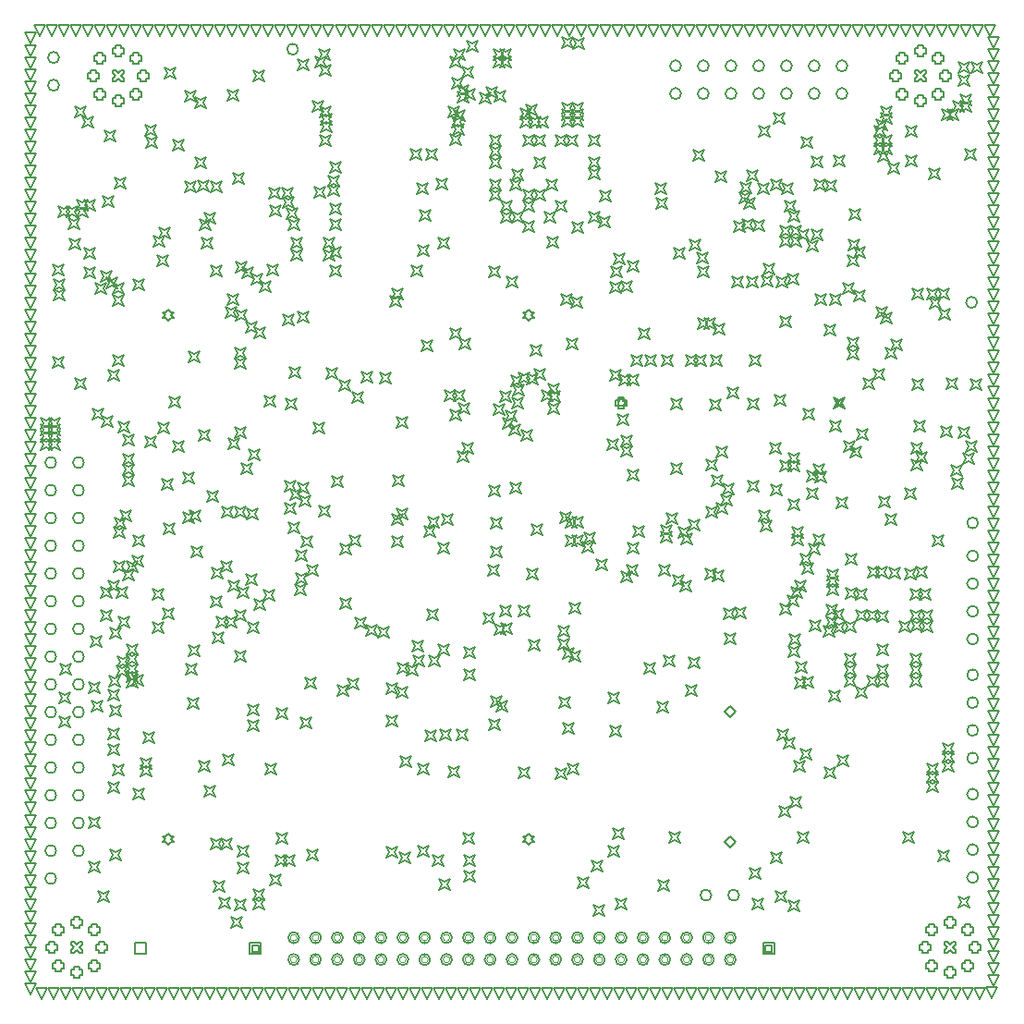
<source format=gbr>
G04*
G04 #@! TF.GenerationSoftware,Altium Limited,Altium Designer,24.9.1 (31)*
G04*
G04 Layer_Color=2752767*
%FSLAX44Y44*%
%MOMM*%
G71*
G04*
G04 #@! TF.SameCoordinates,6A9D4D84-9140-4673-ADE8-75025B522ADB*
G04*
G04*
G04 #@! TF.FilePolarity,Positive*
G04*
G01*
G75*
%ADD19C,0.1270*%
%ADD202C,0.1693*%
%ADD203C,0.1016*%
D19*
X104920Y44920D02*
Y55080D01*
X115080D01*
Y44920D01*
X104920D01*
X679920D02*
Y55080D01*
X690080D01*
Y44920D01*
X679920D01*
X681952Y46952D02*
Y53048D01*
X688048D01*
Y46952D01*
X681952D01*
X209920Y44920D02*
Y55080D01*
X220080D01*
Y44920D01*
X209920D01*
X211952Y46952D02*
Y53048D01*
X218048D01*
Y46952D01*
X211952D01*
X547460Y547460D02*
Y544920D01*
X552540D01*
Y547460D01*
X555080D01*
Y552540D01*
X552540D01*
Y555080D01*
X547460D01*
Y552540D01*
X544920D01*
Y547460D01*
X547460D01*
X548476Y548476D02*
Y546952D01*
X551524D01*
Y548476D01*
X553048D01*
Y551524D01*
X551524D01*
Y553048D01*
X548476D01*
Y551524D01*
X546952D01*
Y548476D01*
X548476D01*
X744920Y544920D02*
X747460Y550000D01*
X744920Y555080D01*
X750000Y552540D01*
X755080Y555080D01*
X752540Y550000D01*
X755080Y544920D01*
X750000Y547460D01*
X744920Y544920D01*
X746952Y546952D02*
X748476Y550000D01*
X746952Y553048D01*
X750000Y551524D01*
X753048Y553048D01*
X751524Y550000D01*
X753048Y546952D01*
X750000Y548476D01*
X746952Y546952D01*
X644920Y267500D02*
X650000Y272580D01*
X655080Y267500D01*
X650000Y262420D01*
X644920Y267500D01*
Y147500D02*
X650000Y152580D01*
X655080Y147500D01*
X650000Y142420D01*
X644920Y147500D01*
X135000Y144920D02*
X137540Y147460D01*
X140080D01*
X137540Y150000D01*
X140080Y152540D01*
X137540D01*
X135000Y155080D01*
X132460Y152540D01*
X129920D01*
X132460Y150000D01*
X129920Y147460D01*
X132460D01*
X135000Y144920D01*
X465000Y624920D02*
X467540Y627460D01*
X470080D01*
X467540Y630000D01*
X470080Y632540D01*
X467540D01*
X465000Y635080D01*
X462460Y632540D01*
X459920D01*
X462460Y630000D01*
X459920Y627460D01*
X462460D01*
X465000Y624920D01*
X135000D02*
X137540Y627460D01*
X140080D01*
X137540Y630000D01*
X140080Y632540D01*
X137540D01*
X135000Y635080D01*
X132460Y632540D01*
X129920D01*
X132460Y630000D01*
X129920Y627460D01*
X132460D01*
X135000Y624920D01*
X465000Y144920D02*
X467540Y147460D01*
X470080D01*
X467540Y150000D01*
X470080Y152540D01*
X467540D01*
X465000Y155080D01*
X462460Y152540D01*
X459920D01*
X462460Y150000D01*
X459920Y147460D01*
X462460D01*
X465000Y144920D01*
X837424Y830496D02*
Y827955D01*
X842505D01*
Y830496D01*
X845044D01*
Y835575D01*
X842505D01*
Y838115D01*
X837424D01*
Y835575D01*
X834884D01*
Y830496D01*
X837424D01*
X805096D02*
Y827955D01*
X810175D01*
Y830496D01*
X812716D01*
Y835575D01*
X810175D01*
Y838115D01*
X805096D01*
Y835575D01*
X802555D01*
Y830496D01*
X805096D01*
Y862824D02*
Y860285D01*
X810175D01*
Y862824D01*
X812716D01*
Y867905D01*
X810175D01*
Y870444D01*
X805096D01*
Y867905D01*
X802555D01*
Y862824D01*
X805096D01*
X837424D02*
Y860285D01*
X842505D01*
Y862824D01*
X845044D01*
Y867905D01*
X842505D01*
Y870444D01*
X837424D01*
Y867905D01*
X834884D01*
Y862824D01*
X837424D01*
X844120Y846660D02*
Y844120D01*
X849200D01*
Y846660D01*
X851740D01*
Y851740D01*
X849200D01*
Y854280D01*
X844120D01*
Y851740D01*
X841580D01*
Y846660D01*
X844120D01*
X821260Y823800D02*
Y821260D01*
X826340D01*
Y823800D01*
X828880D01*
Y828880D01*
X826340D01*
Y831420D01*
X821260D01*
Y828880D01*
X818720D01*
Y823800D01*
X821260D01*
X798400Y846660D02*
Y844120D01*
X803480D01*
Y846660D01*
X806020D01*
Y851740D01*
X803480D01*
Y854280D01*
X798400D01*
Y851740D01*
X795860D01*
Y846660D01*
X798400D01*
X821260Y869520D02*
Y866980D01*
X826340D01*
Y869520D01*
X828880D01*
Y874600D01*
X826340D01*
Y877140D01*
X821260D01*
Y874600D01*
X818720D01*
Y869520D01*
X821260D01*
X818720Y844120D02*
X821260D01*
X823800Y846660D01*
X826340Y844120D01*
X828880D01*
Y846660D01*
X826340Y849200D01*
X828880Y851740D01*
Y854280D01*
X826340D01*
X823800Y851740D01*
X821260Y854280D01*
X818720D01*
Y851740D01*
X821260Y849200D01*
X818720Y846660D01*
Y844120D01*
X102524Y830496D02*
Y827955D01*
X107605D01*
Y830496D01*
X110145D01*
Y835575D01*
X107605D01*
Y838115D01*
X102524D01*
Y835575D01*
X99985D01*
Y830496D01*
X102524D01*
X70195D02*
Y827955D01*
X75276D01*
Y830496D01*
X77815D01*
Y835575D01*
X75276D01*
Y838115D01*
X70195D01*
Y835575D01*
X67656D01*
Y830496D01*
X70195D01*
Y862824D02*
Y860285D01*
X75276D01*
Y862824D01*
X77815D01*
Y867905D01*
X75276D01*
Y870444D01*
X70195D01*
Y867905D01*
X67656D01*
Y862824D01*
X70195D01*
X102524D02*
Y860285D01*
X107605D01*
Y862824D01*
X110145D01*
Y867905D01*
X107605D01*
Y870444D01*
X102524D01*
Y867905D01*
X99985D01*
Y862824D01*
X102524D01*
X109220Y846660D02*
Y844120D01*
X114300D01*
Y846660D01*
X116840D01*
Y851740D01*
X114300D01*
Y854280D01*
X109220D01*
Y851740D01*
X106680D01*
Y846660D01*
X109220D01*
X86360Y823800D02*
Y821260D01*
X91440D01*
Y823800D01*
X93980D01*
Y828880D01*
X91440D01*
Y831420D01*
X86360D01*
Y828880D01*
X83820D01*
Y823800D01*
X86360D01*
X63500Y846660D02*
Y844120D01*
X68580D01*
Y846660D01*
X71120D01*
Y851740D01*
X68580D01*
Y854280D01*
X63500D01*
Y851740D01*
X60960D01*
Y846660D01*
X63500D01*
X86360Y869520D02*
Y866980D01*
X91440D01*
Y869520D01*
X93980D01*
Y874600D01*
X91440D01*
Y877140D01*
X86360D01*
Y874600D01*
X83820D01*
Y869520D01*
X86360D01*
X83820Y844120D02*
X86360D01*
X88900Y846660D01*
X91440Y844120D01*
X93980D01*
Y846660D01*
X91440Y849200D01*
X93980Y851740D01*
Y854280D01*
X91440D01*
X88900Y851740D01*
X86360Y854280D01*
X83820D01*
Y851740D01*
X86360Y849200D01*
X83820Y846660D01*
Y844120D01*
X864525Y32095D02*
Y29555D01*
X869604D01*
Y32095D01*
X872144D01*
Y37176D01*
X869604D01*
Y39715D01*
X864525D01*
Y37176D01*
X861984D01*
Y32095D01*
X864525D01*
X832196D02*
Y29555D01*
X837275D01*
Y32095D01*
X839816D01*
Y37176D01*
X837275D01*
Y39715D01*
X832196D01*
Y37176D01*
X829656D01*
Y32095D01*
X832196D01*
Y64425D02*
Y61884D01*
X837275D01*
Y64425D01*
X839816D01*
Y69504D01*
X837275D01*
Y72045D01*
X832196D01*
Y69504D01*
X829656D01*
Y64425D01*
X832196D01*
X864525D02*
Y61884D01*
X869604D01*
Y64425D01*
X872144D01*
Y69504D01*
X869604D01*
Y72045D01*
X864525D01*
Y69504D01*
X861984D01*
Y64425D01*
X864525D01*
X871220Y48260D02*
Y45720D01*
X876300D01*
Y48260D01*
X878840D01*
Y53340D01*
X876300D01*
Y55880D01*
X871220D01*
Y53340D01*
X868680D01*
Y48260D01*
X871220D01*
X848360Y25400D02*
Y22860D01*
X853440D01*
Y25400D01*
X855980D01*
Y30480D01*
X853440D01*
Y33020D01*
X848360D01*
Y30480D01*
X845820D01*
Y25400D01*
X848360D01*
X825500Y48260D02*
Y45720D01*
X830580D01*
Y48260D01*
X833120D01*
Y53340D01*
X830580D01*
Y55880D01*
X825500D01*
Y53340D01*
X822960D01*
Y48260D01*
X825500D01*
X848360Y71120D02*
Y68580D01*
X853440D01*
Y71120D01*
X855980D01*
Y76200D01*
X853440D01*
Y78740D01*
X848360D01*
Y76200D01*
X845820D01*
Y71120D01*
X848360D01*
X845820Y45720D02*
X848360D01*
X850900Y48260D01*
X853440Y45720D01*
X855980D01*
Y48260D01*
X853440Y50800D01*
X855980Y53340D01*
Y55880D01*
X853440D01*
X850900Y53340D01*
X848360Y55880D01*
X845820D01*
Y53340D01*
X848360Y50800D01*
X845820Y48260D01*
Y45720D01*
X64425Y32095D02*
Y29555D01*
X69504D01*
Y32095D01*
X72045D01*
Y37176D01*
X69504D01*
Y39715D01*
X64425D01*
Y37176D01*
X61884D01*
Y32095D01*
X64425D01*
X32095D02*
Y29555D01*
X37176D01*
Y32095D01*
X39715D01*
Y37176D01*
X37176D01*
Y39715D01*
X32095D01*
Y37176D01*
X29555D01*
Y32095D01*
X32095D01*
Y64425D02*
Y61884D01*
X37176D01*
Y64425D01*
X39715D01*
Y69504D01*
X37176D01*
Y72045D01*
X32095D01*
Y69504D01*
X29555D01*
Y64425D01*
X32095D01*
X64425D02*
Y61884D01*
X69504D01*
Y64425D01*
X72045D01*
Y69504D01*
X69504D01*
Y72045D01*
X64425D01*
Y69504D01*
X61884D01*
Y64425D01*
X64425D01*
X71120Y48260D02*
Y45720D01*
X76200D01*
Y48260D01*
X78740D01*
Y53340D01*
X76200D01*
Y55880D01*
X71120D01*
Y53340D01*
X68580D01*
Y48260D01*
X71120D01*
X48260Y25400D02*
Y22860D01*
X53340D01*
Y25400D01*
X55880D01*
Y30480D01*
X53340D01*
Y33020D01*
X48260D01*
Y30480D01*
X45720D01*
Y25400D01*
X48260D01*
X25400Y48260D02*
Y45720D01*
X30480D01*
Y48260D01*
X33020D01*
Y53340D01*
X30480D01*
Y55880D01*
X25400D01*
Y53340D01*
X22860D01*
Y48260D01*
X25400D01*
X48260Y71120D02*
Y68580D01*
X53340D01*
Y71120D01*
X55880D01*
Y76200D01*
X53340D01*
Y78740D01*
X48260D01*
Y76200D01*
X45720D01*
Y71120D01*
X48260D01*
X45720Y45720D02*
X48260D01*
X50800Y48260D01*
X53340Y45720D01*
X55880D01*
Y48260D01*
X53340Y50800D01*
X55880Y53340D01*
Y55880D01*
X53340D01*
X50800Y53340D01*
X48260Y55880D01*
X45720D01*
Y53340D01*
X48260Y50800D01*
X45720Y48260D01*
Y45720D01*
X888022Y885924D02*
X882942Y896084D01*
X893102D01*
X888022Y885924D01*
X877002Y885921D02*
X871922Y896081D01*
X882082D01*
X877002Y885921D01*
X865982D02*
X860902Y896081D01*
X871062D01*
X865982Y885921D01*
X854962D02*
X849882Y896081D01*
X860042D01*
X854962Y885921D01*
X843942D02*
X838862Y896081D01*
X849022D01*
X843942Y885921D01*
X832922D02*
X827842Y896081D01*
X838002D01*
X832922Y885921D01*
X821902D02*
X816822Y896081D01*
X826982D01*
X821902Y885921D01*
X810882D02*
X805802Y896081D01*
X815962D01*
X810882Y885921D01*
X799862D02*
X794782Y896081D01*
X804942D01*
X799862Y885921D01*
X788842D02*
X783762Y896081D01*
X793922D01*
X788842Y885921D01*
X777822D02*
X772742Y896081D01*
X782902D01*
X777822Y885921D01*
X766802D02*
X761722Y896081D01*
X771882D01*
X766802Y885921D01*
X755782D02*
X750702Y896081D01*
X760862D01*
X755782Y885921D01*
X744762D02*
X739682Y896081D01*
X749842D01*
X744762Y885921D01*
X733742D02*
X728662Y896081D01*
X738822D01*
X733742Y885921D01*
X722722D02*
X717642Y896081D01*
X727802D01*
X722722Y885921D01*
X711702D02*
X706622Y896081D01*
X716782D01*
X711702Y885921D01*
X700682D02*
X695602Y896081D01*
X705762D01*
X700682Y885921D01*
X689662D02*
X684582Y896081D01*
X694742D01*
X689662Y885921D01*
X678642D02*
X673562Y896081D01*
X683722D01*
X678642Y885921D01*
X667622D02*
X662542Y896081D01*
X672702D01*
X667622Y885921D01*
X656602D02*
X651522Y896081D01*
X661682D01*
X656602Y885921D01*
X645582D02*
X640502Y896081D01*
X650662D01*
X645582Y885921D01*
X634562D02*
X629482Y896081D01*
X639642D01*
X634562Y885921D01*
X623542D02*
X618462Y896081D01*
X628622D01*
X623542Y885921D01*
X612522D02*
X607442Y896081D01*
X617602D01*
X612522Y885921D01*
X601502D02*
X596422Y896081D01*
X606582D01*
X601502Y885921D01*
X590482D02*
X585402Y896081D01*
X595562D01*
X590482Y885921D01*
X579462D02*
X574382Y896081D01*
X584542D01*
X579462Y885921D01*
X568442D02*
X563362Y896081D01*
X573522D01*
X568442Y885921D01*
X557422D02*
X552342Y896081D01*
X562502D01*
X557422Y885921D01*
X546402D02*
X541322Y896081D01*
X551482D01*
X546402Y885921D01*
X535382D02*
X530302Y896081D01*
X540462D01*
X535382Y885921D01*
X524362D02*
X519282Y896081D01*
X529442D01*
X524362Y885921D01*
X513342D02*
X508262Y896081D01*
X518422D01*
X513342Y885921D01*
X502322D02*
X497242Y896081D01*
X507402D01*
X502322Y885921D01*
X491302D02*
X486222Y896081D01*
X496382D01*
X491302Y885921D01*
X480282D02*
X475202Y896081D01*
X485362D01*
X480282Y885921D01*
X469262D02*
X464182Y896081D01*
X474342D01*
X469262Y885921D01*
X458242D02*
X453162Y896081D01*
X463322D01*
X458242Y885921D01*
X447222D02*
X442142Y896081D01*
X452302D01*
X447222Y885921D01*
X436202D02*
X431122Y896081D01*
X441282D01*
X436202Y885921D01*
X425182D02*
X420102Y896081D01*
X430262D01*
X425182Y885921D01*
X414162D02*
X409082Y896081D01*
X419242D01*
X414162Y885921D01*
X403142D02*
X398062Y896081D01*
X408222D01*
X403142Y885921D01*
X392122D02*
X387042Y896081D01*
X397202D01*
X392122Y885921D01*
X381102D02*
X376022Y896081D01*
X386182D01*
X381102Y885921D01*
X370082D02*
X365002Y896081D01*
X375162D01*
X370082Y885921D01*
X359062D02*
X353982Y896081D01*
X364142D01*
X359062Y885921D01*
X348042D02*
X342962Y896081D01*
X353122D01*
X348042Y885921D01*
X337022D02*
X331942Y896081D01*
X342102D01*
X337022Y885921D01*
X326002D02*
X320922Y896081D01*
X331082D01*
X326002Y885921D01*
X314982D02*
X309902Y896081D01*
X320062D01*
X314982Y885921D01*
X303962D02*
X298882Y896081D01*
X309042D01*
X303962Y885921D01*
X292942D02*
X287862Y896081D01*
X298022D01*
X292942Y885921D01*
X281922D02*
X276842Y896081D01*
X287002D01*
X281922Y885921D01*
X270902D02*
X265822Y896081D01*
X275982D01*
X270902Y885921D01*
X259882D02*
X254802Y896081D01*
X264962D01*
X259882Y885921D01*
X248862D02*
X243782Y896081D01*
X253942D01*
X248862Y885921D01*
X237842D02*
X232762Y896081D01*
X242922D01*
X237842Y885921D01*
X226822D02*
X221742Y896081D01*
X231902D01*
X226822Y885921D01*
X215802D02*
X210722Y896081D01*
X220882D01*
X215802Y885921D01*
X204782D02*
X199702Y896081D01*
X209862D01*
X204782Y885921D01*
X193762D02*
X188682Y896081D01*
X198842D01*
X193762Y885921D01*
X182742D02*
X177662Y896081D01*
X187822D01*
X182742Y885921D01*
X171722D02*
X166642Y896081D01*
X176802D01*
X171722Y885921D01*
X160702D02*
X155622Y896081D01*
X165782D01*
X160702Y885921D01*
X149682D02*
X144602Y896081D01*
X154762D01*
X149682Y885921D01*
X138662D02*
X133582Y896081D01*
X143742D01*
X138662Y885921D01*
X127642D02*
X122562Y896081D01*
X132722D01*
X127642Y885921D01*
X116622D02*
X111542Y896081D01*
X121702D01*
X116622Y885921D01*
X105602D02*
X100522Y896081D01*
X110682D01*
X105602Y885921D01*
X94582D02*
X89502Y896081D01*
X99662D01*
X94582Y885921D01*
X83562D02*
X78482Y896081D01*
X88642D01*
X83562Y885921D01*
X72542D02*
X67462Y896081D01*
X77622D01*
X72542Y885921D01*
X61522D02*
X56442Y896081D01*
X66602D01*
X61522Y885921D01*
X50502D02*
X45422Y896081D01*
X55582D01*
X50502Y885921D01*
X39482D02*
X34402Y896081D01*
X44562D01*
X39482Y885921D01*
X28462D02*
X23382Y896081D01*
X33542D01*
X28462Y885921D01*
X17442D02*
X12362Y896081D01*
X22522D01*
X17442Y885921D01*
X8999Y878839D02*
X3919Y888999D01*
X14079D01*
X8999Y878839D01*
Y867819D02*
X3919Y877979D01*
X14079D01*
X8999Y867819D01*
Y856799D02*
X3919Y866959D01*
X14079D01*
X8999Y856799D01*
Y845779D02*
X3919Y855939D01*
X14079D01*
X8999Y845779D01*
Y834759D02*
X3919Y844919D01*
X14079D01*
X8999Y834759D01*
Y823739D02*
X3919Y833899D01*
X14079D01*
X8999Y823739D01*
Y812719D02*
X3919Y822879D01*
X14079D01*
X8999Y812719D01*
Y801699D02*
X3919Y811859D01*
X14079D01*
X8999Y801699D01*
Y790679D02*
X3919Y800839D01*
X14079D01*
X8999Y790679D01*
Y779659D02*
X3919Y789819D01*
X14079D01*
X8999Y779659D01*
Y768639D02*
X3919Y778799D01*
X14079D01*
X8999Y768639D01*
Y757619D02*
X3919Y767779D01*
X14079D01*
X8999Y757619D01*
Y746599D02*
X3919Y756759D01*
X14079D01*
X8999Y746599D01*
Y735579D02*
X3919Y745739D01*
X14079D01*
X8999Y735579D01*
Y724559D02*
X3919Y734719D01*
X14079D01*
X8999Y724559D01*
Y713539D02*
X3919Y723699D01*
X14079D01*
X8999Y713539D01*
Y702519D02*
X3919Y712679D01*
X14079D01*
X8999Y702519D01*
Y691499D02*
X3919Y701659D01*
X14079D01*
X8999Y691499D01*
Y680479D02*
X3919Y690639D01*
X14079D01*
X8999Y680479D01*
Y669459D02*
X3919Y679619D01*
X14079D01*
X8999Y669459D01*
Y658439D02*
X3919Y668599D01*
X14079D01*
X8999Y658439D01*
Y647419D02*
X3919Y657579D01*
X14079D01*
X8999Y647419D01*
Y636399D02*
X3919Y646559D01*
X14079D01*
X8999Y636399D01*
Y625379D02*
X3919Y635539D01*
X14079D01*
X8999Y625379D01*
Y614359D02*
X3919Y624519D01*
X14079D01*
X8999Y614359D01*
Y603339D02*
X3919Y613499D01*
X14079D01*
X8999Y603339D01*
Y592319D02*
X3919Y602479D01*
X14079D01*
X8999Y592319D01*
Y581299D02*
X3919Y591459D01*
X14079D01*
X8999Y581299D01*
Y570279D02*
X3919Y580439D01*
X14079D01*
X8999Y570279D01*
Y559259D02*
X3919Y569419D01*
X14079D01*
X8999Y559259D01*
Y548239D02*
X3919Y558399D01*
X14079D01*
X8999Y548239D01*
Y537219D02*
X3919Y547379D01*
X14079D01*
X8999Y537219D01*
Y526199D02*
X3919Y536359D01*
X14079D01*
X8999Y526199D01*
Y515179D02*
X3919Y525339D01*
X14079D01*
X8999Y515179D01*
Y504159D02*
X3919Y514319D01*
X14079D01*
X8999Y504159D01*
Y493139D02*
X3919Y503299D01*
X14079D01*
X8999Y493139D01*
Y482119D02*
X3919Y492279D01*
X14079D01*
X8999Y482119D01*
Y471099D02*
X3919Y481259D01*
X14079D01*
X8999Y471099D01*
Y460079D02*
X3919Y470239D01*
X14079D01*
X8999Y460079D01*
Y449059D02*
X3919Y459219D01*
X14079D01*
X8999Y449059D01*
Y438039D02*
X3919Y448199D01*
X14079D01*
X8999Y438039D01*
Y427019D02*
X3919Y437179D01*
X14079D01*
X8999Y427019D01*
Y415999D02*
X3919Y426159D01*
X14079D01*
X8999Y415999D01*
Y404979D02*
X3919Y415139D01*
X14079D01*
X8999Y404979D01*
Y393959D02*
X3919Y404119D01*
X14079D01*
X8999Y393959D01*
Y382939D02*
X3919Y393099D01*
X14079D01*
X8999Y382939D01*
Y371919D02*
X3919Y382079D01*
X14079D01*
X8999Y371919D01*
Y360899D02*
X3919Y371059D01*
X14079D01*
X8999Y360899D01*
Y349879D02*
X3919Y360039D01*
X14079D01*
X8999Y349879D01*
Y338859D02*
X3919Y349019D01*
X14079D01*
X8999Y338859D01*
Y327839D02*
X3919Y337999D01*
X14079D01*
X8999Y327839D01*
Y316819D02*
X3919Y326979D01*
X14079D01*
X8999Y316819D01*
Y305799D02*
X3919Y315959D01*
X14079D01*
X8999Y305799D01*
Y294779D02*
X3919Y304939D01*
X14079D01*
X8999Y294779D01*
Y283759D02*
X3919Y293920D01*
X14079D01*
X8999Y283759D01*
Y272740D02*
X3919Y282899D01*
X14079D01*
X8999Y272740D01*
Y261719D02*
X3919Y271880D01*
X14079D01*
X8999Y261719D01*
Y250700D02*
X3919Y260860D01*
X14079D01*
X8999Y250700D01*
Y239680D02*
X3919Y249839D01*
X14079D01*
X8999Y239680D01*
Y228659D02*
X3919Y238820D01*
X14079D01*
X8999Y228659D01*
Y217640D02*
X3919Y227799D01*
X14079D01*
X8999Y217640D01*
Y206619D02*
X3919Y216779D01*
X14079D01*
X8999Y206619D01*
Y195599D02*
X3919Y205760D01*
X14079D01*
X8999Y195599D01*
Y184580D02*
X3919Y194739D01*
X14079D01*
X8999Y184580D01*
Y173559D02*
X3919Y183720D01*
X14079D01*
X8999Y173559D01*
Y162540D02*
X3919Y172700D01*
X14079D01*
X8999Y162540D01*
Y151519D02*
X3919Y161679D01*
X14079D01*
X8999Y151519D01*
Y140499D02*
X3919Y150660D01*
X14079D01*
X8999Y140499D01*
Y129480D02*
X3919Y139640D01*
X14079D01*
X8999Y129480D01*
Y118460D02*
X3919Y128620D01*
X14079D01*
X8999Y118460D01*
Y107440D02*
X3919Y117600D01*
X14079D01*
X8999Y107440D01*
Y96420D02*
X3919Y106580D01*
X14079D01*
X8999Y96420D01*
Y85400D02*
X3919Y95560D01*
X14079D01*
X8999Y85400D01*
Y74380D02*
X3919Y84540D01*
X14079D01*
X8999Y74380D01*
Y63360D02*
X3919Y73520D01*
X14079D01*
X8999Y63360D01*
Y52340D02*
X3919Y62500D01*
X14079D01*
X8999Y52340D01*
Y41320D02*
X3919Y51480D01*
X14079D01*
X8999Y41320D01*
Y30300D02*
X3919Y40460D01*
X14079D01*
X8999Y30300D01*
Y19280D02*
X3919Y29440D01*
X14079D01*
X8999Y19280D01*
Y8260D02*
X3919Y18420D01*
X14079D01*
X8999Y8260D01*
X19128Y3919D02*
X14048Y14079D01*
X24208D01*
X19128Y3919D01*
X30148D02*
X25068Y14079D01*
X35228D01*
X30148Y3919D01*
X41168D02*
X36088Y14079D01*
X46248D01*
X41168Y3919D01*
X52188D02*
X47108Y14079D01*
X57268D01*
X52188Y3919D01*
X63208D02*
X58128Y14079D01*
X68288D01*
X63208Y3919D01*
X74228D02*
X69148Y14079D01*
X79308D01*
X74228Y3919D01*
X85248D02*
X80168Y14079D01*
X90328D01*
X85248Y3919D01*
X96268D02*
X91188Y14079D01*
X101348D01*
X96268Y3919D01*
X107288D02*
X102208Y14079D01*
X112368D01*
X107288Y3919D01*
X118308D02*
X113228Y14079D01*
X123388D01*
X118308Y3919D01*
X129328D02*
X124248Y14079D01*
X134408D01*
X129328Y3919D01*
X140348D02*
X135268Y14079D01*
X145428D01*
X140348Y3919D01*
X151368D02*
X146288Y14079D01*
X156448D01*
X151368Y3919D01*
X162388D02*
X157308Y14079D01*
X167468D01*
X162388Y3919D01*
X173408D02*
X168328Y14079D01*
X178488D01*
X173408Y3919D01*
X184428D02*
X179348Y14079D01*
X189508D01*
X184428Y3919D01*
X195448D02*
X190368Y14079D01*
X200528D01*
X195448Y3919D01*
X206468D02*
X201388Y14079D01*
X211548D01*
X206468Y3919D01*
X217488D02*
X212408Y14079D01*
X222568D01*
X217488Y3919D01*
X228508D02*
X223428Y14079D01*
X233588D01*
X228508Y3919D01*
X239528D02*
X234448Y14079D01*
X244608D01*
X239528Y3919D01*
X250548D02*
X245468Y14079D01*
X255628D01*
X250548Y3919D01*
X261568D02*
X256488Y14079D01*
X266648D01*
X261568Y3919D01*
X272588D02*
X267508Y14079D01*
X277668D01*
X272588Y3919D01*
X283608D02*
X278528Y14079D01*
X288688D01*
X283608Y3919D01*
X294628D02*
X289548Y14079D01*
X299708D01*
X294628Y3919D01*
X305648D02*
X300568Y14079D01*
X310728D01*
X305648Y3919D01*
X316668D02*
X311588Y14079D01*
X321748D01*
X316668Y3919D01*
X327688D02*
X322608Y14079D01*
X332768D01*
X327688Y3919D01*
X338708D02*
X333628Y14079D01*
X343788D01*
X338708Y3919D01*
X349728D02*
X344648Y14079D01*
X354808D01*
X349728Y3919D01*
X360748D02*
X355668Y14079D01*
X365828D01*
X360748Y3919D01*
X371768D02*
X366688Y14079D01*
X376848D01*
X371768Y3919D01*
X382788D02*
X377708Y14079D01*
X387868D01*
X382788Y3919D01*
X393808D02*
X388728Y14079D01*
X398888D01*
X393808Y3919D01*
X404828D02*
X399748Y14079D01*
X409908D01*
X404828Y3919D01*
X415848D02*
X410768Y14079D01*
X420928D01*
X415848Y3919D01*
X426868D02*
X421788Y14079D01*
X431948D01*
X426868Y3919D01*
X437888D02*
X432808Y14079D01*
X442968D01*
X437888Y3919D01*
X448908D02*
X443828Y14079D01*
X453988D01*
X448908Y3919D01*
X459928D02*
X454848Y14079D01*
X465008D01*
X459928Y3919D01*
X470948D02*
X465868Y14079D01*
X476028D01*
X470948Y3919D01*
X481968D02*
X476888Y14079D01*
X487048D01*
X481968Y3919D01*
X492988D02*
X487908Y14079D01*
X498068D01*
X492988Y3919D01*
X504008D02*
X498928Y14079D01*
X509088D01*
X504008Y3919D01*
X515028D02*
X509948Y14079D01*
X520108D01*
X515028Y3919D01*
X526048D02*
X520968Y14079D01*
X531128D01*
X526048Y3919D01*
X537068D02*
X531988Y14079D01*
X542148D01*
X537068Y3919D01*
X548088D02*
X543008Y14079D01*
X553168D01*
X548088Y3919D01*
X559108D02*
X554028Y14079D01*
X564188D01*
X559108Y3919D01*
X570128D02*
X565048Y14079D01*
X575208D01*
X570128Y3919D01*
X581148D02*
X576068Y14079D01*
X586228D01*
X581148Y3919D01*
X592168D02*
X587088Y14079D01*
X597248D01*
X592168Y3919D01*
X603188D02*
X598108Y14079D01*
X608268D01*
X603188Y3919D01*
X614208D02*
X609128Y14079D01*
X619288D01*
X614208Y3919D01*
X625228D02*
X620148Y14079D01*
X630308D01*
X625228Y3919D01*
X636248D02*
X631168Y14079D01*
X641328D01*
X636248Y3919D01*
X647268D02*
X642188Y14079D01*
X652348D01*
X647268Y3919D01*
X658288D02*
X653208Y14079D01*
X663368D01*
X658288Y3919D01*
X669308D02*
X664228Y14079D01*
X674388D01*
X669308Y3919D01*
X680328D02*
X675248Y14079D01*
X685408D01*
X680328Y3919D01*
X691348D02*
X686268Y14079D01*
X696428D01*
X691348Y3919D01*
X702368D02*
X697288Y14079D01*
X707448D01*
X702368Y3919D01*
X713388D02*
X708308Y14079D01*
X718468D01*
X713388Y3919D01*
X724408D02*
X719328Y14079D01*
X729488D01*
X724408Y3919D01*
X735428D02*
X730348Y14079D01*
X740508D01*
X735428Y3919D01*
X746448D02*
X741368Y14079D01*
X751528D01*
X746448Y3919D01*
X757468D02*
X752388Y14079D01*
X762548D01*
X757468Y3919D01*
X768488D02*
X763408Y14079D01*
X773568D01*
X768488Y3919D01*
X779508D02*
X774428Y14079D01*
X784588D01*
X779508Y3919D01*
X790528D02*
X785448Y14079D01*
X795608D01*
X790528Y3919D01*
X801548D02*
X796468Y14079D01*
X806628D01*
X801548Y3919D01*
X812568D02*
X807488Y14079D01*
X817648D01*
X812568Y3919D01*
X823588D02*
X818508Y14079D01*
X828668D01*
X823588Y3919D01*
X834608D02*
X829528Y14079D01*
X839688D01*
X834608Y3919D01*
X845628D02*
X840548Y14079D01*
X850708D01*
X845628Y3919D01*
X856648D02*
X851568Y14079D01*
X861728D01*
X856648Y3919D01*
X867668D02*
X862588Y14079D01*
X872748D01*
X867668Y3919D01*
X878688D02*
X873608Y14079D01*
X883768D01*
X878688Y3919D01*
X889695Y4442D02*
X884615Y14602D01*
X894775D01*
X889695Y4442D01*
X891001Y15384D02*
X885921Y25544D01*
X896081D01*
X891001Y15384D01*
Y26404D02*
X885921Y36564D01*
X896081D01*
X891001Y26404D01*
Y37424D02*
X885921Y47584D01*
X896081D01*
X891001Y37424D01*
Y48444D02*
X885921Y58604D01*
X896081D01*
X891001Y48444D01*
Y59464D02*
X885921Y69624D01*
X896081D01*
X891001Y59464D01*
Y70484D02*
X885921Y80644D01*
X896081D01*
X891001Y70484D01*
Y81504D02*
X885921Y91664D01*
X896081D01*
X891001Y81504D01*
Y92524D02*
X885921Y102684D01*
X896081D01*
X891001Y92524D01*
Y103544D02*
X885921Y113704D01*
X896081D01*
X891001Y103544D01*
Y114564D02*
X885921Y124724D01*
X896081D01*
X891001Y114564D01*
Y125584D02*
X885921Y135744D01*
X896081D01*
X891001Y125584D01*
Y136604D02*
X885921Y146764D01*
X896081D01*
X891001Y136604D01*
Y147624D02*
X885921Y157784D01*
X896081D01*
X891001Y147624D01*
Y158644D02*
X885921Y168804D01*
X896081D01*
X891001Y158644D01*
Y169664D02*
X885921Y179824D01*
X896081D01*
X891001Y169664D01*
Y180684D02*
X885921Y190844D01*
X896081D01*
X891001Y180684D01*
Y191704D02*
X885921Y201864D01*
X896081D01*
X891001Y191704D01*
Y202724D02*
X885921Y212884D01*
X896081D01*
X891001Y202724D01*
Y213744D02*
X885921Y223904D01*
X896081D01*
X891001Y213744D01*
Y224764D02*
X885921Y234924D01*
X896081D01*
X891001Y224764D01*
Y235784D02*
X885921Y245944D01*
X896081D01*
X891001Y235784D01*
Y246804D02*
X885921Y256964D01*
X896081D01*
X891001Y246804D01*
Y257824D02*
X885921Y267984D01*
X896081D01*
X891001Y257824D01*
Y268844D02*
X885921Y279004D01*
X896081D01*
X891001Y268844D01*
Y279864D02*
X885921Y290024D01*
X896081D01*
X891001Y279864D01*
Y290884D02*
X885921Y301044D01*
X896081D01*
X891001Y290884D01*
Y301904D02*
X885921Y312064D01*
X896081D01*
X891001Y301904D01*
Y312924D02*
X885921Y323084D01*
X896081D01*
X891001Y312924D01*
Y323944D02*
X885921Y334104D01*
X896081D01*
X891001Y323944D01*
Y334964D02*
X885921Y345124D01*
X896081D01*
X891001Y334964D01*
Y345984D02*
X885921Y356144D01*
X896081D01*
X891001Y345984D01*
Y357004D02*
X885921Y367164D01*
X896081D01*
X891001Y357004D01*
Y368024D02*
X885921Y378184D01*
X896081D01*
X891001Y368024D01*
Y379044D02*
X885921Y389204D01*
X896081D01*
X891001Y379044D01*
Y390064D02*
X885921Y400224D01*
X896081D01*
X891001Y390064D01*
Y401084D02*
X885921Y411244D01*
X896081D01*
X891001Y401084D01*
Y412104D02*
X885921Y422264D01*
X896081D01*
X891001Y412104D01*
Y423124D02*
X885921Y433284D01*
X896081D01*
X891001Y423124D01*
Y434144D02*
X885921Y444304D01*
X896081D01*
X891001Y434144D01*
Y445164D02*
X885921Y455324D01*
X896081D01*
X891001Y445164D01*
Y456184D02*
X885921Y466344D01*
X896081D01*
X891001Y456184D01*
Y467204D02*
X885921Y477364D01*
X896081D01*
X891001Y467204D01*
Y478224D02*
X885921Y488384D01*
X896081D01*
X891001Y478224D01*
Y489244D02*
X885921Y499404D01*
X896081D01*
X891001Y489244D01*
Y500264D02*
X885921Y510424D01*
X896081D01*
X891001Y500264D01*
Y511284D02*
X885921Y521444D01*
X896081D01*
X891001Y511284D01*
Y522304D02*
X885921Y532464D01*
X896081D01*
X891001Y522304D01*
Y533324D02*
X885921Y543484D01*
X896081D01*
X891001Y533324D01*
Y544344D02*
X885921Y554504D01*
X896081D01*
X891001Y544344D01*
Y555364D02*
X885921Y565524D01*
X896081D01*
X891001Y555364D01*
Y566384D02*
X885921Y576544D01*
X896081D01*
X891001Y566384D01*
Y577404D02*
X885921Y587564D01*
X896081D01*
X891001Y577404D01*
Y588424D02*
X885921Y598584D01*
X896081D01*
X891001Y588424D01*
Y599444D02*
X885921Y609604D01*
X896081D01*
X891001Y599444D01*
Y610464D02*
X885921Y620624D01*
X896081D01*
X891001Y610464D01*
Y621484D02*
X885921Y631644D01*
X896081D01*
X891001Y621484D01*
Y632504D02*
X885921Y642664D01*
X896081D01*
X891001Y632504D01*
Y643524D02*
X885921Y653684D01*
X896081D01*
X891001Y643524D01*
Y654544D02*
X885921Y664704D01*
X896081D01*
X891001Y654544D01*
Y665564D02*
X885921Y675724D01*
X896081D01*
X891001Y665564D01*
Y676584D02*
X885921Y686744D01*
X896081D01*
X891001Y676584D01*
Y687604D02*
X885921Y697764D01*
X896081D01*
X891001Y687604D01*
Y698624D02*
X885921Y708783D01*
X896081D01*
X891001Y698624D01*
Y709643D02*
X885921Y719803D01*
X896081D01*
X891001Y709643D01*
Y720664D02*
X885921Y730824D01*
X896081D01*
X891001Y720664D01*
Y731684D02*
X885921Y741843D01*
X896081D01*
X891001Y731684D01*
Y742703D02*
X885921Y752863D01*
X896081D01*
X891001Y742703D01*
Y753724D02*
X885921Y763884D01*
X896081D01*
X891001Y753724D01*
Y764743D02*
X885921Y774903D01*
X896081D01*
X891001Y764743D01*
Y775763D02*
X885921Y785923D01*
X896081D01*
X891001Y775763D01*
Y786784D02*
X885921Y796944D01*
X896081D01*
X891001Y786784D01*
Y797803D02*
X885921Y807963D01*
X896081D01*
X891001Y797803D01*
Y808823D02*
X885921Y818984D01*
X896081D01*
X891001Y808823D01*
Y819844D02*
X885921Y830004D01*
X896081D01*
X891001Y819844D01*
Y830863D02*
X885921Y841023D01*
X896081D01*
X891001Y830863D01*
Y841883D02*
X885921Y852044D01*
X896081D01*
X891001Y841883D01*
Y852904D02*
X885921Y863064D01*
X896081D01*
X891001Y852904D01*
Y863923D02*
X885921Y874083D01*
X896081D01*
X891001Y863923D01*
Y874943D02*
X885921Y885103D01*
X896081D01*
X891001Y874943D01*
X757920Y689920D02*
X760460Y695000D01*
X757920Y700080D01*
X763000Y697540D01*
X768080Y700080D01*
X765540Y695000D01*
X768080Y689920D01*
X763000Y692460D01*
X757920Y689920D01*
X643920Y351920D02*
X646460Y357000D01*
X643920Y362080D01*
X649000Y359540D01*
X654080Y362080D01*
X651540Y357000D01*
X654080Y351920D01*
X649000Y354460D01*
X643920Y351920D01*
X603919Y376919D02*
X606459Y381999D01*
X603919Y387079D01*
X608999Y384539D01*
X614079Y387079D01*
X611539Y381999D01*
X614079Y376919D01*
X608999Y379459D01*
X603919Y376919D01*
X131920Y846920D02*
X134460Y852000D01*
X131920Y857080D01*
X137000Y854540D01*
X142080Y857080D01*
X139540Y852000D01*
X142080Y846920D01*
X137000Y849460D01*
X131920Y846920D01*
X212920Y844920D02*
X215460Y850000D01*
X212920Y855080D01*
X218000Y852540D01*
X223080Y855080D01*
X220540Y850000D01*
X223080Y844920D01*
X218000Y847460D01*
X212920Y844920D01*
X273920Y811920D02*
X276460Y817000D01*
X273920Y822080D01*
X279000Y819540D01*
X284080Y822080D01*
X281540Y817000D01*
X284080Y811920D01*
X279000Y814460D01*
X273920Y811920D01*
X208021Y338920D02*
X210561Y344000D01*
X208021Y349080D01*
X213101Y346540D01*
X218181Y349080D01*
X215641Y344000D01*
X218181Y338920D01*
X213101Y341460D01*
X208021Y338920D01*
X195920Y312920D02*
X198460Y318000D01*
X195920Y323080D01*
X201000Y320540D01*
X206080Y323080D01*
X203540Y318000D01*
X206080Y312920D01*
X201000Y315460D01*
X195920Y312920D01*
X34920Y252920D02*
X37460Y258000D01*
X34920Y263080D01*
X40000Y260540D01*
X45080Y263080D01*
X42540Y258000D01*
X45080Y252920D01*
X40000Y255460D01*
X34920Y252920D01*
X542459Y149920D02*
X544999Y155000D01*
X542459Y160080D01*
X547539Y157540D01*
X552619Y160080D01*
X550079Y155000D01*
X552619Y149920D01*
X547539Y152460D01*
X542459Y149920D01*
X149920Y825920D02*
X152460Y831000D01*
X149920Y836080D01*
X155000Y833540D01*
X160080Y836080D01*
X157540Y831000D01*
X160080Y825920D01*
X155000Y828460D01*
X149920Y825920D01*
X159813Y819728D02*
X162353Y824808D01*
X159813Y829888D01*
X164893Y827348D01*
X169973Y829888D01*
X167433Y824808D01*
X169973Y819728D01*
X164893Y822268D01*
X159813Y819728D01*
X188920Y826920D02*
X191460Y832000D01*
X188920Y837080D01*
X194000Y834540D01*
X199080Y837080D01*
X196540Y832000D01*
X199080Y826920D01*
X194000Y829460D01*
X188920Y826920D01*
X864920Y772920D02*
X867460Y778000D01*
X864920Y783080D01*
X870000Y780540D01*
X875080Y783080D01*
X872540Y778000D01*
X875080Y772920D01*
X870000Y775460D01*
X864920Y772920D01*
X175920Y329920D02*
X178460Y335000D01*
X175920Y340080D01*
X181000Y337540D01*
X186080Y340080D01*
X183540Y335000D01*
X186080Y329920D01*
X181000Y332460D01*
X175920Y329920D01*
X831920Y754920D02*
X834460Y760000D01*
X831920Y765080D01*
X837000Y762540D01*
X842080Y765080D01*
X839540Y760000D01*
X842080Y754920D01*
X837000Y757460D01*
X831920Y754920D01*
X787920Y811920D02*
X790460Y817000D01*
X787920Y822080D01*
X793000Y819540D01*
X798080Y822080D01*
X795540Y817000D01*
X798080Y811920D01*
X793000Y814460D01*
X787920Y811920D01*
X783520Y799920D02*
X786060Y805000D01*
X783520Y810080D01*
X788600Y807540D01*
X793680Y810080D01*
X791140Y805000D01*
X793680Y799920D01*
X788600Y802460D01*
X783520Y799920D01*
X843918Y808918D02*
X846458Y813998D01*
X843918Y819078D01*
X848998Y816538D01*
X854078Y819078D01*
X851538Y813998D01*
X854078Y808918D01*
X848998Y811458D01*
X843918Y808918D01*
X848918D02*
X851458Y813998D01*
X848918Y819078D01*
X853998Y816538D01*
X859078Y819078D01*
X856538Y813998D01*
X859078Y808918D01*
X853998Y811458D01*
X848918Y808918D01*
X466920Y592920D02*
X469460Y598000D01*
X466920Y603080D01*
X472000Y600540D01*
X477080Y603080D01*
X474540Y598000D01*
X477080Y592920D01*
X472000Y595460D01*
X466920Y592920D01*
X493920Y439920D02*
X496460Y445000D01*
X493920Y450080D01*
X499000Y447540D01*
X504080Y450080D01*
X501540Y445000D01*
X504080Y439920D01*
X499000Y442460D01*
X493920Y439920D01*
X405920Y827920D02*
X408460Y833000D01*
X405920Y838080D01*
X411000Y835540D01*
X416080Y838080D01*
X413540Y833000D01*
X416080Y827920D01*
X411000Y830460D01*
X405920Y827920D01*
X433920Y825920D02*
X436460Y831000D01*
X433920Y836080D01*
X439000Y833540D01*
X444080Y836080D01*
X441540Y831000D01*
X444080Y825920D01*
X439000Y828460D01*
X433920Y825920D01*
X604733Y419964D02*
X607272Y425044D01*
X604733Y430124D01*
X609813Y427584D01*
X614893Y430124D01*
X612352Y425044D01*
X614893Y419964D01*
X609813Y422504D01*
X604733Y419964D01*
X253920Y854920D02*
X256460Y860000D01*
X253920Y865080D01*
X259000Y862540D01*
X264080Y865080D01*
X261540Y860000D01*
X264080Y854920D01*
X259000Y857460D01*
X253920Y854920D01*
X64920Y266920D02*
X67460Y272000D01*
X64920Y277080D01*
X70000Y274540D01*
X75080Y277080D01*
X72540Y272000D01*
X75080Y266920D01*
X70000Y269460D01*
X64920Y266920D01*
X670543Y86297D02*
X673083Y91377D01*
X670543Y96457D01*
X675623Y93917D01*
X680703Y96457D01*
X678163Y91377D01*
X680703Y86297D01*
X675623Y88837D01*
X670543Y86297D01*
X67968Y649872D02*
X70508Y654952D01*
X67968Y660032D01*
X73048Y657492D01*
X78128Y660032D01*
X75588Y654952D01*
X78128Y649872D01*
X73048Y652412D01*
X67968Y649872D01*
X57920Y663920D02*
X60460Y669000D01*
X57920Y674080D01*
X63000Y671540D01*
X68080Y674080D01*
X65540Y669000D01*
X68080Y663920D01*
X63000Y666460D01*
X57920Y663920D01*
X83920Y649920D02*
X86460Y655000D01*
X83920Y660080D01*
X89000Y657540D01*
X94080Y660080D01*
X91540Y655000D01*
X94080Y649920D01*
X89000Y652460D01*
X83920Y649920D01*
Y638920D02*
X86460Y644000D01*
X83920Y649080D01*
X89000Y646540D01*
X94080Y649080D01*
X91540Y644000D01*
X94080Y638920D01*
X89000Y641460D01*
X83920Y638920D01*
X77920Y655220D02*
X80460Y660300D01*
X77920Y665380D01*
X83000Y662840D01*
X88080Y665380D01*
X85540Y660300D01*
X88080Y655220D01*
X83000Y657760D01*
X77920Y655220D01*
X29720Y643920D02*
X32260Y649000D01*
X29720Y654080D01*
X34800Y651540D01*
X39880Y654080D01*
X37340Y649000D01*
X39880Y643920D01*
X34800Y646460D01*
X29720Y643920D01*
X207970Y249520D02*
X210510Y254600D01*
X207970Y259680D01*
X213050Y257140D01*
X218130Y259680D01*
X215590Y254600D01*
X218130Y249520D01*
X213050Y252060D01*
X207970Y249520D01*
X29720Y652920D02*
X32260Y658000D01*
X29720Y663080D01*
X34800Y660540D01*
X39880Y663080D01*
X37340Y658000D01*
X39880Y652920D01*
X34800Y655460D01*
X29720Y652920D01*
X57920Y725920D02*
X60460Y731000D01*
X57920Y736080D01*
X63000Y733540D01*
X68080Y736080D01*
X65540Y731000D01*
X68080Y725920D01*
X63000Y728460D01*
X57920Y725920D01*
X50920Y719920D02*
X53460Y725000D01*
X50920Y730080D01*
X56000Y727540D01*
X61080Y730080D01*
X58540Y725000D01*
X61080Y719920D01*
X56000Y722460D01*
X50920Y719920D01*
X74920Y729020D02*
X77460Y734100D01*
X74920Y739180D01*
X80000Y736640D01*
X85080Y739180D01*
X82540Y734100D01*
X85080Y729020D01*
X80000Y731560D01*
X74920Y729020D01*
X539920Y569920D02*
X542460Y575000D01*
X539920Y580080D01*
X545000Y577540D01*
X550080Y580080D01*
X547540Y575000D01*
X550080Y569920D01*
X545000Y572460D01*
X539920Y569920D01*
X719920Y688920D02*
X722460Y694000D01*
X719920Y699080D01*
X725000Y696540D01*
X730080Y699080D01*
X727540Y694000D01*
X730080Y688920D01*
X725000Y691460D01*
X719920Y688920D01*
X711920Y698920D02*
X714460Y704000D01*
X711920Y709080D01*
X717000Y706540D01*
X722080Y709080D01*
X719540Y704000D01*
X722080Y698920D01*
X717000Y701460D01*
X711920Y698920D01*
X723920D02*
X726460Y704000D01*
X723920Y709080D01*
X729000Y706540D01*
X734080Y709080D01*
X731540Y704000D01*
X734080Y698920D01*
X729000Y701460D01*
X723920Y698920D01*
X702920Y715920D02*
X705460Y721000D01*
X702920Y726080D01*
X708000Y723540D01*
X713080Y726080D01*
X710540Y721000D01*
X713080Y715920D01*
X708000Y718460D01*
X702920Y715920D01*
X699920Y724920D02*
X702460Y730000D01*
X699920Y735080D01*
X705000Y732540D01*
X710080Y735080D01*
X707540Y730000D01*
X710080Y724920D01*
X705000Y727460D01*
X699920Y724920D01*
X505920Y873920D02*
X508460Y879000D01*
X505920Y884080D01*
X511000Y881540D01*
X516080Y884080D01*
X513540Y879000D01*
X516080Y873920D01*
X511000Y876460D01*
X505920Y873920D01*
X495920Y874920D02*
X498460Y880000D01*
X495920Y885080D01*
X501000Y882540D01*
X506080Y885080D01*
X503540Y880000D01*
X506080Y874920D01*
X501000Y877460D01*
X495920Y874920D01*
X448620Y467120D02*
X451160Y472200D01*
X448620Y477280D01*
X453700Y474740D01*
X458780Y477280D01*
X456240Y472200D01*
X458780Y467120D01*
X453700Y469660D01*
X448620Y467120D01*
X93920Y386920D02*
X96460Y392000D01*
X93920Y397080D01*
X99000Y394540D01*
X104080Y397080D01*
X101540Y392000D01*
X104080Y386920D01*
X99000Y389460D01*
X93920Y386920D01*
X695920Y618920D02*
X698460Y624000D01*
X695920Y629080D01*
X701000Y626540D01*
X706080Y629080D01*
X703540Y624000D01*
X706080Y618920D01*
X701000Y621460D01*
X695920Y618920D01*
X816920Y561920D02*
X819460Y567000D01*
X816920Y572080D01*
X822000Y569540D01*
X827080Y572080D01*
X824540Y567000D01*
X827080Y561920D01*
X822000Y564460D01*
X816920Y561920D01*
X847920Y562920D02*
X850460Y568000D01*
X847920Y573080D01*
X853000Y570540D01*
X858080Y573080D01*
X855540Y568000D01*
X858080Y562920D01*
X853000Y565460D01*
X847920Y562920D01*
X858920Y839920D02*
X861460Y845000D01*
X858920Y850080D01*
X864000Y847540D01*
X869080Y850080D01*
X866540Y845000D01*
X869080Y839920D01*
X864000Y842460D01*
X858920Y839920D01*
X870920Y851920D02*
X873460Y857000D01*
X870920Y862080D01*
X876000Y859540D01*
X881080Y862080D01*
X878540Y857000D01*
X881080Y851920D01*
X876000Y854460D01*
X870920Y851920D01*
X858920D02*
X861460Y857000D01*
X858920Y862080D01*
X864000Y859540D01*
X869080Y862080D01*
X866540Y857000D01*
X869080Y851920D01*
X864000Y854460D01*
X858920Y851920D01*
X714920Y783920D02*
X717460Y789000D01*
X714920Y794080D01*
X720000Y791540D01*
X725080Y794080D01*
X722540Y789000D01*
X725080Y783920D01*
X720000Y786460D01*
X714920Y783920D01*
X689920Y805920D02*
X692460Y811000D01*
X689920Y816080D01*
X695000Y813540D01*
X700080Y816080D01*
X697540Y811000D01*
X700080Y805920D01*
X695000Y808460D01*
X689920Y805920D01*
X675920Y793920D02*
X678460Y799000D01*
X675920Y804080D01*
X681000Y801540D01*
X686080Y804080D01*
X683540Y799000D01*
X686080Y793920D01*
X681000Y796460D01*
X675920Y793920D01*
X244920Y707920D02*
X247460Y713000D01*
X244920Y718080D01*
X250000Y715540D01*
X255080Y718080D01*
X252540Y713000D01*
X255080Y707920D01*
X250000Y710460D01*
X244920Y707920D01*
X28920Y666920D02*
X31460Y672000D01*
X28920Y677080D01*
X34000Y674540D01*
X39080Y677080D01*
X36540Y672000D01*
X39080Y666920D01*
X34000Y669460D01*
X28920Y666920D01*
X300694Y418489D02*
X303234Y423569D01*
X300694Y428649D01*
X305774Y426110D01*
X310854Y428649D01*
X308314Y423569D01*
X310854Y418489D01*
X305774Y421030D01*
X300694Y418489D01*
X113920Y794920D02*
X116460Y800000D01*
X113920Y805080D01*
X119000Y802540D01*
X124080Y805080D01*
X121540Y800000D01*
X124080Y794920D01*
X119000Y797460D01*
X113920Y794920D01*
X85920Y745920D02*
X88460Y751000D01*
X85920Y756080D01*
X91000Y753540D01*
X96080Y756080D01*
X93540Y751000D01*
X96080Y745920D01*
X91000Y748460D01*
X85920Y745920D01*
X102920Y652920D02*
X105460Y658000D01*
X102920Y663080D01*
X108000Y660540D01*
X113080Y663080D01*
X110540Y658000D01*
X113080Y652920D01*
X108000Y655460D01*
X102920Y652920D01*
X49920Y811920D02*
X52460Y817000D01*
X49920Y822080D01*
X55000Y819540D01*
X60080Y822080D01*
X57540Y817000D01*
X60080Y811920D01*
X55000Y814460D01*
X49920Y811920D01*
X540920Y664920D02*
X543460Y670000D01*
X540920Y675080D01*
X546000Y672540D01*
X551080Y675080D01*
X548540Y670000D01*
X551080Y664920D01*
X546000Y667460D01*
X540920Y664920D01*
X752920Y649920D02*
X755460Y655000D01*
X752920Y660080D01*
X758000Y657540D01*
X763080Y660080D01*
X760540Y655000D01*
X763080Y649920D01*
X758000Y652460D01*
X752920Y649920D01*
X839920Y644920D02*
X842460Y650000D01*
X839920Y655080D01*
X845000Y652540D01*
X850080Y655080D01*
X847540Y650000D01*
X850080Y644920D01*
X845000Y647460D01*
X839920Y644920D01*
X829920D02*
X832460Y650000D01*
X829920Y655080D01*
X835000Y652540D01*
X840080Y655080D01*
X837540Y650000D01*
X840080Y644920D01*
X835000Y647460D01*
X829920Y644920D01*
X740920Y523920D02*
X743460Y529000D01*
X740920Y534080D01*
X746000Y531540D01*
X751080Y534080D01*
X748540Y529000D01*
X751080Y523920D01*
X746000Y526460D01*
X740920Y523920D01*
X795444Y388859D02*
X797984Y393939D01*
X795444Y399019D01*
X800524Y396479D01*
X805604Y399019D01*
X803064Y393939D01*
X805604Y388859D01*
X800524Y391399D01*
X795444Y388859D01*
X675920Y441920D02*
X678460Y447000D01*
X675920Y452080D01*
X681000Y449540D01*
X686080Y452080D01*
X683540Y447000D01*
X686080Y441920D01*
X681000Y444460D01*
X675920Y441920D01*
X706920Y419920D02*
X709460Y425000D01*
X706920Y430080D01*
X712000Y427540D01*
X717080Y430080D01*
X714540Y425000D01*
X717080Y419920D01*
X712000Y422460D01*
X706920Y419920D01*
X634920Y612920D02*
X637460Y618000D01*
X634920Y623080D01*
X640000Y620540D01*
X645080Y623080D01*
X642540Y618000D01*
X645080Y612920D01*
X640000Y615460D01*
X634920Y612920D01*
X658901Y741946D02*
X661441Y747026D01*
X658901Y752106D01*
X663981Y749566D01*
X669061Y752106D01*
X666521Y747026D01*
X669061Y741946D01*
X663981Y744486D01*
X658901Y741946D01*
X515920Y420920D02*
X518460Y426000D01*
X515920Y431080D01*
X521000Y428540D01*
X526080Y431080D01*
X523540Y426000D01*
X526080Y420920D01*
X521000Y423460D01*
X515920Y420920D01*
X428920Y249920D02*
X431460Y255000D01*
X428920Y260080D01*
X434000Y257540D01*
X439080Y260080D01*
X436540Y255000D01*
X439080Y249920D01*
X434000Y252460D01*
X428920Y249920D01*
X430920Y408920D02*
X433460Y414000D01*
X430920Y419080D01*
X436000Y416540D01*
X441080Y419080D01*
X438540Y414000D01*
X441080Y408920D01*
X436000Y411460D01*
X430920Y408920D01*
X467920Y428920D02*
X470460Y434000D01*
X467920Y439080D01*
X473000Y436540D01*
X478080Y439080D01*
X475540Y434000D01*
X478080Y428920D01*
X473000Y431460D01*
X467920Y428920D01*
X463920Y387920D02*
X466460Y393000D01*
X463920Y398080D01*
X469000Y395540D01*
X474080Y398080D01*
X471540Y393000D01*
X474080Y387920D01*
X469000Y390460D01*
X463920Y387920D01*
X120927Y339379D02*
X123467Y344459D01*
X120927Y349538D01*
X126007Y346998D01*
X131087Y349538D01*
X128547Y344459D01*
X131087Y339379D01*
X126007Y341918D01*
X120927Y339379D01*
X129920Y351920D02*
X132460Y357000D01*
X129920Y362080D01*
X135000Y359540D01*
X140080Y362080D01*
X137540Y357000D01*
X140080Y351920D01*
X135000Y354460D01*
X129920Y351920D01*
X829974Y193802D02*
X832514Y198882D01*
X829974Y203962D01*
X835054Y201422D01*
X840134Y203962D01*
X837594Y198882D01*
X840134Y193802D01*
X835054Y196342D01*
X829974Y193802D01*
X829920Y201920D02*
X832460Y207000D01*
X829920Y212080D01*
X835000Y209540D01*
X840080Y212080D01*
X837540Y207000D01*
X840080Y201920D01*
X835000Y204460D01*
X829920Y201920D01*
Y209920D02*
X832460Y215000D01*
X829920Y220080D01*
X835000Y217540D01*
X840080Y220080D01*
X837540Y215000D01*
X840080Y209920D01*
X835000Y212460D01*
X829920Y209920D01*
X844920Y211920D02*
X847460Y217000D01*
X844920Y222080D01*
X850000Y219540D01*
X855080Y222080D01*
X852540Y217000D01*
X855080Y211920D01*
X850000Y214460D01*
X844920Y211920D01*
X555920Y478920D02*
X558460Y484000D01*
X555920Y489080D01*
X561000Y486540D01*
X566080Y489080D01*
X563540Y484000D01*
X566080Y478920D01*
X561000Y481460D01*
X555920Y478920D01*
X464920Y322920D02*
X467460Y328000D01*
X464920Y333080D01*
X470000Y330540D01*
X475080Y333080D01*
X472540Y328000D01*
X475080Y322920D01*
X470000Y325460D01*
X464920Y322920D01*
X401787Y599157D02*
X404327Y604237D01*
X401787Y609317D01*
X406867Y606777D01*
X411947Y609317D01*
X409407Y604237D01*
X411947Y599157D01*
X406867Y601697D01*
X401787Y599157D01*
X469920Y570920D02*
X472460Y576000D01*
X469920Y581080D01*
X475000Y578540D01*
X480080Y581080D01*
X477540Y576000D01*
X480080Y570920D01*
X475000Y573460D01*
X469920Y570920D01*
X565920Y607920D02*
X568460Y613000D01*
X565920Y618080D01*
X571000Y615540D01*
X576080Y618080D01*
X573540Y613000D01*
X576080Y607920D01*
X571000Y610460D01*
X565920Y607920D01*
X494920Y639920D02*
X497460Y645000D01*
X494920Y650080D01*
X500000Y647540D01*
X505080Y650080D01*
X502540Y645000D01*
X505080Y639920D01*
X500000Y642460D01*
X494920Y639920D01*
X481920Y691920D02*
X484460Y697000D01*
X481920Y702080D01*
X487000Y699540D01*
X492080Y702080D01*
X489540Y697000D01*
X492080Y691920D01*
X487000Y694460D01*
X481920Y691920D01*
X555920Y669920D02*
X558460Y675000D01*
X555920Y680080D01*
X561000Y677540D01*
X566080Y680080D01*
X563540Y675000D01*
X566080Y669920D01*
X561000Y672460D01*
X555920Y669920D01*
X631173Y543448D02*
X633713Y548528D01*
X631173Y553608D01*
X636253Y551068D01*
X641333Y553608D01*
X638793Y548528D01*
X641333Y543448D01*
X636253Y545988D01*
X631173Y543448D01*
X664920Y752920D02*
X667460Y758000D01*
X664920Y763080D01*
X670000Y760540D01*
X675080Y763080D01*
X672540Y758000D01*
X675080Y752920D01*
X670000Y755460D01*
X664920Y752920D01*
X723920Y765920D02*
X726460Y771000D01*
X723920Y776080D01*
X729000Y773540D01*
X734080Y776080D01*
X731540Y771000D01*
X734080Y765920D01*
X729000Y768460D01*
X723920Y765920D01*
X695920Y701920D02*
X698460Y707000D01*
X695920Y712080D01*
X701000Y709540D01*
X706080Y712080D01*
X703540Y707000D01*
X706080Y701920D01*
X701000Y704460D01*
X695920Y701920D01*
Y692920D02*
X698460Y698000D01*
X695920Y703080D01*
X701000Y700540D01*
X706080Y703080D01*
X703540Y698000D01*
X706080Y692920D01*
X701000Y695460D01*
X695920Y692920D01*
X704920D02*
X707460Y698000D01*
X704920Y703080D01*
X710000Y700540D01*
X715080Y703080D01*
X712540Y698000D01*
X715080Y692920D01*
X710000Y695460D01*
X704920Y692920D01*
Y701920D02*
X707460Y707000D01*
X704920Y712080D01*
X710000Y709540D01*
X715080Y712080D01*
X712540Y707000D01*
X715080Y701920D01*
X710000Y704460D01*
X704920Y701920D01*
X651920Y655920D02*
X654460Y661000D01*
X651920Y666080D01*
X657000Y663540D01*
X662080Y666080D01*
X659540Y661000D01*
X662080Y655920D01*
X657000Y658460D01*
X651920Y655920D01*
X664920D02*
X667460Y661000D01*
X664920Y666080D01*
X670000Y663540D01*
X675080Y666080D01*
X672540Y661000D01*
X675080Y655920D01*
X670000Y658460D01*
X664920Y655920D01*
X869920Y561920D02*
X872460Y567000D01*
X869920Y572080D01*
X875000Y569540D01*
X880080Y572080D01*
X877540Y567000D01*
X880080Y561920D01*
X875000Y564460D01*
X869920Y561920D01*
X785920Y453920D02*
X788460Y459000D01*
X785920Y464080D01*
X791000Y461540D01*
X796080Y464080D01*
X793540Y459000D01*
X796080Y453920D01*
X791000Y456460D01*
X785920Y453920D01*
X727920Y476920D02*
X730460Y482000D01*
X727920Y487080D01*
X733000Y484540D01*
X738080Y487080D01*
X735540Y482000D01*
X738080Y476920D01*
X733000Y479460D01*
X727920Y476920D01*
X719938Y477877D02*
X722478Y482957D01*
X719938Y488037D01*
X725018Y485497D01*
X730098Y488037D01*
X727558Y482957D01*
X730098Y477877D01*
X725018Y480417D01*
X719938Y477877D01*
X725920Y483920D02*
X728460Y489000D01*
X725920Y494080D01*
X731000Y491540D01*
X736080Y494080D01*
X733540Y489000D01*
X736080Y483920D01*
X731000Y486460D01*
X725920Y483920D01*
X502820Y312820D02*
X505360Y317900D01*
X502820Y322980D01*
X507900Y320440D01*
X512980Y322980D01*
X510440Y317900D01*
X512980Y312820D01*
X507900Y315360D01*
X502820Y312820D01*
X496778Y315454D02*
X499319Y320534D01*
X496778Y325614D01*
X501858Y323074D01*
X506939Y325614D01*
X504398Y320534D01*
X506939Y315454D01*
X501858Y317994D01*
X496778Y315454D01*
X339920Y437920D02*
X342460Y443000D01*
X339920Y448080D01*
X345000Y445540D01*
X350080Y448080D01*
X347540Y443000D01*
X350080Y437920D01*
X345000Y440460D01*
X339920Y437920D01*
X430920Y434920D02*
X433460Y440000D01*
X430920Y445080D01*
X436000Y442540D01*
X441080Y445080D01*
X438540Y440000D01*
X441080Y434920D01*
X436000Y437460D01*
X430920Y434920D01*
X427920Y391920D02*
X430460Y397000D01*
X427920Y402080D01*
X433000Y399540D01*
X438080Y402080D01*
X435540Y397000D01*
X438080Y391920D01*
X433000Y394460D01*
X427920Y391920D01*
X385920Y437920D02*
X388460Y443000D01*
X385920Y448080D01*
X391000Y445540D01*
X396080Y448080D01*
X393540Y443000D01*
X396080Y437920D01*
X391000Y440460D01*
X385920Y437920D01*
X381920Y411920D02*
X384460Y417000D01*
X381920Y422080D01*
X387000Y419540D01*
X392080Y422080D01*
X389540Y417000D01*
X392080Y411920D01*
X387000Y414460D01*
X381920Y411920D01*
X513920Y412920D02*
X516460Y418000D01*
X513920Y423080D01*
X519000Y420540D01*
X524080Y423080D01*
X521540Y418000D01*
X524080Y412920D01*
X519000Y415460D01*
X513920Y412920D01*
X526920Y396920D02*
X529460Y402000D01*
X526920Y407080D01*
X532000Y404540D01*
X537080Y407080D01*
X534540Y402000D01*
X537080Y396920D01*
X532000Y399460D01*
X526920Y396920D01*
X611920Y432920D02*
X614460Y438000D01*
X611920Y443080D01*
X617000Y440540D01*
X622080Y443080D01*
X619540Y438000D01*
X622080Y432920D01*
X617000Y435460D01*
X611920Y432920D01*
X665920Y468920D02*
X668460Y474000D01*
X665920Y479080D01*
X671000Y476540D01*
X676080Y479080D01*
X673540Y474000D01*
X676080Y468920D01*
X671000Y471460D01*
X665920Y468920D01*
X632920Y473920D02*
X635460Y479000D01*
X632920Y484080D01*
X638000Y481540D01*
X643080Y484080D01*
X640540Y479000D01*
X643080Y473920D01*
X638000Y476460D01*
X632920Y473920D01*
X702920Y486920D02*
X705460Y492000D01*
X702920Y497080D01*
X708000Y494540D01*
X713080Y497080D01*
X710540Y492000D01*
X713080Y486920D01*
X708000Y489460D01*
X702920Y486920D01*
X685920Y502920D02*
X688460Y508000D01*
X685920Y513080D01*
X691000Y510540D01*
X696080Y513080D01*
X693540Y508000D01*
X696080Y502920D01*
X691000Y505460D01*
X685920Y502920D01*
X702920Y493920D02*
X705460Y499000D01*
X702920Y504080D01*
X708000Y501540D01*
X713080Y504080D01*
X710540Y499000D01*
X713080Y493920D01*
X708000Y496460D01*
X702920Y493920D01*
X695920Y486920D02*
X698460Y492000D01*
X695920Y497080D01*
X701000Y494540D01*
X706080Y497080D01*
X703540Y492000D01*
X706080Y486920D01*
X701000Y489460D01*
X695920Y486920D01*
X771920Y562920D02*
X774460Y568000D01*
X771920Y573080D01*
X777000Y570540D01*
X782080Y573080D01*
X779540Y568000D01*
X782080Y562920D01*
X777000Y565460D01*
X771920Y562920D01*
X858920Y517920D02*
X861460Y523000D01*
X858920Y528080D01*
X864000Y525540D01*
X869080Y528080D01*
X866540Y523000D01*
X869080Y517920D01*
X864000Y520460D01*
X858920Y517920D01*
X815920Y487920D02*
X818460Y493000D01*
X815920Y498080D01*
X821000Y495540D01*
X826080Y498080D01*
X823540Y493000D01*
X826080Y487920D01*
X821000Y490460D01*
X815920Y487920D01*
X819920Y494920D02*
X822460Y500000D01*
X819920Y505080D01*
X825000Y502540D01*
X830080Y505080D01*
X827540Y500000D01*
X830080Y494920D01*
X825000Y497460D01*
X819920Y494920D01*
X815920Y502920D02*
X818460Y508000D01*
X815920Y513080D01*
X821000Y510540D01*
X826080Y513080D01*
X823540Y508000D01*
X826080Y502920D01*
X821000Y505460D01*
X815920Y502920D01*
X852920Y470920D02*
X855460Y476000D01*
X852920Y481080D01*
X858000Y478540D01*
X863080Y481080D01*
X860540Y476000D01*
X863080Y470920D01*
X858000Y473460D01*
X852920Y470920D01*
X839920Y129920D02*
X842460Y135000D01*
X839920Y140080D01*
X845000Y137540D01*
X850080Y140080D01*
X847540Y135000D01*
X850080Y129920D01*
X845000Y132460D01*
X839920Y129920D01*
X858920Y87920D02*
X861460Y93000D01*
X858920Y98080D01*
X864000Y95540D01*
X869080Y98080D01*
X866540Y93000D01*
X869080Y87920D01*
X864000Y90460D01*
X858920Y87920D01*
X582920Y265920D02*
X585460Y271000D01*
X582920Y276080D01*
X588000Y273540D01*
X593080Y276080D01*
X590540Y271000D01*
X593080Y265920D01*
X588000Y268460D01*
X582920Y265920D01*
X496920Y246920D02*
X499460Y252000D01*
X496920Y257080D01*
X502000Y254540D01*
X507080Y257080D01*
X504540Y252000D01*
X507080Y246920D01*
X502000Y249460D01*
X496920Y246920D01*
X500920Y209920D02*
X503460Y215000D01*
X500920Y220080D01*
X506000Y217540D01*
X511080Y220080D01*
X508540Y215000D01*
X511080Y209920D01*
X506000Y212460D01*
X500920Y209920D01*
X455920Y205920D02*
X458460Y211000D01*
X455920Y216080D01*
X461000Y213540D01*
X466080Y216080D01*
X463540Y211000D01*
X466080Y205920D01*
X461000Y208460D01*
X455920Y205920D01*
X391920Y206920D02*
X394460Y212000D01*
X391920Y217080D01*
X397000Y214540D01*
X402080Y217080D01*
X399540Y212000D01*
X402080Y206920D01*
X397000Y209460D01*
X391920Y206920D01*
X363920Y209920D02*
X366460Y215000D01*
X363920Y220080D01*
X369000Y217540D01*
X374080Y220080D01*
X371540Y215000D01*
X374080Y209920D01*
X369000Y212460D01*
X363920Y209920D01*
X184920Y217920D02*
X187460Y223000D01*
X184920Y228080D01*
X190000Y225540D01*
X195080Y228080D01*
X192540Y223000D01*
X195080Y217920D01*
X190000Y220460D01*
X184920Y217920D01*
X223920Y209920D02*
X226460Y215000D01*
X223920Y220080D01*
X229000Y217540D01*
X234080Y220080D01*
X231540Y215000D01*
X234080Y209920D01*
X229000Y212460D01*
X223920Y209920D01*
X255920Y251920D02*
X258460Y257000D01*
X255920Y262080D01*
X261000Y259540D01*
X266080Y262080D01*
X263540Y257000D01*
X266080Y251920D01*
X261000Y254460D01*
X255920Y251920D01*
X289920Y281920D02*
X292460Y287000D01*
X289920Y292080D01*
X295000Y289540D01*
X300080Y292080D01*
X297540Y287000D01*
X300080Y281920D01*
X295000Y284460D01*
X289920Y281920D01*
X334920Y253920D02*
X337460Y259000D01*
X334920Y264080D01*
X340000Y261540D01*
X345080Y264080D01*
X342540Y259000D01*
X345080Y253920D01*
X340000Y256460D01*
X334920Y253920D01*
X405920Y315920D02*
X408460Y321000D01*
X405920Y326080D01*
X411000Y323540D01*
X416080Y326080D01*
X413540Y321000D01*
X416080Y315920D01*
X411000Y318460D01*
X405920Y315920D01*
X373920Y308920D02*
X376460Y314000D01*
X373920Y319080D01*
X379000Y316540D01*
X384080Y319080D01*
X381540Y314000D01*
X384080Y308920D01*
X379000Y311460D01*
X373920Y308920D01*
X326920Y334920D02*
X329460Y340000D01*
X326920Y345080D01*
X332000Y342540D01*
X337080Y345080D01*
X334540Y340000D01*
X337080Y334920D01*
X332000Y337460D01*
X326920Y334920D01*
X256820Y417920D02*
X259360Y423000D01*
X256820Y428080D01*
X261900Y425540D01*
X266980Y428080D01*
X264440Y423000D01*
X266980Y417920D01*
X261900Y420460D01*
X256820Y417920D01*
X272920Y445920D02*
X275460Y451000D01*
X272920Y456080D01*
X278000Y453540D01*
X283080Y456080D01*
X280540Y451000D01*
X283080Y445920D01*
X278000Y448460D01*
X272920Y445920D01*
X303920Y549920D02*
X306460Y555000D01*
X303920Y560080D01*
X309000Y557540D01*
X314080Y560080D01*
X311540Y555000D01*
X314080Y549920D01*
X309000Y552460D01*
X303920Y549920D01*
X311920Y568920D02*
X314460Y574000D01*
X311920Y579080D01*
X317000Y576540D01*
X322080Y579080D01*
X319540Y574000D01*
X322080Y568920D01*
X317000Y571460D01*
X311920Y568920D01*
X279920Y571920D02*
X282460Y577000D01*
X279920Y582080D01*
X285000Y579540D01*
X290080Y582080D01*
X287540Y577000D01*
X290080Y571920D01*
X285000Y574460D01*
X279920Y571920D01*
X392920Y607920D02*
X395460Y613000D01*
X392920Y618080D01*
X398000Y615540D01*
X403080Y618080D01*
X400540Y613000D01*
X403080Y607920D01*
X398000Y610460D01*
X392920Y607920D01*
X222920Y546920D02*
X225460Y552000D01*
X222920Y557080D01*
X228000Y554540D01*
X233080Y557080D01*
X230540Y552000D01*
X233080Y546920D01*
X228000Y549460D01*
X222920Y546920D01*
X245920Y572920D02*
X248460Y578000D01*
X245920Y583080D01*
X251000Y580540D01*
X256080Y583080D01*
X253540Y578000D01*
X256080Y572920D01*
X251000Y575460D01*
X245920Y572920D01*
X242920Y543920D02*
X245460Y549000D01*
X242920Y554080D01*
X248000Y551540D01*
X253080Y554080D01*
X250540Y549000D01*
X253080Y543920D01*
X248000Y546460D01*
X242920Y543920D01*
X267920Y521920D02*
X270460Y527000D01*
X267920Y532080D01*
X273000Y529540D01*
X278080Y532080D01*
X275540Y527000D01*
X278080Y521920D01*
X273000Y524460D01*
X267920Y521920D01*
X148920Y439920D02*
X151460Y445000D01*
X148920Y450080D01*
X154000Y447540D01*
X159080Y450080D01*
X156540Y445000D01*
X159080Y439920D01*
X154000Y442460D01*
X148920Y439920D01*
X162920Y514920D02*
X165460Y520000D01*
X162920Y525080D01*
X168000Y522540D01*
X173080Y525080D01*
X170540Y520000D01*
X173080Y514920D01*
X168000Y517460D01*
X162920Y514920D01*
X113920Y508920D02*
X116460Y514000D01*
X113920Y519080D01*
X119000Y516540D01*
X124080Y519080D01*
X121540Y514000D01*
X124080Y508920D01*
X119000Y511460D01*
X113920Y508920D01*
X396889Y807989D02*
X399429Y813069D01*
X396889Y818149D01*
X401969Y815609D01*
X407049Y818149D01*
X404509Y813069D01*
X407049Y807989D01*
X401969Y810529D01*
X396889Y807989D01*
X391920Y811920D02*
X394460Y817000D01*
X391920Y822080D01*
X397000Y819540D01*
X402080Y822080D01*
X399540Y817000D01*
X402080Y811920D01*
X397000Y814460D01*
X391920Y811920D01*
X395406Y795406D02*
X397946Y800486D01*
X395406Y805566D01*
X400486Y803026D01*
X405566Y805566D01*
X403026Y800486D01*
X405566Y795406D01*
X400486Y797946D01*
X395406Y795406D01*
X395009Y802175D02*
X397549Y807255D01*
X395009Y812335D01*
X400089Y809795D01*
X405169Y812335D01*
X402629Y807255D01*
X405169Y802175D01*
X400089Y804715D01*
X395009Y802175D01*
X403920Y847920D02*
X406460Y853000D01*
X403920Y858080D01*
X409000Y855540D01*
X414080Y858080D01*
X411540Y853000D01*
X414080Y847920D01*
X409000Y850460D01*
X403920Y847920D01*
X408920Y871920D02*
X411460Y877000D01*
X408920Y882080D01*
X414000Y879540D01*
X419080Y882080D01*
X416540Y877000D01*
X419080Y871920D01*
X414000Y874460D01*
X408920Y871920D01*
X392920Y856920D02*
X395460Y862000D01*
X392920Y867080D01*
X398000Y864540D01*
X403080Y867080D01*
X400540Y862000D01*
X403080Y856920D01*
X398000Y859460D01*
X392920Y856920D01*
X756920Y599920D02*
X759460Y605000D01*
X756920Y610080D01*
X762000Y607540D01*
X767080Y610080D01*
X764540Y605000D01*
X767080Y599920D01*
X762000Y602460D01*
X756920Y599920D01*
X686920Y127920D02*
X689460Y133000D01*
X686920Y138080D01*
X692000Y135540D01*
X697080Y138080D01*
X694540Y133000D01*
X697080Y127920D01*
X692000Y130460D01*
X686920Y127920D01*
X702920Y83920D02*
X705460Y89000D01*
X702920Y94080D01*
X708000Y91540D01*
X713080Y94080D01*
X710540Y89000D01*
X713080Y83920D01*
X708000Y86460D01*
X702920Y83920D01*
X593920Y146920D02*
X596460Y152000D01*
X593920Y157080D01*
X599000Y154540D01*
X604080Y157080D01*
X601540Y152000D01*
X604080Y146920D01*
X599000Y149460D01*
X593920Y146920D01*
X522920Y120920D02*
X525460Y126000D01*
X522920Y131080D01*
X528000Y128540D01*
X533080Y131080D01*
X530540Y126000D01*
X533080Y120920D01*
X528000Y123460D01*
X522920Y120920D01*
X404920Y145920D02*
X407460Y151000D01*
X404920Y156080D01*
X410000Y153540D01*
X415080Y156080D01*
X412540Y151000D01*
X415080Y145920D01*
X410000Y148460D01*
X404920Y145920D01*
X363920Y133920D02*
X366460Y139000D01*
X363920Y144080D01*
X369000Y141540D01*
X374080Y144080D01*
X371540Y139000D01*
X374080Y133920D01*
X369000Y136460D01*
X363920Y133920D01*
X334920Y132920D02*
X337460Y138000D01*
X334920Y143080D01*
X340000Y140540D01*
X345080Y143080D01*
X342540Y138000D01*
X345080Y132920D01*
X340000Y135460D01*
X334920Y132920D01*
X261920Y130920D02*
X264460Y136000D01*
X261920Y141080D01*
X267000Y138540D01*
X272080Y141080D01*
X269540Y136000D01*
X272080Y130920D01*
X267000Y133460D01*
X261920Y130920D01*
X233920Y145920D02*
X236460Y151000D01*
X233920Y156080D01*
X239000Y153540D01*
X244080Y156080D01*
X241540Y151000D01*
X244080Y145920D01*
X239000Y148460D01*
X233920Y145920D01*
X173920Y140920D02*
X176460Y146000D01*
X173920Y151080D01*
X179000Y148540D01*
X184080Y151080D01*
X181540Y146000D01*
X184080Y140920D01*
X179000Y143460D01*
X173920Y140920D01*
X182920D02*
X185460Y146000D01*
X182920Y151080D01*
X188000Y148540D01*
X193080Y151080D01*
X190540Y146000D01*
X193080Y140920D01*
X188000Y143460D01*
X182920Y140920D01*
X198120Y133783D02*
X200660Y138862D01*
X198120Y143942D01*
X203200Y141403D01*
X208280Y143942D01*
X205740Y138862D01*
X208280Y133783D01*
X203200Y136322D01*
X198120Y133783D01*
Y118920D02*
X200660Y124000D01*
X198120Y129080D01*
X203200Y126540D01*
X208280Y129080D01*
X205740Y124000D01*
X208280Y118920D01*
X203200Y121460D01*
X198120Y118920D01*
X438920Y856920D02*
X441460Y862000D01*
X438920Y867080D01*
X444000Y864540D01*
X449080Y867080D01*
X446540Y862000D01*
X449080Y856920D01*
X444000Y859460D01*
X438920Y856920D01*
X432920D02*
X435460Y862000D01*
X432920Y867080D01*
X438000Y864540D01*
X443080Y867080D01*
X440540Y862000D01*
X443080Y856920D01*
X438000Y859460D01*
X432920Y856920D01*
Y863920D02*
X435460Y869000D01*
X432920Y874080D01*
X438000Y871540D01*
X443080Y874080D01*
X440540Y869000D01*
X443080Y863920D01*
X438000Y866460D01*
X432920Y863920D01*
X764920Y349920D02*
X767460Y355000D01*
X764920Y360080D01*
X770000Y357540D01*
X775080Y360080D01*
X772540Y355000D01*
X775080Y349920D01*
X770000Y352460D01*
X764920Y349920D01*
X774920D02*
X777460Y355000D01*
X774920Y360080D01*
X780000Y357540D01*
X785080Y360080D01*
X782540Y355000D01*
X785080Y349920D01*
X780000Y352460D01*
X774920Y349920D01*
X784020Y349420D02*
X786560Y354500D01*
X784020Y359580D01*
X789100Y357040D01*
X794180Y359580D01*
X791640Y354500D01*
X794180Y349420D01*
X789100Y351960D01*
X784020Y349420D01*
X804920Y339920D02*
X807460Y345000D01*
X804920Y350080D01*
X810000Y347540D01*
X815080Y350080D01*
X812540Y345000D01*
X815080Y339920D01*
X810000Y342460D01*
X804920Y339920D01*
X784420Y299920D02*
X786960Y305000D01*
X784420Y310080D01*
X789500Y307540D01*
X794580Y310080D01*
X792040Y305000D01*
X794580Y299920D01*
X789500Y302460D01*
X784420Y299920D01*
Y289920D02*
X786960Y295000D01*
X784420Y300080D01*
X789500Y297540D01*
X794580Y300080D01*
X792040Y295000D01*
X794580Y289920D01*
X789500Y292460D01*
X784420Y289920D01*
Y318813D02*
X786960Y323893D01*
X784420Y328973D01*
X789500Y326433D01*
X794580Y328973D01*
X792040Y323893D01*
X794580Y318813D01*
X789500Y321353D01*
X784420Y318813D01*
X774920Y289920D02*
X777460Y295000D01*
X774920Y300080D01*
X780000Y297540D01*
X785080Y300080D01*
X782540Y295000D01*
X785080Y289920D01*
X780000Y292460D01*
X774920Y289920D01*
X70920Y92920D02*
X73460Y98000D01*
X70920Y103080D01*
X76000Y100540D01*
X81080Y103080D01*
X78540Y98000D01*
X81080Y92920D01*
X76000Y95460D01*
X70920Y92920D01*
X269920Y856920D02*
X272460Y862000D01*
X269920Y867080D01*
X275000Y864540D01*
X280080Y867080D01*
X277540Y862000D01*
X280080Y856920D01*
X275000Y859460D01*
X269920Y856920D01*
X266920Y816920D02*
X269460Y822000D01*
X266920Y827080D01*
X272000Y824540D01*
X277080Y827080D01*
X274540Y822000D01*
X277080Y816920D01*
X272000Y819460D01*
X266920Y816920D01*
X274920Y797656D02*
X277460Y802736D01*
X274920Y807816D01*
X280000Y805276D01*
X285080Y807816D01*
X282540Y802736D01*
X285080Y797656D01*
X280000Y800196D01*
X274920Y797656D01*
X282920Y760920D02*
X285460Y766000D01*
X282920Y771080D01*
X288000Y768540D01*
X293080Y771080D01*
X290540Y766000D01*
X293080Y760920D01*
X288000Y763460D01*
X282920Y760920D01*
X268920Y737920D02*
X271460Y743000D01*
X268920Y748080D01*
X274000Y745540D01*
X279080Y748080D01*
X276540Y743000D01*
X279080Y737920D01*
X274000Y740460D01*
X268920Y737920D01*
X282920Y707920D02*
X285460Y713000D01*
X282920Y718080D01*
X288000Y715540D01*
X293080Y718080D01*
X290540Y713000D01*
X293080Y707920D01*
X288000Y710460D01*
X282920Y707920D01*
X276920Y679920D02*
X279460Y685000D01*
X276920Y690080D01*
X282000Y687540D01*
X287080Y690080D01*
X284540Y685000D01*
X287080Y679920D01*
X282000Y682460D01*
X276920Y679920D01*
X188920Y639920D02*
X191460Y645000D01*
X188920Y650080D01*
X194000Y647540D01*
X199080Y650080D01*
X196540Y645000D01*
X199080Y639920D01*
X194000Y642460D01*
X188920Y639920D01*
X28920Y581920D02*
X31460Y587000D01*
X28920Y592080D01*
X34000Y589540D01*
X39080Y592080D01*
X36540Y587000D01*
X39080Y581920D01*
X34000Y584460D01*
X28920Y581920D01*
X79670Y569920D02*
X82210Y575000D01*
X79670Y580080D01*
X84750Y577540D01*
X89830Y580080D01*
X87290Y575000D01*
X89830Y569920D01*
X84750Y572460D01*
X79670Y569920D01*
X44580Y690260D02*
X47120Y695340D01*
X44580Y700420D01*
X49660Y697880D01*
X54740Y700420D01*
X52200Y695340D01*
X54740Y690260D01*
X49660Y692800D01*
X44580Y690260D01*
X43920Y708920D02*
X46460Y714000D01*
X43920Y719080D01*
X49000Y716540D01*
X54080Y719080D01*
X51540Y714000D01*
X54080Y708920D01*
X49000Y711460D01*
X43920Y708920D01*
X55920Y801920D02*
X58460Y807000D01*
X55920Y812080D01*
X61000Y809540D01*
X66080Y812080D01*
X63540Y807000D01*
X66080Y801920D01*
X61000Y804460D01*
X55920Y801920D01*
X167920Y713920D02*
X170460Y719000D01*
X167920Y724080D01*
X173000Y721540D01*
X178080Y724080D01*
X175540Y719000D01*
X178080Y713920D01*
X173000Y716460D01*
X167920Y713920D01*
X149920Y742920D02*
X152460Y748000D01*
X149920Y753080D01*
X155000Y750540D01*
X160080Y753080D01*
X157540Y748000D01*
X160080Y742920D01*
X155000Y745460D01*
X149920Y742920D01*
X193920Y750920D02*
X196460Y756000D01*
X193920Y761080D01*
X199000Y758540D01*
X204080Y761080D01*
X201540Y756000D01*
X204080Y750920D01*
X199000Y753460D01*
X193920Y750920D01*
X719920Y462120D02*
X722460Y467200D01*
X719920Y472280D01*
X725000Y469740D01*
X730080Y472280D01*
X727540Y467200D01*
X730080Y462120D01*
X725000Y464660D01*
X719920Y462120D01*
X560920Y426920D02*
X563460Y432000D01*
X560920Y437080D01*
X566000Y434540D01*
X571080Y437080D01*
X568540Y432000D01*
X571080Y426920D01*
X566000Y429460D01*
X560920Y426920D01*
X558920Y583920D02*
X561460Y589000D01*
X558920Y594080D01*
X564000Y591540D01*
X569080Y594080D01*
X566540Y589000D01*
X569080Y583920D01*
X564000Y586460D01*
X558920Y583920D01*
X667920D02*
X670460Y589000D01*
X667920Y594080D01*
X673000Y591540D01*
X678080Y594080D01*
X675540Y589000D01*
X678080Y583920D01*
X673000Y586460D01*
X667920Y583920D01*
X631920D02*
X634460Y589000D01*
X631920Y594080D01*
X637000Y591540D01*
X642080Y594080D01*
X639540Y589000D01*
X642080Y583920D01*
X637000Y586460D01*
X631920Y583920D01*
X617920D02*
X620460Y589000D01*
X617920Y594080D01*
X623000Y591540D01*
X628080Y594080D01*
X625540Y589000D01*
X628080Y583920D01*
X623000Y586460D01*
X617920Y583920D01*
X608920D02*
X611460Y589000D01*
X608920Y594080D01*
X614000Y591540D01*
X619080Y594080D01*
X616540Y589000D01*
X619080Y583920D01*
X614000Y586460D01*
X608920Y583920D01*
X586920D02*
X589460Y589000D01*
X586920Y594080D01*
X592000Y591540D01*
X597080Y594080D01*
X594540Y589000D01*
X597080Y583920D01*
X592000Y586460D01*
X586920Y583920D01*
X572047Y584187D02*
X574587Y589267D01*
X572047Y594347D01*
X577127Y591807D01*
X582207Y594347D01*
X579667Y589267D01*
X582207Y584187D01*
X577127Y586727D01*
X572047Y584187D01*
X756920Y589920D02*
X759460Y595000D01*
X756920Y600080D01*
X762000Y597540D01*
X767080Y600080D01*
X764540Y595000D01*
X767080Y589920D01*
X762000Y592460D01*
X756920Y589920D01*
X787920Y622920D02*
X790460Y628000D01*
X787920Y633080D01*
X793000Y630540D01*
X798080Y633080D01*
X795540Y628000D01*
X798080Y622920D01*
X793000Y625460D01*
X787920Y622920D01*
X783920Y627920D02*
X786460Y633000D01*
X783920Y638080D01*
X789000Y635540D01*
X794080Y638080D01*
X791540Y633000D01*
X794080Y627920D01*
X789000Y630460D01*
X783920Y627920D01*
X810920Y766920D02*
X813460Y772000D01*
X810920Y777080D01*
X816000Y774540D01*
X821080Y777080D01*
X818540Y772000D01*
X821080Y766920D01*
X816000Y769460D01*
X810920Y766920D01*
X784920Y770920D02*
X787460Y776000D01*
X784920Y781080D01*
X790000Y778540D01*
X795080Y781080D01*
X792540Y776000D01*
X795080Y770920D01*
X790000Y773460D01*
X784920Y770920D01*
X787920Y784920D02*
X790460Y790000D01*
X787920Y795080D01*
X793000Y792540D01*
X798080Y795080D01*
X795540Y790000D01*
X798080Y784920D01*
X793000Y787460D01*
X787920Y784920D01*
Y777920D02*
X790460Y783000D01*
X787920Y788080D01*
X793000Y785540D01*
X798080Y788080D01*
X795540Y783000D01*
X798080Y777920D01*
X793000Y780460D01*
X787920Y777920D01*
X781920Y784920D02*
X784460Y790000D01*
X781920Y795080D01*
X787000Y792540D01*
X792080Y795080D01*
X789540Y790000D01*
X792080Y784920D01*
X787000Y787460D01*
X781920Y784920D01*
Y777920D02*
X784460Y783000D01*
X781920Y788080D01*
X787000Y785540D01*
X792080Y788080D01*
X789540Y783000D01*
X792080Y777920D01*
X787000Y780460D01*
X781920Y777920D01*
X810920Y793920D02*
X813460Y799000D01*
X810920Y804080D01*
X816000Y801540D01*
X821080Y804080D01*
X818540Y799000D01*
X821080Y793920D01*
X816000Y796460D01*
X810920Y793920D01*
X794920Y759920D02*
X797460Y765000D01*
X794920Y770080D01*
X800000Y767540D01*
X805080Y770080D01*
X802540Y765000D01*
X805080Y759920D01*
X800000Y762460D01*
X794920Y759920D01*
X744920Y766920D02*
X747460Y772000D01*
X744920Y777080D01*
X750000Y774540D01*
X755080Y777080D01*
X752540Y772000D01*
X755080Y766920D01*
X750000Y769460D01*
X744920Y766920D01*
X239920Y620920D02*
X242460Y626000D01*
X239920Y631080D01*
X245000Y628540D01*
X250080Y631080D01*
X247540Y626000D01*
X250080Y620920D01*
X245000Y623460D01*
X239920Y620920D01*
X241620Y447920D02*
X244160Y453000D01*
X241620Y458080D01*
X246700Y455540D01*
X251780Y458080D01*
X249240Y453000D01*
X251780Y447920D01*
X246700Y450460D01*
X241620Y447920D01*
X250920Y373920D02*
X253460Y379000D01*
X250920Y384080D01*
X256000Y381540D01*
X261080Y384080D01*
X258540Y379000D01*
X261080Y373920D01*
X256000Y376460D01*
X250920Y373920D01*
X251920Y383920D02*
X254460Y389000D01*
X251920Y394080D01*
X257000Y391540D01*
X262080Y394080D01*
X259540Y389000D01*
X262080Y383920D01*
X257000Y386460D01*
X251920Y383920D01*
X483920Y551020D02*
X486460Y556100D01*
X483920Y561180D01*
X489000Y558640D01*
X494080Y561180D01*
X491540Y556100D01*
X494080Y551020D01*
X489000Y553560D01*
X483920Y551020D01*
X476920Y551920D02*
X479460Y557000D01*
X476920Y562080D01*
X482000Y559540D01*
X487080Y562080D01*
X484540Y557000D01*
X487080Y551920D01*
X482000Y554460D01*
X476920Y551920D01*
X76920Y789920D02*
X79460Y795000D01*
X76920Y800080D01*
X82000Y797540D01*
X87080Y800080D01*
X84540Y795000D01*
X87080Y789920D01*
X82000Y792460D01*
X76920Y789920D01*
X711920Y146920D02*
X714460Y152000D01*
X711920Y157080D01*
X717000Y154540D01*
X722080Y157080D01*
X719540Y152000D01*
X722080Y146920D01*
X717000Y149460D01*
X711920Y146920D01*
X537920Y133920D02*
X540460Y139000D01*
X537920Y144080D01*
X543000Y141540D01*
X548080Y144080D01*
X545540Y139000D01*
X548080Y133920D01*
X543000Y136460D01*
X537920Y133920D01*
X509920Y105742D02*
X512460Y110822D01*
X509920Y115902D01*
X515000Y113362D01*
X520080Y115902D01*
X517540Y110822D01*
X520080Y105742D01*
X515000Y108282D01*
X509920Y105742D01*
X405920Y110920D02*
X408460Y116000D01*
X405920Y121080D01*
X411000Y118540D01*
X416080Y121080D01*
X413540Y116000D01*
X416080Y110920D01*
X411000Y113460D01*
X405920Y110920D01*
Y125920D02*
X408460Y131000D01*
X405920Y136080D01*
X411000Y133540D01*
X416080Y136080D01*
X413540Y131000D01*
X416080Y125920D01*
X411000Y128460D01*
X405920Y125920D01*
X346920Y127920D02*
X349460Y133000D01*
X346920Y138080D01*
X352000Y135540D01*
X357080Y138080D01*
X354540Y133000D01*
X357080Y127920D01*
X352000Y130460D01*
X346920Y127920D01*
X232920Y125920D02*
X235460Y131000D01*
X232920Y136080D01*
X238000Y133540D01*
X243080Y136080D01*
X240540Y131000D01*
X243080Y125920D01*
X238000Y128460D01*
X232920Y125920D01*
X240920D02*
X243460Y131000D01*
X240920Y136080D01*
X246000Y133540D01*
X251080Y136080D01*
X248540Y131000D01*
X251080Y125920D01*
X246000Y128460D01*
X240920Y125920D01*
X130920Y429920D02*
X133460Y435000D01*
X130920Y440080D01*
X136000Y437540D01*
X141080Y440080D01*
X138540Y435000D01*
X141080Y429920D01*
X136000Y432460D01*
X130920Y429920D01*
X670920Y707684D02*
X673460Y712765D01*
X670920Y717844D01*
X676000Y715304D01*
X681080Y717844D01*
X678540Y712765D01*
X681080Y707684D01*
X676000Y710225D01*
X670920Y707684D01*
X652920Y706920D02*
X655460Y712000D01*
X652920Y717080D01*
X658000Y714540D01*
X663080Y717080D01*
X660540Y712000D01*
X663080Y706920D01*
X658000Y709460D01*
X652920Y706920D01*
X701920Y657920D02*
X704460Y663000D01*
X701920Y668080D01*
X707000Y665540D01*
X712080Y668080D01*
X709540Y663000D01*
X712080Y657920D01*
X707000Y660460D01*
X701920Y657920D01*
X757547Y675293D02*
X760087Y680373D01*
X757547Y685453D01*
X762627Y682913D01*
X767707Y685453D01*
X765167Y680373D01*
X767707Y675293D01*
X762627Y677833D01*
X757547Y675293D01*
X758920Y717684D02*
X761460Y722765D01*
X758920Y727844D01*
X764000Y725304D01*
X769080Y727844D01*
X766540Y722765D01*
X769080Y717684D01*
X764000Y720225D01*
X758920Y717684D01*
X726920Y744920D02*
X729460Y750000D01*
X726920Y755080D01*
X732000Y752540D01*
X737080Y755080D01*
X734540Y750000D01*
X737080Y744920D01*
X732000Y747460D01*
X726920Y744920D01*
X674920Y740920D02*
X677460Y746000D01*
X674920Y751080D01*
X680000Y748540D01*
X685080Y751080D01*
X682540Y746000D01*
X685080Y740920D01*
X680000Y743460D01*
X674920Y740920D01*
X679920Y667920D02*
X682460Y673000D01*
X679920Y678080D01*
X685000Y675540D01*
X690080Y678080D01*
X687540Y673000D01*
X690080Y667920D01*
X685000Y670460D01*
X679920Y667920D01*
X635920Y751920D02*
X638460Y757000D01*
X635920Y762080D01*
X641000Y759540D01*
X646080Y762080D01*
X643540Y757000D01*
X646080Y751920D01*
X641000Y754460D01*
X635920Y751920D01*
X615920Y771920D02*
X618460Y777000D01*
X615920Y782080D01*
X621000Y779540D01*
X626080Y782080D01*
X623540Y777000D01*
X626080Y771920D01*
X621000Y774460D01*
X615920Y771920D01*
X542920Y676920D02*
X545460Y682000D01*
X542920Y687080D01*
X548000Y684540D01*
X553080Y687080D01*
X550540Y682000D01*
X553080Y676920D01*
X548000Y679460D01*
X542920Y676920D01*
X444920Y655920D02*
X447460Y661000D01*
X444920Y666080D01*
X450000Y663540D01*
X455080Y666080D01*
X452540Y661000D01*
X455080Y655920D01*
X450000Y658460D01*
X444920Y655920D01*
X340920Y473920D02*
X343460Y479000D01*
X340920Y484080D01*
X346000Y481540D01*
X351080Y484080D01*
X348540Y479000D01*
X351080Y473920D01*
X346000Y476460D01*
X340920Y473920D01*
X807920Y146920D02*
X810460Y152000D01*
X807920Y157080D01*
X813000Y154540D01*
X818080Y157080D01*
X815540Y152000D01*
X818080Y146920D01*
X813000Y149460D01*
X807920Y146920D01*
X489920Y204920D02*
X492460Y210000D01*
X489920Y215080D01*
X495000Y212540D01*
X500080Y215080D01*
X497540Y210000D01*
X500080Y204920D01*
X495000Y207460D01*
X489920Y204920D01*
X398920Y240920D02*
X401460Y246000D01*
X398920Y251080D01*
X404000Y248540D01*
X409080Y251080D01*
X406540Y246000D01*
X409080Y240920D01*
X404000Y243460D01*
X398920Y240920D01*
X347920Y215920D02*
X350460Y221000D01*
X347920Y226080D01*
X353000Y223540D01*
X358080Y226080D01*
X355540Y221000D01*
X358080Y215920D01*
X353000Y218460D01*
X347920Y215920D01*
X162920Y211920D02*
X165460Y217000D01*
X162920Y222080D01*
X168000Y219540D01*
X173080Y222080D01*
X170540Y217000D01*
X173080Y211920D01*
X168000Y214460D01*
X162920Y211920D01*
X233920Y259920D02*
X236460Y265000D01*
X233920Y270080D01*
X239000Y267540D01*
X244080Y270080D01*
X241540Y265000D01*
X244080Y259920D01*
X239000Y262460D01*
X233920Y259920D01*
X298920Y287820D02*
X301460Y292900D01*
X298920Y297980D01*
X304000Y295440D01*
X309080Y297980D01*
X306540Y292900D01*
X309080Y287820D01*
X304000Y290360D01*
X298920Y287820D01*
X259920Y287920D02*
X262460Y293000D01*
X259920Y298080D01*
X265000Y295540D01*
X270080Y298080D01*
X267540Y293000D01*
X270080Y287920D01*
X265000Y290460D01*
X259920Y287920D01*
X584920Y391920D02*
X587460Y397000D01*
X584920Y402080D01*
X590000Y399540D01*
X595080Y402080D01*
X592540Y397000D01*
X595080Y391920D01*
X590000Y394460D01*
X584920Y391920D01*
X381920Y318920D02*
X384460Y324000D01*
X381920Y329080D01*
X387000Y326540D01*
X392080Y329080D01*
X389540Y324000D01*
X392080Y318920D01*
X387000Y321460D01*
X381920Y318920D01*
X371920Y350920D02*
X374460Y356000D01*
X371920Y361080D01*
X377000Y358540D01*
X382080Y361080D01*
X379540Y356000D01*
X382080Y350920D01*
X377000Y353460D01*
X371920Y350920D01*
X405920Y295920D02*
X408460Y301000D01*
X405920Y306080D01*
X411000Y303540D01*
X416080Y306080D01*
X413540Y301000D01*
X416080Y295920D01*
X411000Y298460D01*
X405920Y295920D01*
X359119Y308920D02*
X361659Y314000D01*
X359119Y319080D01*
X364199Y316540D01*
X369279Y319080D01*
X366739Y314000D01*
X369279Y308920D01*
X364199Y311460D01*
X359119Y308920D01*
X456120Y353920D02*
X458660Y359000D01*
X456120Y364080D01*
X461200Y361540D01*
X466280Y364080D01*
X463740Y359000D01*
X466280Y353920D01*
X461200Y356460D01*
X456120Y353920D01*
X502420Y356601D02*
X504960Y361681D01*
X502420Y366761D01*
X507500Y364221D01*
X512580Y366761D01*
X510040Y361681D01*
X512580Y356601D01*
X507500Y359141D01*
X502420Y356601D01*
X539920Y243920D02*
X542460Y249000D01*
X539920Y254080D01*
X545000Y251540D01*
X550080Y254080D01*
X547540Y249000D01*
X550080Y243920D01*
X545000Y246460D01*
X539920Y243920D01*
X537920Y274920D02*
X540460Y280000D01*
X537920Y285080D01*
X543000Y282540D01*
X548080Y285080D01*
X545540Y280000D01*
X548080Y274920D01*
X543000Y277460D01*
X537920Y274920D01*
X608920Y281920D02*
X611460Y287000D01*
X608920Y292080D01*
X614000Y289540D01*
X619080Y292080D01*
X616540Y287000D01*
X619080Y281920D01*
X614000Y284460D01*
X608920Y281920D01*
X611920Y306920D02*
X614460Y312000D01*
X611920Y317080D01*
X617000Y314540D01*
X622080Y317080D01*
X619540Y312000D01*
X622080Y306920D01*
X617000Y309460D01*
X611920Y306920D01*
X722455Y340385D02*
X724995Y345465D01*
X722455Y350545D01*
X727535Y348005D01*
X732615Y350545D01*
X730075Y345465D01*
X732615Y340385D01*
X727535Y342925D01*
X722455Y340385D01*
X851920Y482920D02*
X854460Y488000D01*
X851920Y493080D01*
X857000Y490540D01*
X862080Y493080D01*
X859540Y488000D01*
X862080Y482920D01*
X857000Y485460D01*
X851920Y482920D01*
X595920Y484920D02*
X598460Y490000D01*
X595920Y495080D01*
X601000Y492540D01*
X606080Y495080D01*
X603540Y490000D01*
X606080Y484920D01*
X601000Y487460D01*
X595920Y484920D01*
Y543920D02*
X598460Y549000D01*
X595920Y554080D01*
X601000Y551540D01*
X606080Y554080D01*
X603540Y549000D01*
X606080Y543920D01*
X601000Y546460D01*
X595920Y543920D01*
X499920Y598920D02*
X502460Y604000D01*
X499920Y609080D01*
X505000Y606540D01*
X510080Y609080D01*
X507540Y604000D01*
X510080Y598920D01*
X505000Y601460D01*
X499920Y598920D01*
X328920Y567920D02*
X331460Y573000D01*
X328920Y578080D01*
X334000Y575540D01*
X339080Y578080D01*
X336540Y573000D01*
X339080Y567920D01*
X334000Y570460D01*
X328920Y567920D01*
X291920Y560920D02*
X294460Y566000D01*
X291920Y571080D01*
X297000Y568540D01*
X302080Y571080D01*
X299540Y566000D01*
X302080Y560920D01*
X297000Y563460D01*
X291920Y560920D01*
X343920Y442920D02*
X346460Y448000D01*
X343920Y453080D01*
X349000Y450540D01*
X354080Y453080D01*
X351540Y448000D01*
X354080Y442920D01*
X349000Y445460D01*
X343920Y442920D01*
X339920Y417920D02*
X342460Y423000D01*
X339920Y428080D01*
X345000Y425540D01*
X350080Y428080D01*
X347540Y423000D01*
X350080Y417920D01*
X345000Y420460D01*
X339920Y417920D01*
X292920Y410920D02*
X295460Y416000D01*
X292920Y421080D01*
X298000Y418540D01*
X303080Y421080D01*
X300540Y416000D01*
X303080Y410920D01*
X298000Y413460D01*
X292920Y410920D01*
X254920Y454920D02*
X257460Y460000D01*
X254920Y465080D01*
X260000Y462540D01*
X265080Y465080D01*
X262540Y460000D01*
X265080Y454920D01*
X260000Y457460D01*
X254920Y454920D01*
X170920Y458920D02*
X173460Y464000D01*
X170920Y469080D01*
X176000Y466540D01*
X181080Y469080D01*
X178540Y464000D01*
X181080Y458920D01*
X176000Y461460D01*
X170920Y458920D01*
X154920Y441920D02*
X157460Y447000D01*
X154920Y452080D01*
X160000Y449540D01*
X165080Y452080D01*
X162540Y447000D01*
X165080Y441920D01*
X160000Y444460D01*
X154920Y441920D01*
X121120Y692819D02*
X123660Y697899D01*
X121120Y702979D01*
X126200Y700439D01*
X131280Y702979D01*
X128740Y697899D01*
X131280Y692819D01*
X126200Y695359D01*
X121120Y692819D01*
X57920Y681920D02*
X60460Y687000D01*
X57920Y692080D01*
X63000Y689540D01*
X68080Y692080D01*
X65540Y687000D01*
X68080Y681920D01*
X63000Y684460D01*
X57920Y681920D01*
X72920Y660920D02*
X75460Y666000D01*
X72920Y671080D01*
X78000Y668540D01*
X83080Y671080D01*
X80540Y666000D01*
X83080Y660920D01*
X78000Y663460D01*
X72920Y660920D01*
X153920Y586920D02*
X156460Y592000D01*
X153920Y597080D01*
X159000Y594540D01*
X164080Y597080D01*
X161540Y592000D01*
X164080Y586920D01*
X159000Y589460D01*
X153920Y586920D01*
X114920Y783920D02*
X117460Y789000D01*
X114920Y794080D01*
X120000Y791540D01*
X125080Y794080D01*
X122540Y789000D01*
X125080Y783920D01*
X120000Y786460D01*
X114920Y783920D01*
X138920Y780920D02*
X141460Y786000D01*
X138920Y791080D01*
X144000Y788540D01*
X149080Y791080D01*
X146540Y786000D01*
X149080Y780920D01*
X144000Y783460D01*
X138920Y780920D01*
X124920Y674920D02*
X127460Y680000D01*
X124920Y685080D01*
X130000Y682540D01*
X135080Y685080D01*
X132540Y680000D01*
X135080Y674920D01*
X130000Y677460D01*
X124920Y674920D01*
X243620Y718290D02*
X246160Y723370D01*
X243620Y728450D01*
X248700Y725910D01*
X253780Y728450D01*
X251240Y723370D01*
X253780Y718290D01*
X248700Y720830D01*
X243620Y718290D01*
X225920Y666920D02*
X228460Y672000D01*
X225920Y677080D01*
X231000Y674540D01*
X236080Y677080D01*
X233540Y672000D01*
X236080Y666920D01*
X231000Y669460D01*
X225920Y666920D01*
X357920Y665920D02*
X360460Y671000D01*
X357920Y676080D01*
X363000Y673540D01*
X368080Y676080D01*
X365540Y671000D01*
X368080Y665920D01*
X363000Y668460D01*
X357920Y665920D01*
X356920Y772920D02*
X359460Y778000D01*
X356920Y783080D01*
X362000Y780540D01*
X367080Y783080D01*
X364540Y778000D01*
X367080Y772920D01*
X362000Y775460D01*
X356920Y772920D01*
X370920D02*
X373460Y778000D01*
X370920Y783080D01*
X376000Y780540D01*
X381080Y783080D01*
X378540Y778000D01*
X381080Y772920D01*
X376000Y775460D01*
X370920Y772920D01*
X396589Y863670D02*
X399129Y868750D01*
X396589Y873830D01*
X401669Y871290D01*
X406749Y873830D01*
X404209Y868750D01*
X406749Y863670D01*
X401669Y866210D01*
X396589Y863670D01*
X393420Y786170D02*
X395960Y791250D01*
X393420Y796330D01*
X398500Y793790D01*
X403580Y796330D01*
X401040Y791250D01*
X403580Y786170D01*
X398500Y788710D01*
X393420Y786170D01*
X364920Y716920D02*
X367460Y722000D01*
X364920Y727080D01*
X370000Y724540D01*
X375080Y727080D01*
X372540Y722000D01*
X375080Y716920D01*
X370000Y719460D01*
X364920Y716920D01*
X439920Y714920D02*
X442460Y720000D01*
X439920Y725080D01*
X445000Y722540D01*
X450080Y725080D01*
X447540Y720000D01*
X450080Y714920D01*
X445000Y717460D01*
X439920Y714920D01*
X469920Y784920D02*
X472460Y790000D01*
X469920Y795080D01*
X475000Y792540D01*
X480080Y795080D01*
X477540Y790000D01*
X480080Y784920D01*
X475000Y787460D01*
X469920Y784920D01*
X459920Y724920D02*
X462460Y730000D01*
X459920Y735080D01*
X465000Y732540D01*
X470080Y735080D01*
X467540Y730000D01*
X470080Y724920D01*
X465000Y727460D01*
X459920Y724920D01*
X469920Y734920D02*
X472460Y740000D01*
X469920Y745080D01*
X475000Y742540D01*
X480080Y745080D01*
X477540Y740000D01*
X480080Y734920D01*
X475000Y737460D01*
X469920Y734920D01*
X448145Y744920D02*
X450685Y750000D01*
X448145Y755080D01*
X453225Y752540D01*
X458305Y755080D01*
X455765Y750000D01*
X458305Y744920D01*
X453225Y747460D01*
X448145Y744920D01*
X449920Y753920D02*
X452460Y759000D01*
X449920Y764080D01*
X455000Y761540D01*
X460080Y764080D01*
X457540Y759000D01*
X460080Y753920D01*
X455000Y756460D01*
X449920Y753920D01*
X480919Y744919D02*
X483459Y749998D01*
X480919Y755079D01*
X485999Y752539D01*
X491079Y755079D01*
X488539Y749998D01*
X491079Y744919D01*
X485999Y747458D01*
X480919Y744919D01*
X504920Y705920D02*
X507460Y711000D01*
X504920Y716080D01*
X510000Y713540D01*
X515080Y716080D01*
X512540Y711000D01*
X515080Y705920D01*
X510000Y708460D01*
X504920Y705920D01*
X499920Y784920D02*
X502460Y790000D01*
X499920Y795080D01*
X505000Y792540D01*
X510080Y795080D01*
X507540Y790000D01*
X510080Y784920D01*
X505000Y787460D01*
X499920Y784920D01*
X429920D02*
X432460Y790000D01*
X429920Y795080D01*
X435000Y792540D01*
X440080Y795080D01*
X437540Y790000D01*
X440080Y784920D01*
X435000Y787460D01*
X429920Y784920D01*
X814920Y349920D02*
X817460Y355000D01*
X814920Y360080D01*
X820000Y357540D01*
X825080Y360080D01*
X822540Y355000D01*
X825080Y349920D01*
X820000Y352460D01*
X814920Y349920D01*
Y299920D02*
X817460Y305000D01*
X814920Y310080D01*
X820000Y307540D01*
X825080Y310080D01*
X822540Y305000D01*
X825080Y299920D01*
X820000Y302460D01*
X814920Y299920D01*
X754920D02*
X757460Y305000D01*
X754920Y310080D01*
X760000Y307540D01*
X765080Y310080D01*
X762540Y305000D01*
X765080Y299920D01*
X760000Y302460D01*
X754920Y299920D01*
X814920Y289920D02*
X817460Y295000D01*
X814920Y300080D01*
X820000Y297540D01*
X825080Y300080D01*
X822540Y295000D01*
X825080Y289920D01*
X820000Y292460D01*
X814920Y289920D01*
X754920D02*
X757460Y295000D01*
X754920Y300080D01*
X760000Y297540D01*
X765080Y300080D01*
X762540Y295000D01*
X765080Y289920D01*
X760000Y292460D01*
X754920Y289920D01*
X744920Y338920D02*
X747460Y344000D01*
X744920Y349080D01*
X750000Y346540D01*
X755080Y349080D01*
X752540Y344000D01*
X755080Y338920D01*
X750000Y341460D01*
X744920Y338920D01*
X738855Y381220D02*
X741395Y386300D01*
X738855Y391380D01*
X743935Y388840D01*
X749015Y391380D01*
X746475Y386300D01*
X749015Y381220D01*
X743935Y383760D01*
X738855Y381220D01*
X738920Y386920D02*
X741460Y392000D01*
X738920Y397080D01*
X744000Y394540D01*
X749080Y397080D01*
X746540Y392000D01*
X749080Y386920D01*
X744000Y389460D01*
X738920Y386920D01*
X819920Y389920D02*
X822460Y395000D01*
X819920Y400080D01*
X825000Y397540D01*
X830080Y400080D01*
X827540Y395000D01*
X830080Y389920D01*
X825000Y392460D01*
X819920Y389920D01*
X809920Y387920D02*
X812460Y393000D01*
X809920Y398080D01*
X815000Y395540D01*
X820080Y398080D01*
X817540Y393000D01*
X820080Y387920D01*
X815000Y390460D01*
X809920Y387920D01*
X743920Y350920D02*
X746460Y356000D01*
X743920Y361080D01*
X749000Y358540D01*
X754080Y361080D01*
X751540Y356000D01*
X754080Y350920D01*
X749000Y353460D01*
X743920Y350920D01*
X824920Y349920D02*
X827460Y355000D01*
X824920Y360080D01*
X830000Y357540D01*
X835080Y360080D01*
X832540Y355000D01*
X835080Y349920D01*
X830000Y352460D01*
X824920Y349920D01*
X754920Y309920D02*
X757460Y315000D01*
X754920Y320080D01*
X760000Y317540D01*
X765080Y320080D01*
X762540Y315000D01*
X765080Y309920D01*
X760000Y312460D01*
X754920Y309920D01*
X734919Y335919D02*
X737458Y340999D01*
X734919Y346079D01*
X739998Y343539D01*
X745079Y346079D01*
X742539Y340999D01*
X745079Y335919D01*
X739998Y338459D01*
X734919Y335919D01*
X814920Y309920D02*
X817460Y315000D01*
X814920Y320080D01*
X820000Y317540D01*
X825080Y320080D01*
X822540Y315000D01*
X825080Y309920D01*
X820000Y312460D01*
X814920Y309920D01*
X459920Y706920D02*
X462460Y712000D01*
X459920Y717080D01*
X465000Y714540D01*
X470080Y717080D01*
X467540Y712000D01*
X470080Y706920D01*
X465000Y709460D01*
X459920Y706920D01*
X469920Y764920D02*
X472460Y770000D01*
X469920Y775080D01*
X475000Y772540D01*
X480080Y775080D01*
X477540Y770000D01*
X480080Y764920D01*
X475000Y767460D01*
X469920Y764920D01*
X429920Y734920D02*
X432460Y740000D01*
X429920Y745080D01*
X435000Y742540D01*
X440080Y745080D01*
X437540Y740000D01*
X440080Y734920D01*
X435000Y737460D01*
X429920Y734920D01*
X472920Y801920D02*
X475460Y807000D01*
X472920Y812080D01*
X478000Y809540D01*
X483080Y812080D01*
X480540Y807000D01*
X483080Y801920D01*
X478000Y804460D01*
X472920Y801920D01*
X457920Y809920D02*
X460460Y815000D01*
X457920Y820080D01*
X463000Y817540D01*
X468080Y820080D01*
X465540Y815000D01*
X468080Y809920D01*
X463000Y812460D01*
X457920Y809920D01*
X462920Y812920D02*
X465460Y818000D01*
X462920Y823080D01*
X468000Y820540D01*
X473080Y823080D01*
X470540Y818000D01*
X473080Y812920D01*
X468000Y815460D01*
X462920Y812920D01*
X465920Y801920D02*
X468460Y807000D01*
X465920Y812080D01*
X471000Y809540D01*
X476080Y812080D01*
X473540Y807000D01*
X476080Y801920D01*
X471000Y804460D01*
X465920Y801920D01*
X457920D02*
X460460Y807000D01*
X457920Y812080D01*
X463000Y809540D01*
X468080Y812080D01*
X465540Y807000D01*
X468080Y801920D01*
X463000Y804460D01*
X457920Y801920D01*
X438920Y863920D02*
X441460Y869000D01*
X438920Y874080D01*
X444000Y871540D01*
X449080Y874080D01*
X446540Y869000D01*
X449080Y863920D01*
X444000Y866460D01*
X438920Y863920D01*
X504920Y814920D02*
X507460Y820000D01*
X504920Y825080D01*
X510000Y822540D01*
X515080Y825080D01*
X512540Y820000D01*
X515080Y814920D01*
X510000Y817460D01*
X504920Y814920D01*
X495920D02*
X498460Y820000D01*
X495920Y825080D01*
X501000Y822540D01*
X506080Y825080D01*
X503540Y820000D01*
X506080Y814920D01*
X501000Y817460D01*
X495920Y814920D01*
X504920Y802920D02*
X507460Y808000D01*
X504920Y813080D01*
X510000Y810540D01*
X515080Y813080D01*
X512540Y808000D01*
X515080Y802920D01*
X510000Y805460D01*
X504920Y802920D01*
X495920D02*
X498460Y808000D01*
X495920Y813080D01*
X501000Y810540D01*
X506080Y813080D01*
X503540Y808000D01*
X506080Y802920D01*
X501000Y805460D01*
X495920Y802920D01*
X504920Y808920D02*
X507460Y814000D01*
X504920Y819080D01*
X510000Y816540D01*
X515080Y819080D01*
X512540Y814000D01*
X515080Y808920D01*
X510000Y811460D01*
X504920Y808920D01*
X495920D02*
X498460Y814000D01*
X495920Y819080D01*
X501000Y816540D01*
X506080Y819080D01*
X503540Y814000D01*
X506080Y808920D01*
X501000Y811460D01*
X495920Y808920D01*
X459920Y784920D02*
X462460Y790000D01*
X459920Y795080D01*
X465000Y792540D01*
X470080Y795080D01*
X467540Y790000D01*
X470080Y784920D01*
X465000Y787460D01*
X459920Y784920D01*
X102990Y186850D02*
X105530Y191930D01*
X102990Y197010D01*
X108070Y194470D01*
X113150Y197010D01*
X110610Y191930D01*
X113150Y186850D01*
X108070Y189390D01*
X102990Y186850D01*
X109920Y207920D02*
X112460Y213000D01*
X109920Y218080D01*
X115000Y215540D01*
X120080Y218080D01*
X117540Y213000D01*
X120080Y207920D01*
X115000Y210460D01*
X109920Y207920D01*
Y214920D02*
X112460Y220000D01*
X109920Y225080D01*
X115000Y222540D01*
X120080Y225080D01*
X117540Y220000D01*
X120080Y214920D01*
X115000Y217460D01*
X109920Y214920D01*
X49920Y562920D02*
X52460Y568000D01*
X49920Y573080D01*
X55000Y570540D01*
X60080Y573080D01*
X57540Y568000D01*
X60080Y562920D01*
X55000Y565460D01*
X49920Y562920D01*
X83920Y584170D02*
X86460Y589250D01*
X83920Y594330D01*
X89000Y591790D01*
X94080Y594330D01*
X91540Y589250D01*
X94080Y584170D01*
X89000Y586710D01*
X83920Y584170D01*
X41920Y719920D02*
X44460Y725000D01*
X41920Y730080D01*
X47000Y727540D01*
X52080Y730080D01*
X49540Y725000D01*
X52080Y719920D01*
X47000Y722460D01*
X41920Y719920D01*
X33920D02*
X36460Y725000D01*
X33920Y730080D01*
X39000Y727540D01*
X44080Y730080D01*
X41540Y725000D01*
X44080Y719920D01*
X39000Y722460D01*
X33920Y719920D01*
X50920Y725920D02*
X53460Y731000D01*
X50920Y736080D01*
X56000Y733540D01*
X61080Y736080D01*
X58540Y731000D01*
X61080Y725920D01*
X56000Y728460D01*
X50920Y725920D01*
X272920Y863920D02*
X275460Y869000D01*
X272920Y874080D01*
X278000Y871540D01*
X283080Y874080D01*
X280540Y869000D01*
X283080Y863920D01*
X278000Y866460D01*
X272920Y863920D01*
X196920Y668920D02*
X199460Y674000D01*
X196920Y679080D01*
X202000Y676540D01*
X207080Y679080D01*
X204540Y674000D01*
X207080Y668920D01*
X202000Y671460D01*
X196920Y668920D01*
X210920Y657920D02*
X213460Y663000D01*
X210920Y668080D01*
X216000Y665540D01*
X221080Y668080D01*
X218540Y663000D01*
X221080Y657920D01*
X216000Y660460D01*
X210920Y657920D01*
X227920Y720920D02*
X230460Y726000D01*
X227920Y731080D01*
X233000Y728540D01*
X238080Y731080D01*
X235540Y726000D01*
X238080Y720920D01*
X233000Y723460D01*
X227920Y720920D01*
X239920Y728920D02*
X242460Y734000D01*
X239920Y739080D01*
X245000Y736540D01*
X250080Y739080D01*
X247540Y734000D01*
X250080Y728920D01*
X245000Y731460D01*
X239920Y728920D01*
X238920Y737420D02*
X241460Y742500D01*
X238920Y747580D01*
X244000Y745040D01*
X249080Y747580D01*
X246540Y742500D01*
X249080Y737420D01*
X244000Y739960D01*
X238920Y737420D01*
X202920Y663920D02*
X205460Y669000D01*
X202920Y674080D01*
X208000Y671540D01*
X213080Y674080D01*
X210540Y669000D01*
X213080Y663920D01*
X208000Y666460D01*
X202920Y663920D01*
X218920Y651920D02*
X221460Y657000D01*
X218920Y662080D01*
X224000Y659540D01*
X229080Y662080D01*
X226540Y657000D01*
X229080Y651920D01*
X224000Y654460D01*
X218920Y651920D01*
X173920Y665920D02*
X176460Y671000D01*
X173920Y676080D01*
X179000Y673540D01*
X184080Y676080D01*
X181540Y671000D01*
X184080Y665920D01*
X179000Y668460D01*
X173920Y665920D01*
X282920Y665895D02*
X285460Y670975D01*
X282920Y676055D01*
X288000Y673515D01*
X293080Y676055D01*
X290540Y670975D01*
X293080Y665895D01*
X288000Y668435D01*
X282920Y665895D01*
Y722395D02*
X285460Y727475D01*
X282920Y732555D01*
X288000Y730015D01*
X293080Y732555D01*
X290540Y727475D01*
X293080Y722395D01*
X288000Y724935D01*
X282920Y722395D01*
X273920Y785677D02*
X276460Y790757D01*
X273920Y795837D01*
X279000Y793297D01*
X284080Y795837D01*
X281540Y790757D01*
X284080Y785677D01*
X279000Y788217D01*
X273920Y785677D01*
X162420Y743420D02*
X164960Y748500D01*
X162420Y753580D01*
X167500Y751040D01*
X172580Y753580D01*
X170040Y748500D01*
X172580Y743420D01*
X167500Y745960D01*
X162420Y743420D01*
X79920Y227120D02*
X82460Y232200D01*
X79920Y237280D01*
X85000Y234740D01*
X90080Y237280D01*
X87540Y232200D01*
X90080Y227120D01*
X85000Y229660D01*
X79920Y227120D01*
X83920Y208920D02*
X86460Y214000D01*
X83920Y219080D01*
X89000Y216540D01*
X94080Y219080D01*
X91540Y214000D01*
X94080Y208920D01*
X89000Y211460D01*
X83920Y208920D01*
X81920Y262920D02*
X84460Y268000D01*
X81920Y273080D01*
X87000Y270540D01*
X92080Y273080D01*
X89540Y268000D01*
X92080Y262920D01*
X87000Y265460D01*
X81920Y262920D01*
X87920Y298920D02*
X90460Y304000D01*
X87920Y309080D01*
X93000Y306540D01*
X98080Y309080D01*
X95540Y304000D01*
X98080Y298920D01*
X93000Y301460D01*
X87920Y298920D01*
X88220Y307920D02*
X90760Y313000D01*
X88220Y318080D01*
X93300Y315540D01*
X98380Y318080D01*
X95840Y313000D01*
X98380Y307920D01*
X93300Y310460D01*
X88220Y307920D01*
X80920Y289920D02*
X83460Y295000D01*
X80920Y300080D01*
X86000Y297540D01*
X91080Y300080D01*
X88540Y295000D01*
X91080Y289920D01*
X86000Y292460D01*
X80920Y289920D01*
X88920Y343920D02*
X91460Y349000D01*
X88920Y354080D01*
X94000Y351540D01*
X99080Y354080D01*
X96540Y349000D01*
X99080Y343920D01*
X94000Y346460D01*
X88920Y343920D01*
X81920Y333920D02*
X84460Y339000D01*
X81920Y344080D01*
X87000Y341540D01*
X92080Y344080D01*
X89540Y339000D01*
X92080Y333920D01*
X87000Y336460D01*
X81920Y333920D01*
X93920Y473920D02*
X96460Y479000D01*
X93920Y484080D01*
X99000Y481540D01*
X104080Y484080D01*
X101540Y479000D01*
X104080Y473920D01*
X99000Y476460D01*
X93920Y473920D01*
X84920Y394920D02*
X87460Y400000D01*
X84920Y405080D01*
X90000Y402540D01*
X95080Y405080D01*
X92540Y400000D01*
X95080Y394920D01*
X90000Y397460D01*
X84920Y394920D01*
X636920Y499920D02*
X639460Y505000D01*
X636920Y510080D01*
X642000Y507540D01*
X647080Y510080D01*
X644540Y505000D01*
X647080Y499920D01*
X642000Y502460D01*
X636920Y499920D01*
X627920Y487920D02*
X630460Y493000D01*
X627920Y498080D01*
X633000Y495540D01*
X638080Y498080D01*
X635540Y493000D01*
X638080Y487920D01*
X633000Y490460D01*
X627920Y487920D01*
X791920Y590920D02*
X794460Y596000D01*
X791920Y601080D01*
X797000Y598540D01*
X802080Y601080D01*
X799540Y596000D01*
X802080Y590920D01*
X797000Y593460D01*
X791920Y590920D01*
X780920Y570920D02*
X783460Y576000D01*
X780920Y581080D01*
X786000Y578540D01*
X791080Y581080D01*
X788540Y576000D01*
X791080Y570920D01*
X786000Y573460D01*
X780920Y570920D01*
X781920Y793920D02*
X784460Y799000D01*
X781920Y804080D01*
X787000Y801540D01*
X792080Y804080D01*
X789540Y799000D01*
X792080Y793920D01*
X787000Y796460D01*
X781920Y793920D01*
X787920Y805920D02*
X790460Y811000D01*
X787920Y816080D01*
X793000Y813540D01*
X798080Y816080D01*
X795540Y811000D01*
X798080Y805920D01*
X793000Y808460D01*
X787920Y805920D01*
X853920Y816920D02*
X856460Y822000D01*
X853920Y827080D01*
X859000Y824540D01*
X864080Y827080D01*
X861540Y822000D01*
X864080Y816920D01*
X859000Y819460D01*
X853920Y816920D01*
X860920D02*
X863460Y822000D01*
X860920Y827080D01*
X866000Y824540D01*
X871080Y827080D01*
X868540Y822000D01*
X871080Y816920D01*
X866000Y819460D01*
X860920Y816920D01*
Y822920D02*
X863460Y828000D01*
X860920Y833080D01*
X866000Y830540D01*
X871080Y833080D01*
X868540Y828000D01*
X871080Y822920D01*
X866000Y825460D01*
X860920Y822920D01*
X96920Y318920D02*
X99460Y324000D01*
X96920Y329080D01*
X102000Y326540D01*
X107080Y329080D01*
X104540Y324000D01*
X107080Y318920D01*
X102000Y321460D01*
X96920Y318920D01*
Y309920D02*
X99460Y315000D01*
X96920Y320080D01*
X102000Y317540D01*
X107080Y320080D01*
X104540Y315000D01*
X107080Y309920D01*
X102000Y312460D01*
X96920Y309920D01*
X101920Y290920D02*
X104460Y296000D01*
X101920Y301080D01*
X107000Y298540D01*
X112080Y301080D01*
X109540Y296000D01*
X112080Y290920D01*
X107000Y293460D01*
X101920Y290920D01*
X96920Y288920D02*
X99460Y294000D01*
X96920Y299080D01*
X102000Y296540D01*
X107080Y299080D01*
X104540Y294000D01*
X107080Y288920D01*
X102000Y291460D01*
X96920Y288920D01*
Y293920D02*
X99460Y299000D01*
X96920Y304080D01*
X102000Y301540D01*
X107080Y304080D01*
X104540Y299000D01*
X107080Y293920D01*
X102000Y296460D01*
X96920Y293920D01*
Y300920D02*
X99460Y306000D01*
X96920Y311080D01*
X102000Y308540D01*
X107080Y311080D01*
X104540Y306000D01*
X107080Y300920D01*
X102000Y303460D01*
X96920Y300920D01*
X25920Y506920D02*
X28460Y512000D01*
X25920Y517080D01*
X31000Y514540D01*
X36080Y517080D01*
X33540Y512000D01*
X36080Y506920D01*
X31000Y509460D01*
X25920Y506920D01*
X17920D02*
X20460Y512000D01*
X17920Y517080D01*
X23000Y514540D01*
X28080Y517080D01*
X25540Y512000D01*
X28080Y506920D01*
X23000Y509460D01*
X17920Y506920D01*
X25920Y513920D02*
X28460Y519000D01*
X25920Y524080D01*
X31000Y521540D01*
X36080Y524080D01*
X33540Y519000D01*
X36080Y513920D01*
X31000Y516460D01*
X25920Y513920D01*
X17920D02*
X20460Y519000D01*
X17920Y524080D01*
X23000Y521540D01*
X28080Y524080D01*
X25540Y519000D01*
X28080Y513920D01*
X23000Y516460D01*
X17920Y513920D01*
X25920Y519920D02*
X28460Y525000D01*
X25920Y530080D01*
X31000Y527540D01*
X36080Y530080D01*
X33540Y525000D01*
X36080Y519920D01*
X31000Y522460D01*
X25920Y519920D01*
X17920D02*
X20460Y525000D01*
X17920Y530080D01*
X23000Y527540D01*
X28080Y530080D01*
X25540Y525000D01*
X28080Y519920D01*
X23000Y522460D01*
X17920Y519920D01*
X25920Y525920D02*
X28460Y531000D01*
X25920Y536080D01*
X31000Y533540D01*
X36080Y536080D01*
X33540Y531000D01*
X36080Y525920D01*
X31000Y528460D01*
X25920Y525920D01*
X17920D02*
X20460Y531000D01*
X17920Y536080D01*
X23000Y533540D01*
X28080Y536080D01*
X25540Y531000D01*
X28080Y525920D01*
X23000Y528460D01*
X17920Y525920D01*
X844920Y220920D02*
X847460Y226000D01*
X844920Y231080D01*
X850000Y228540D01*
X855080Y231080D01*
X852540Y226000D01*
X855080Y220920D01*
X850000Y223460D01*
X844920Y220920D01*
Y227920D02*
X847460Y233000D01*
X844920Y238080D01*
X850000Y235540D01*
X855080Y238080D01*
X852540Y233000D01*
X855080Y227920D01*
X850000Y230460D01*
X844920Y227920D01*
X432920Y538920D02*
X435460Y544000D01*
X432920Y549080D01*
X438000Y546540D01*
X443080Y549080D01*
X440540Y544000D01*
X443080Y538920D01*
X438000Y541460D01*
X432920Y538920D01*
X450900Y556768D02*
X453440Y561848D01*
X450900Y566928D01*
X455980Y564388D01*
X461060Y566928D01*
X458520Y561848D01*
X461060Y556768D01*
X455980Y559308D01*
X450900Y556768D01*
X438920Y550920D02*
X441460Y556000D01*
X438920Y561080D01*
X444000Y558540D01*
X449080Y561080D01*
X446540Y556000D01*
X449080Y550920D01*
X444000Y553460D01*
X438920Y550920D01*
X399920Y830920D02*
X402460Y836000D01*
X399920Y841080D01*
X405000Y838540D01*
X410080Y841080D01*
X407540Y836000D01*
X410080Y830920D01*
X405000Y833460D01*
X399920Y830920D01*
X394920Y837920D02*
X397460Y843000D01*
X394920Y848080D01*
X400000Y845540D01*
X405080Y848080D01*
X402540Y843000D01*
X405080Y837920D01*
X400000Y840460D01*
X394920Y837920D01*
X425920Y828920D02*
X428460Y834000D01*
X425920Y839080D01*
X431000Y836540D01*
X436080Y839080D01*
X433540Y834000D01*
X436080Y828920D01*
X431000Y831460D01*
X425920Y828920D01*
X399920Y824920D02*
X402460Y830000D01*
X399920Y835080D01*
X405000Y832540D01*
X410080Y835080D01*
X407540Y830000D01*
X410080Y824920D01*
X405000Y827460D01*
X399920Y824920D01*
X35920Y300920D02*
X38460Y306000D01*
X35920Y311080D01*
X41000Y308540D01*
X46080Y311080D01*
X43540Y306000D01*
X46080Y300920D01*
X41000Y303460D01*
X35920Y300920D01*
X34920Y274920D02*
X37460Y280000D01*
X34920Y285080D01*
X40000Y282540D01*
X45080Y285080D01*
X42540Y280000D01*
X45080Y274920D01*
X40000Y277460D01*
X34920Y274920D01*
X762920Y642920D02*
X765460Y648000D01*
X762920Y653080D01*
X768000Y650540D01*
X773080Y653080D01*
X770540Y648000D01*
X773080Y642920D01*
X768000Y645460D01*
X762920Y642920D01*
Y682920D02*
X765460Y688000D01*
X762920Y693080D01*
X768000Y690540D01*
X773080Y693080D01*
X770540Y688000D01*
X773080Y682920D01*
X768000Y685460D01*
X762920Y682920D01*
X72920Y349920D02*
X75460Y355000D01*
X72920Y360080D01*
X78000Y357540D01*
X83080Y360080D01*
X80540Y355000D01*
X83080Y349920D01*
X78000Y352460D01*
X72920Y349920D01*
X840920Y625920D02*
X843460Y631000D01*
X840920Y636080D01*
X846000Y633540D01*
X851080Y636080D01*
X848540Y631000D01*
X851080Y625920D01*
X846000Y628460D01*
X840920Y625920D01*
X832920Y635920D02*
X835460Y641000D01*
X832920Y646080D01*
X838000Y643540D01*
X843080Y646080D01*
X840540Y641000D01*
X843080Y635920D01*
X838000Y638460D01*
X832920Y635920D01*
X227920Y107720D02*
X230460Y112800D01*
X227920Y117880D01*
X233000Y115340D01*
X238080Y117880D01*
X235540Y112800D01*
X238080Y107720D01*
X233000Y110260D01*
X227920Y107720D01*
X96920Y394920D02*
X99460Y400000D01*
X96920Y405080D01*
X102000Y402540D01*
X107080Y405080D01*
X104540Y400000D01*
X107080Y394920D01*
X102000Y397460D01*
X96920Y394920D01*
X88021Y371021D02*
X90561Y376101D01*
X88021Y381181D01*
X93101Y378641D01*
X98181Y381181D01*
X95641Y376101D01*
X98181Y371021D01*
X93101Y373561D01*
X88021Y371021D01*
X79920Y376920D02*
X82460Y382000D01*
X79920Y387080D01*
X85000Y384540D01*
X90080Y387080D01*
X87540Y382000D01*
X90080Y376920D01*
X85000Y379460D01*
X79920Y376920D01*
X101920Y399920D02*
X104460Y405000D01*
X101920Y410080D01*
X107000Y407540D01*
X112080Y410080D01*
X109540Y405000D01*
X112080Y399920D01*
X107000Y402460D01*
X101920Y399920D01*
X120920Y369915D02*
X123460Y374995D01*
X120920Y380075D01*
X126000Y377535D01*
X131080Y380075D01*
X128540Y374995D01*
X131080Y369915D01*
X126000Y372455D01*
X120920Y369915D01*
X65920Y534920D02*
X68460Y540000D01*
X65920Y545080D01*
X71000Y542540D01*
X76080Y545080D01*
X73540Y540000D01*
X76080Y534920D01*
X71000Y537460D01*
X65920Y534920D01*
X73920Y527920D02*
X76460Y533000D01*
X73920Y538080D01*
X79000Y535540D01*
X84080Y538080D01*
X81540Y533000D01*
X84080Y527920D01*
X79000Y530460D01*
X73920Y527920D01*
X274920Y804920D02*
X277460Y810000D01*
X274920Y815080D01*
X280000Y812540D01*
X285080Y815080D01*
X282540Y810000D01*
X285080Y804920D01*
X280000Y807460D01*
X274920Y804920D01*
X196120Y350385D02*
X198660Y355465D01*
X196120Y360545D01*
X201200Y358005D01*
X206280Y360545D01*
X203740Y355465D01*
X206280Y350385D01*
X201200Y352925D01*
X196120Y350385D01*
X196920Y624920D02*
X199460Y630000D01*
X196920Y635080D01*
X202000Y632540D01*
X207080Y635080D01*
X204540Y630000D01*
X207080Y624920D01*
X202000Y627460D01*
X196920Y624920D01*
X213920Y608920D02*
X216460Y614000D01*
X213920Y619080D01*
X219000Y616540D01*
X224080Y619080D01*
X221540Y614000D01*
X224080Y608920D01*
X219000Y611460D01*
X213920Y608920D01*
X205920Y613920D02*
X208460Y619000D01*
X205920Y624080D01*
X211000Y621540D01*
X216080Y624080D01*
X213540Y619000D01*
X216080Y613920D01*
X211000Y616460D01*
X205920Y613920D01*
X187920Y627920D02*
X190460Y633000D01*
X187920Y638080D01*
X193000Y635540D01*
X198080Y638080D01*
X195540Y633000D01*
X198080Y627920D01*
X193000Y630460D01*
X187920Y627920D01*
X195920Y590920D02*
X198460Y596000D01*
X195920Y601080D01*
X201000Y598540D01*
X206080Y601080D01*
X203540Y596000D01*
X206080Y590920D01*
X201000Y593460D01*
X195920Y590920D01*
Y580920D02*
X198460Y586000D01*
X195920Y591080D01*
X201000Y588540D01*
X206080Y591080D01*
X203540Y586000D01*
X206080Y580920D01*
X201000Y583460D01*
X195920Y580920D01*
X253920Y466920D02*
X256460Y472000D01*
X253920Y477080D01*
X259000Y474540D01*
X264080Y477080D01*
X261540Y472000D01*
X264080Y466920D01*
X259000Y469460D01*
X253920Y466920D01*
X241920Y468920D02*
X244460Y474000D01*
X241920Y479080D01*
X247000Y476540D01*
X252080Y479080D01*
X249540Y474000D01*
X252080Y468920D01*
X247000Y471460D01*
X241920Y468920D01*
X246920Y460920D02*
X249460Y466000D01*
X246920Y471080D01*
X252000Y468540D01*
X257080Y471080D01*
X254540Y466000D01*
X257080Y460920D01*
X252000Y463460D01*
X246920Y460920D01*
X420320Y824595D02*
X422860Y829675D01*
X420320Y834755D01*
X425400Y832215D01*
X430480Y834755D01*
X427940Y829675D01*
X430480Y824595D01*
X425400Y827135D01*
X420320Y824595D01*
X625920Y617920D02*
X628460Y623000D01*
X625920Y628080D01*
X631000Y625540D01*
X636080Y628080D01*
X633540Y623000D01*
X636080Y617920D01*
X631000Y620460D01*
X625920Y617920D01*
X619920D02*
X622460Y623000D01*
X619920Y628080D01*
X625000Y625540D01*
X630080Y628080D01*
X627540Y623000D01*
X630080Y617920D01*
X625000Y620460D01*
X619920Y617920D01*
X662581Y727556D02*
X665121Y732636D01*
X662581Y737716D01*
X667661Y735176D01*
X672741Y737716D01*
X670201Y732636D01*
X672741Y727556D01*
X667661Y730096D01*
X662581Y727556D01*
X658621Y732999D02*
X661161Y738080D01*
X658621Y743159D01*
X663701Y740620D01*
X668781Y743159D01*
X666241Y738080D01*
X668781Y732999D01*
X663701Y735539D01*
X658621Y732999D01*
X212921Y94121D02*
X215461Y99201D01*
X212921Y104281D01*
X218001Y101741D01*
X223081Y104281D01*
X220541Y99201D01*
X223081Y94121D01*
X218001Y96661D01*
X212921Y94121D01*
X796920Y597920D02*
X799460Y603000D01*
X796920Y608080D01*
X802000Y605540D01*
X807080Y608080D01*
X804540Y603000D01*
X807080Y597920D01*
X802000Y600460D01*
X796920Y597920D01*
X740920Y639920D02*
X743460Y645000D01*
X740920Y650080D01*
X746000Y647540D01*
X751080Y650080D01*
X748540Y645000D01*
X751080Y639920D01*
X746000Y642460D01*
X740920Y639920D01*
X725920Y419920D02*
X728460Y425000D01*
X725920Y430080D01*
X731000Y427540D01*
X736080Y430080D01*
X733540Y425000D01*
X736080Y419920D01*
X731000Y422460D01*
X725920Y419920D01*
X713920Y401920D02*
X716460Y407000D01*
X713920Y412080D01*
X719000Y409540D01*
X724080Y412080D01*
X721540Y407000D01*
X724080Y401920D01*
X719000Y404460D01*
X713920Y401920D01*
X721920Y410920D02*
X724460Y416000D01*
X721920Y421080D01*
X727000Y418540D01*
X732080Y421080D01*
X729540Y416000D01*
X732080Y410920D01*
X727000Y413460D01*
X721920Y410920D01*
X715920Y392920D02*
X718460Y398000D01*
X715920Y403080D01*
X721000Y400540D01*
X726080Y403080D01*
X723540Y398000D01*
X726080Y392920D01*
X721000Y395460D01*
X715920Y392920D01*
X695920Y355920D02*
X698460Y361000D01*
X695920Y366080D01*
X701000Y363540D01*
X706080Y366080D01*
X703540Y361000D01*
X706080Y355920D01*
X701000Y358460D01*
X695920Y355920D01*
X708920Y376920D02*
X711460Y382000D01*
X708920Y387080D01*
X714000Y384540D01*
X719080Y387080D01*
X716540Y382000D01*
X719080Y376920D01*
X714000Y379460D01*
X708920Y376920D01*
X705920Y370920D02*
X708460Y376000D01*
X705920Y381080D01*
X711000Y378540D01*
X716080Y381080D01*
X713540Y376000D01*
X716080Y370920D01*
X711000Y373460D01*
X705920Y370920D01*
X701920Y363920D02*
X704460Y369000D01*
X701920Y374080D01*
X707000Y371540D01*
X712080Y374080D01*
X709540Y369000D01*
X712080Y363920D01*
X707000Y366460D01*
X701920Y363920D01*
X634124Y386719D02*
X636664Y391799D01*
X634124Y396879D01*
X639204Y394339D01*
X644284Y396879D01*
X641744Y391799D01*
X644284Y386719D01*
X639204Y389259D01*
X634124Y386719D01*
X627021Y387819D02*
X629561Y392899D01*
X627021Y397979D01*
X632101Y395439D01*
X637181Y397979D01*
X634641Y392899D01*
X637181Y387819D01*
X632101Y390359D01*
X627021Y387819D01*
X644920Y328920D02*
X647460Y334000D01*
X644920Y339080D01*
X650000Y336540D01*
X655080Y339080D01*
X652540Y334000D01*
X655080Y328920D01*
X650000Y331460D01*
X644920Y328920D01*
X653920Y352920D02*
X656460Y358000D01*
X653920Y363080D01*
X659000Y360540D01*
X664080Y363080D01*
X661540Y358000D01*
X664080Y352920D01*
X659000Y355460D01*
X653920Y352920D01*
X759920Y499920D02*
X762460Y505000D01*
X759920Y510080D01*
X765000Y507540D01*
X770080Y510080D01*
X767540Y505000D01*
X770080Y499920D01*
X765000Y502460D01*
X759920Y499920D01*
X791920Y437920D02*
X794460Y443000D01*
X791920Y448080D01*
X797000Y445540D01*
X802080Y448080D01*
X799540Y443000D01*
X802080Y437920D01*
X797000Y440460D01*
X791920Y437920D01*
X823520Y369420D02*
X826060Y374500D01*
X823520Y379580D01*
X828600Y377040D01*
X833680Y379580D01*
X831140Y374500D01*
X833680Y369420D01*
X828600Y371960D01*
X823520Y369420D01*
X815385Y340520D02*
X817925Y345600D01*
X815385Y350680D01*
X820465Y348140D01*
X825545Y350680D01*
X823005Y345600D01*
X825545Y340520D01*
X820465Y343060D01*
X815385Y340520D01*
X755922Y370322D02*
X758462Y375402D01*
X755922Y380482D01*
X761002Y377942D01*
X766082Y380482D01*
X763542Y375402D01*
X766082Y370322D01*
X761002Y372862D01*
X755922Y370322D01*
X736259Y612056D02*
X738799Y617136D01*
X736259Y622216D01*
X741339Y619676D01*
X746419Y622216D01*
X743879Y617136D01*
X746419Y612056D01*
X741339Y614596D01*
X736259Y612056D01*
X690820Y547524D02*
X693360Y552604D01*
X690820Y557684D01*
X695900Y555144D01*
X700980Y557684D01*
X698440Y552604D01*
X700980Y547524D01*
X695900Y550064D01*
X690820Y547524D01*
X727920Y639920D02*
X730460Y645000D01*
X727920Y650080D01*
X733000Y647540D01*
X738080Y650080D01*
X735540Y645000D01*
X738080Y639920D01*
X733000Y642460D01*
X727920Y639920D01*
X766120Y515910D02*
X768660Y520989D01*
X766120Y526069D01*
X771200Y523530D01*
X776280Y526069D01*
X773740Y520989D01*
X776280Y515910D01*
X771200Y518450D01*
X766120Y515910D01*
X817964Y523695D02*
X820505Y528775D01*
X817964Y533856D01*
X823045Y531315D01*
X828124Y533856D01*
X825584Y528775D01*
X828124Y523695D01*
X823045Y526236D01*
X817964Y523695D01*
X755920Y401920D02*
X758460Y407000D01*
X755920Y412080D01*
X761000Y409540D01*
X766080Y412080D01*
X763540Y407000D01*
X766080Y401920D01*
X761000Y404460D01*
X755920Y401920D01*
X814920Y369920D02*
X817460Y375000D01*
X814920Y380080D01*
X820000Y377540D01*
X825080Y380080D01*
X822540Y375000D01*
X825080Y369920D01*
X820000Y372460D01*
X814920Y369920D01*
X775720Y389920D02*
X778260Y395000D01*
X775720Y400080D01*
X780800Y397540D01*
X785880Y400080D01*
X783340Y395000D01*
X785880Y389920D01*
X780800Y392460D01*
X775720Y389920D01*
X783920D02*
X786460Y395000D01*
X783920Y400080D01*
X789000Y397540D01*
X794080Y400080D01*
X791540Y395000D01*
X794080Y389920D01*
X789000Y392460D01*
X783920Y389920D01*
X863021Y493819D02*
X865561Y498899D01*
X863021Y503979D01*
X868101Y501439D01*
X873181Y503979D01*
X870641Y498899D01*
X873181Y493819D01*
X868101Y496359D01*
X863021Y493819D01*
X834920Y418920D02*
X837460Y424000D01*
X834920Y429080D01*
X840000Y426540D01*
X845080Y429080D01*
X842540Y424000D01*
X845080Y418920D01*
X840000Y421460D01*
X834920Y418920D01*
X738385Y373820D02*
X740925Y378900D01*
X738385Y383980D01*
X743465Y381440D01*
X748545Y383980D01*
X746005Y378900D01*
X748545Y373820D01*
X743465Y376360D01*
X738385Y373820D01*
X764920Y369920D02*
X767460Y375000D01*
X764920Y380080D01*
X770000Y377540D01*
X775080Y380080D01*
X772540Y375000D01*
X775080Y369920D01*
X770000Y372460D01*
X764920Y369920D01*
X754920Y339920D02*
X757460Y345000D01*
X754920Y350080D01*
X760000Y347540D01*
X765080Y350080D01*
X762540Y345000D01*
X765080Y339920D01*
X760000Y342460D01*
X754920Y339920D01*
X737720Y343920D02*
X740260Y349000D01*
X737720Y354080D01*
X742800Y351540D01*
X747880Y354080D01*
X745340Y349000D01*
X747880Y343920D01*
X742800Y346460D01*
X737720Y343920D01*
X642920Y465920D02*
X645460Y471000D01*
X642920Y476080D01*
X648000Y473540D01*
X653080Y476080D01*
X650540Y471000D01*
X653080Y465920D01*
X648000Y468460D01*
X642920Y465920D01*
X640920Y455920D02*
X643460Y461000D01*
X640920Y466080D01*
X646000Y463540D01*
X651080Y466080D01*
X648540Y461000D01*
X651080Y455920D01*
X646000Y458460D01*
X640920Y455920D01*
X627440Y444812D02*
X629980Y449892D01*
X627440Y454972D01*
X632520Y452432D01*
X637600Y454972D01*
X635060Y449892D01*
X637600Y444812D01*
X632520Y447352D01*
X627440Y444812D01*
X637120Y447920D02*
X639660Y453000D01*
X637120Y458080D01*
X642200Y455540D01*
X647280Y458080D01*
X644740Y453000D01*
X647280Y447920D01*
X642200Y450460D01*
X637120Y447920D01*
X596920Y381920D02*
X599460Y387000D01*
X596920Y392080D01*
X602000Y389540D01*
X607080Y392080D01*
X604540Y387000D01*
X607080Y381920D01*
X602000Y384460D01*
X596920Y381920D01*
X706920Y425920D02*
X709460Y431000D01*
X706920Y436080D01*
X712000Y433540D01*
X717080Y436080D01*
X714540Y431000D01*
X717080Y425920D01*
X712000Y428460D01*
X706920Y425920D01*
X703920Y327920D02*
X706460Y333000D01*
X703920Y338080D01*
X709000Y335540D01*
X714080Y338080D01*
X711540Y333000D01*
X714080Y327920D01*
X709000Y330460D01*
X703920Y327920D01*
X677920Y431920D02*
X680460Y437000D01*
X677920Y442080D01*
X683000Y439540D01*
X688080Y442080D01*
X685540Y437000D01*
X688080Y431920D01*
X683000Y434460D01*
X677920Y431920D01*
X588920Y308920D02*
X591460Y314000D01*
X588920Y319080D01*
X594000Y316540D01*
X599080Y319080D01*
X596540Y314000D01*
X599080Y308920D01*
X594000Y311460D01*
X588920Y308920D01*
X570920Y301920D02*
X573460Y307000D01*
X570920Y312080D01*
X576000Y309540D01*
X581080Y312080D01*
X578540Y307000D01*
X581080Y301920D01*
X576000Y304460D01*
X570920Y301920D01*
X702920Y451920D02*
X705460Y457000D01*
X702920Y462080D01*
X708000Y459540D01*
X713080Y462080D01*
X710540Y457000D01*
X713080Y451920D01*
X708000Y454460D01*
X702920Y451920D01*
X686920Y464920D02*
X689460Y470000D01*
X686920Y475080D01*
X692000Y472540D01*
X697080Y475080D01*
X694540Y470000D01*
X697080Y464920D01*
X692000Y467460D01*
X686920Y464920D01*
X433724Y337724D02*
X436264Y342804D01*
X433724Y347884D01*
X438804Y345344D01*
X443884Y347884D01*
X441344Y342804D01*
X443884Y337724D01*
X438804Y340264D01*
X433724Y337724D01*
X423920Y347920D02*
X426460Y353000D01*
X423920Y358080D01*
X429000Y355540D01*
X434080Y358080D01*
X431540Y353000D01*
X434080Y347920D01*
X429000Y350460D01*
X423920Y347920D01*
X439920Y337920D02*
X442460Y343000D01*
X439920Y348080D01*
X445000Y345540D01*
X450080Y348080D01*
X447540Y343000D01*
X450080Y337920D01*
X445000Y340460D01*
X439920Y337920D01*
X438920Y353920D02*
X441460Y359000D01*
X438920Y364080D01*
X444000Y361540D01*
X449080Y364080D01*
X446540Y359000D01*
X449080Y353920D01*
X444000Y356460D01*
X438920Y353920D01*
X602369Y426369D02*
X604909Y431449D01*
X602369Y436529D01*
X607449Y433989D01*
X612529Y436529D01*
X609989Y431449D01*
X612529Y426369D01*
X607449Y428909D01*
X602369Y426369D01*
X591090Y438920D02*
X593630Y444000D01*
X591090Y449080D01*
X596170Y446540D01*
X601250Y449080D01*
X598710Y444000D01*
X601250Y438920D01*
X596170Y441460D01*
X591090Y438920D01*
X646920Y553920D02*
X649460Y559000D01*
X646920Y564080D01*
X652000Y561540D01*
X657080Y564080D01*
X654540Y559000D01*
X657080Y553920D01*
X652000Y556460D01*
X646920Y553920D01*
X816920Y644920D02*
X819460Y650000D01*
X816920Y655080D01*
X822000Y652540D01*
X827080Y655080D01*
X824540Y650000D01*
X827080Y644920D01*
X822000Y647460D01*
X816920Y644920D01*
X710220Y302320D02*
X712760Y307400D01*
X710220Y312480D01*
X715300Y309940D01*
X720380Y312480D01*
X717840Y307400D01*
X720380Y302320D01*
X715300Y304860D01*
X710220Y302320D01*
X102920Y418920D02*
X105460Y424000D01*
X102920Y429080D01*
X108000Y426540D01*
X113080Y429080D01*
X110540Y424000D01*
X113080Y418920D01*
X108000Y421460D01*
X102920Y418920D01*
X536920Y506920D02*
X539460Y512000D01*
X536920Y517080D01*
X542000Y514540D01*
X547080Y517080D01*
X544540Y512000D01*
X547080Y506920D01*
X542000Y509460D01*
X536920Y506920D01*
X665920Y543920D02*
X668460Y549000D01*
X665920Y554080D01*
X671000Y551540D01*
X676080Y554080D01*
X673540Y549000D01*
X676080Y543920D01*
X671000Y546460D01*
X665920Y543920D01*
X716785Y534910D02*
X719325Y539990D01*
X716785Y545070D01*
X721865Y542529D01*
X726945Y545070D01*
X724405Y539990D01*
X726945Y534910D01*
X721865Y537449D01*
X716785Y534910D01*
X546920Y529970D02*
X549460Y535050D01*
X546920Y540130D01*
X552000Y537590D01*
X557080Y540130D01*
X554540Y535050D01*
X557080Y529970D01*
X552000Y532510D01*
X546920Y529970D01*
X482920Y539920D02*
X485460Y545000D01*
X482920Y550080D01*
X488000Y547540D01*
X493080Y550080D01*
X490540Y545000D01*
X493080Y539920D01*
X488000Y542460D01*
X482920Y539920D01*
X715920Y288920D02*
X718460Y294000D01*
X715920Y299080D01*
X721000Y296540D01*
X726080Y299080D01*
X723540Y294000D01*
X726080Y288920D01*
X721000Y291460D01*
X715920Y288920D01*
X708920Y287920D02*
X711460Y293000D01*
X708920Y298080D01*
X714000Y295540D01*
X719080Y298080D01*
X716540Y293000D01*
X719080Y287920D01*
X714000Y290460D01*
X708920Y287920D01*
X753885Y504885D02*
X756425Y509965D01*
X753885Y515045D01*
X758965Y512505D01*
X764045Y515045D01*
X761505Y509965D01*
X764045Y504885D01*
X758965Y507425D01*
X753885Y504885D01*
X865920Y504920D02*
X868460Y510000D01*
X865920Y515080D01*
X871000Y512540D01*
X876080Y515080D01*
X873540Y510000D01*
X876080Y504920D01*
X871000Y507460D01*
X865920Y504920D01*
X746920Y453020D02*
X749460Y458100D01*
X746920Y463180D01*
X752000Y460640D01*
X757080Y463180D01*
X754540Y458100D01*
X757080Y453020D01*
X752000Y455560D01*
X746920Y453020D01*
X702920Y316920D02*
X705460Y322000D01*
X702920Y327080D01*
X708000Y324540D01*
X713080Y327080D01*
X710540Y322000D01*
X713080Y316920D01*
X708000Y319460D01*
X702920Y316920D01*
X737920Y354920D02*
X740460Y360000D01*
X737920Y365080D01*
X743000Y362540D01*
X748080Y365080D01*
X745540Y360000D01*
X748080Y354920D01*
X743000Y357460D01*
X737920Y354920D01*
X740486Y276556D02*
X743026Y281636D01*
X740486Y286716D01*
X745566Y284176D01*
X750646Y286716D01*
X748106Y281636D01*
X750646Y276556D01*
X745566Y279096D01*
X740486Y276556D01*
X449718Y544718D02*
X452258Y549798D01*
X449718Y554878D01*
X454798Y552338D01*
X459878Y554878D01*
X457338Y549798D01*
X459878Y544718D01*
X454798Y547258D01*
X449718Y544718D01*
X456220Y567620D02*
X458760Y572700D01*
X456220Y577780D01*
X461300Y575240D01*
X466380Y577780D01*
X463840Y572700D01*
X466380Y567620D01*
X461300Y570160D01*
X456220Y567620D01*
X448920Y564920D02*
X451460Y570000D01*
X448920Y575080D01*
X454000Y572540D01*
X459080Y575080D01*
X456540Y570000D01*
X459080Y564920D01*
X454000Y567460D01*
X448920Y564920D01*
X463920Y566920D02*
X466460Y572000D01*
X463920Y577080D01*
X469000Y574540D01*
X474080Y577080D01*
X471540Y572000D01*
X474080Y566920D01*
X469000Y569460D01*
X463920Y566920D01*
X444050Y532920D02*
X446590Y538000D01*
X444050Y543080D01*
X449130Y540540D01*
X454210Y543080D01*
X451670Y538000D01*
X454210Y532920D01*
X449130Y535460D01*
X444050Y532920D01*
X549920Y509920D02*
X552460Y515000D01*
X549920Y520080D01*
X555000Y517540D01*
X560080Y520080D01*
X557540Y515000D01*
X560080Y509920D01*
X555000Y512460D01*
X549920Y509920D01*
Y500920D02*
X552460Y506000D01*
X549920Y511080D01*
X555000Y508540D01*
X560080Y511080D01*
X557540Y506000D01*
X560080Y500920D01*
X555000Y503460D01*
X549920Y500920D01*
X503920Y636920D02*
X506460Y642000D01*
X503920Y647080D01*
X509000Y644540D01*
X514080Y647080D01*
X511540Y642000D01*
X514080Y636920D01*
X509000Y639460D01*
X503920Y636920D01*
X458515Y514920D02*
X461055Y520000D01*
X458515Y525080D01*
X463595Y522540D01*
X468675Y525080D01*
X466135Y520000D01*
X468675Y514920D01*
X463595Y517460D01*
X458515Y514920D01*
X824920Y339920D02*
X827460Y345000D01*
X824920Y350080D01*
X830000Y347540D01*
X835080Y350080D01*
X832540Y345000D01*
X835080Y339920D01*
X830000Y342460D01*
X824920Y339920D01*
X764920Y279920D02*
X767460Y285000D01*
X764920Y290080D01*
X770000Y287540D01*
X775080Y290080D01*
X772540Y285000D01*
X775080Y279920D01*
X770000Y282460D01*
X764920Y279920D01*
X809670Y461920D02*
X812210Y467000D01*
X809670Y472080D01*
X814750Y469540D01*
X819830Y472080D01*
X817290Y467000D01*
X819830Y461920D01*
X814750Y464460D01*
X809670Y461920D01*
X747920Y216920D02*
X750460Y222000D01*
X747920Y227080D01*
X753000Y224540D01*
X758080Y227080D01*
X755540Y222000D01*
X758080Y216920D01*
X753000Y219460D01*
X747920Y216920D01*
X735920Y205920D02*
X738460Y211000D01*
X735920Y216080D01*
X741000Y213540D01*
X746080Y216080D01*
X743540Y211000D01*
X746080Y205920D01*
X741000Y208460D01*
X735920Y205920D01*
X707920Y211920D02*
X710460Y217000D01*
X707920Y222080D01*
X713000Y219540D01*
X718080Y222080D01*
X715540Y217000D01*
X718080Y211920D01*
X713000Y214460D01*
X707920Y211920D01*
X713920Y222920D02*
X716460Y228000D01*
X713920Y233080D01*
X719000Y230540D01*
X724080Y233080D01*
X721540Y228000D01*
X724080Y222920D01*
X719000Y225460D01*
X713920Y222920D01*
X491920Y323920D02*
X494460Y329000D01*
X491920Y334080D01*
X497000Y331540D01*
X502080Y334080D01*
X499540Y329000D01*
X502080Y323920D01*
X497000Y326460D01*
X491920Y323920D01*
X704920Y178920D02*
X707460Y184000D01*
X704920Y189080D01*
X710000Y186540D01*
X715080Y189080D01*
X712540Y184000D01*
X715080Y178920D01*
X710000Y181460D01*
X704920Y178920D01*
X698920Y232920D02*
X701460Y238000D01*
X698920Y243080D01*
X704000Y240540D01*
X709080Y243080D01*
X706540Y238000D01*
X709080Y232920D01*
X704000Y235460D01*
X698920Y232920D01*
X694920Y170920D02*
X697460Y176000D01*
X694920Y181080D01*
X700000Y178540D01*
X705080Y181080D01*
X702540Y176000D01*
X705080Y170920D01*
X700000Y173460D01*
X694920Y170920D01*
X692920Y240920D02*
X695460Y246000D01*
X692920Y251080D01*
X698000Y248540D01*
X703080Y251080D01*
X700540Y246000D01*
X703080Y240920D01*
X698000Y243460D01*
X692920Y240920D01*
X491920Y335920D02*
X494460Y341000D01*
X491920Y346080D01*
X497000Y343540D01*
X502080Y346080D01*
X499540Y341000D01*
X502080Y335920D01*
X497000Y338460D01*
X491920Y335920D01*
X377120Y125920D02*
X379660Y131000D01*
X377120Y136080D01*
X382200Y133540D01*
X387280Y136080D01*
X384740Y131000D01*
X387280Y125920D01*
X382200Y128460D01*
X377120Y125920D01*
X524920Y80120D02*
X527460Y85200D01*
X524920Y90280D01*
X530000Y87740D01*
X535080Y90280D01*
X532540Y85200D01*
X535080Y80120D01*
X530000Y82660D01*
X524920Y80120D01*
X544920Y85920D02*
X547460Y91000D01*
X544920Y96080D01*
X550000Y93540D01*
X555080Y96080D01*
X552540Y91000D01*
X555080Y85920D01*
X550000Y88460D01*
X544920Y85920D01*
X195920Y84920D02*
X198460Y90000D01*
X195920Y95080D01*
X201000Y92540D01*
X206080Y95080D01*
X203540Y90000D01*
X206080Y84920D01*
X201000Y87460D01*
X195920Y84920D01*
X192864Y68705D02*
X195404Y73785D01*
X192864Y78865D01*
X197944Y76325D01*
X203024Y78865D01*
X200484Y73785D01*
X203024Y68705D01*
X197944Y71245D01*
X192864Y68705D01*
X176920Y101920D02*
X179460Y107000D01*
X176920Y112080D01*
X182000Y109540D01*
X187080Y112080D01*
X184540Y107000D01*
X187080Y101920D01*
X182000Y104460D01*
X176920Y101920D01*
X212920Y85920D02*
X215460Y91000D01*
X212920Y96080D01*
X218000Y93540D01*
X223080Y96080D01*
X220540Y91000D01*
X223080Y85920D01*
X218000Y88460D01*
X212920Y85920D01*
X128920Y470720D02*
X131460Y475800D01*
X128920Y480880D01*
X134000Y478340D01*
X139080Y480880D01*
X136540Y475800D01*
X139080Y470720D01*
X134000Y473260D01*
X128920Y470720D01*
X85920Y434920D02*
X88460Y440000D01*
X85920Y445080D01*
X91000Y442540D01*
X96080Y445080D01*
X93540Y440000D01*
X96080Y434920D01*
X91000Y437460D01*
X85920Y434920D01*
X284920Y472920D02*
X287460Y478000D01*
X284920Y483080D01*
X290000Y480540D01*
X295080Y483080D01*
X292540Y478000D01*
X295080Y472920D01*
X290000Y475460D01*
X284920Y472920D01*
X221920Y368920D02*
X224460Y374000D01*
X221920Y379080D01*
X227000Y376540D01*
X232080Y379080D01*
X229540Y374000D01*
X232080Y368920D01*
X227000Y371460D01*
X221920Y368920D01*
X213920Y359920D02*
X216460Y365000D01*
X213920Y370080D01*
X219000Y367540D01*
X224080Y370080D01*
X221540Y365000D01*
X224080Y359920D01*
X219000Y362460D01*
X213920Y359920D01*
X206920Y442920D02*
X209460Y448000D01*
X206920Y453080D01*
X212000Y450540D01*
X217080Y453080D01*
X214540Y448000D01*
X217080Y442920D01*
X212000Y445460D01*
X206920Y442920D01*
X135515Y545515D02*
X138055Y550595D01*
X135515Y555675D01*
X140595Y553135D01*
X145675Y555675D01*
X143135Y550595D01*
X145675Y545515D01*
X140595Y548055D01*
X135515Y545515D01*
X81920Y130920D02*
X84460Y136000D01*
X81920Y141080D01*
X87000Y138540D01*
X92080Y141080D01*
X89540Y136000D01*
X92080Y130920D01*
X87000Y133460D01*
X81920Y130920D01*
X167920Y188920D02*
X170460Y194000D01*
X167920Y199080D01*
X173000Y196540D01*
X178080Y199080D01*
X175540Y194000D01*
X178080Y188920D01*
X173000Y191460D01*
X167920Y188920D01*
X150920Y300920D02*
X153460Y306000D01*
X150920Y311080D01*
X156000Y308540D01*
X161080Y311080D01*
X158540Y306000D01*
X161080Y300920D01*
X156000Y303460D01*
X150920Y300920D01*
X153920Y317920D02*
X156460Y323000D01*
X153920Y328080D01*
X159000Y325540D01*
X164080Y328080D01*
X161540Y323000D01*
X164080Y317920D01*
X159000Y320460D01*
X153920Y317920D01*
X244920Y430920D02*
X247460Y436000D01*
X244920Y441080D01*
X250000Y438540D01*
X255080Y441080D01*
X252540Y436000D01*
X255080Y430920D01*
X250000Y433460D01*
X244920Y430920D01*
X251920Y404920D02*
X254460Y410000D01*
X251920Y415080D01*
X257000Y412540D01*
X262080Y415080D01*
X259540Y410000D01*
X262080Y404920D01*
X257000Y407460D01*
X251920Y404920D01*
X261920Y391920D02*
X264460Y397000D01*
X261920Y402080D01*
X267000Y399540D01*
X272080Y402080D01*
X269540Y397000D01*
X272080Y391920D01*
X267000Y394460D01*
X261920Y391920D01*
X428720Y664920D02*
X431260Y670000D01*
X428720Y675080D01*
X433800Y672540D01*
X438880Y675080D01*
X436340Y670000D01*
X438880Y664920D01*
X433800Y667460D01*
X428720Y664920D01*
X429920Y764920D02*
X432460Y770000D01*
X429920Y775080D01*
X435000Y772540D01*
X440080Y775080D01*
X437540Y770000D01*
X440080Y764920D01*
X435000Y767460D01*
X429920Y764920D01*
X292920Y360920D02*
X295460Y366000D01*
X292920Y371080D01*
X298000Y368540D01*
X303080Y371080D01*
X300540Y366000D01*
X303080Y360920D01*
X298000Y363460D01*
X292920Y360920D01*
X315920Y336920D02*
X318460Y342000D01*
X315920Y347080D01*
X321000Y344540D01*
X326080Y347080D01*
X323540Y342000D01*
X326080Y336920D01*
X321000Y339460D01*
X315920Y336920D01*
X305920Y342920D02*
X308460Y348000D01*
X305920Y353080D01*
X311000Y350540D01*
X316080Y353080D01*
X313540Y348000D01*
X316080Y342920D01*
X311000Y345460D01*
X305920Y342920D01*
X207920Y263920D02*
X210460Y269000D01*
X207920Y274080D01*
X213000Y271540D01*
X218080Y274080D01*
X215540Y269000D01*
X218080Y263920D01*
X213000Y266460D01*
X207920Y263920D01*
X63985Y326485D02*
X66525Y331565D01*
X63985Y336645D01*
X69065Y334105D01*
X74145Y336645D01*
X71605Y331565D01*
X74145Y326485D01*
X69065Y329025D01*
X63985Y326485D01*
X79920Y241420D02*
X82460Y246500D01*
X79920Y251580D01*
X85000Y249040D01*
X90080Y251580D01*
X87540Y246500D01*
X90080Y241420D01*
X85000Y243960D01*
X79920Y241420D01*
Y192920D02*
X82460Y198000D01*
X79920Y203080D01*
X85000Y200540D01*
X90080Y203080D01*
X87540Y198000D01*
X90080Y192920D01*
X85000Y195460D01*
X79920Y192920D01*
X61920Y160420D02*
X64460Y165500D01*
X61920Y170580D01*
X67000Y168040D01*
X72080Y170580D01*
X69540Y165500D01*
X72080Y160420D01*
X67000Y162960D01*
X61920Y160420D01*
X61920Y119920D02*
X64460Y125000D01*
X61920Y130080D01*
X67000Y127540D01*
X72080Y130080D01*
X69540Y125000D01*
X72080Y119920D01*
X67000Y122460D01*
X61920Y119920D01*
X72920Y370920D02*
X75460Y376000D01*
X72920Y381080D01*
X78000Y378540D01*
X83080Y381080D01*
X80540Y376000D01*
X83080Y370920D01*
X78000Y373460D01*
X72920Y370920D01*
X174920Y388920D02*
X177460Y394000D01*
X174920Y399080D01*
X180000Y396540D01*
X185080Y399080D01*
X182540Y394000D01*
X185080Y388920D01*
X180000Y391460D01*
X174920Y388920D01*
X61920Y283920D02*
X64460Y289000D01*
X61920Y294080D01*
X67000Y291540D01*
X72080Y294080D01*
X69540Y289000D01*
X72080Y283920D01*
X67000Y286460D01*
X61920Y283920D01*
X173920Y362520D02*
X176460Y367600D01*
X173920Y372680D01*
X179000Y370140D01*
X184080Y372680D01*
X181540Y367600D01*
X184080Y362520D01*
X179000Y365060D01*
X173920Y362520D01*
X206520Y383320D02*
X209060Y388400D01*
X206520Y393480D01*
X211600Y390940D01*
X216680Y393480D01*
X214140Y388400D01*
X216680Y383320D01*
X211600Y385860D01*
X206520Y383320D01*
X187920Y343920D02*
X190460Y349000D01*
X187920Y354080D01*
X193000Y351540D01*
X198080Y354080D01*
X195540Y349000D01*
X198080Y343920D01*
X193000Y346460D01*
X187920Y343920D01*
X152920Y269920D02*
X155460Y275000D01*
X152920Y280080D01*
X158000Y277540D01*
X163080Y280080D01*
X160540Y275000D01*
X163080Y269920D01*
X158000Y272460D01*
X152920Y269920D01*
X111920Y237920D02*
X114460Y243000D01*
X111920Y248080D01*
X117000Y245540D01*
X122080Y248080D01*
X119540Y243000D01*
X122080Y237920D01*
X117000Y240460D01*
X111920Y237920D01*
X93920Y483920D02*
X96460Y489000D01*
X93920Y494080D01*
X99000Y491540D01*
X104080Y494080D01*
X101540Y489000D01*
X104080Y483920D01*
X99000Y486460D01*
X93920Y483920D01*
Y492920D02*
X96460Y498000D01*
X93920Y503080D01*
X99000Y500540D01*
X104080Y503080D01*
X101540Y498000D01*
X104080Y492920D01*
X99000Y495460D01*
X93920Y492920D01*
Y510920D02*
X96460Y516000D01*
X93920Y521080D01*
X99000Y518540D01*
X104080Y521080D01*
X101540Y516000D01*
X104080Y510920D01*
X99000Y513460D01*
X93920Y510920D01*
X90920Y441920D02*
X93460Y447000D01*
X90920Y452080D01*
X96000Y449540D01*
X101080Y452080D01*
X98540Y447000D01*
X101080Y441920D01*
X96000Y444460D01*
X90920Y441920D01*
X155920Y408120D02*
X158460Y413200D01*
X155920Y418280D01*
X161000Y415740D01*
X166080Y418280D01*
X163540Y413200D01*
X166080Y408120D01*
X161000Y410660D01*
X155920Y408120D01*
X84920Y425920D02*
X87460Y431000D01*
X84920Y436080D01*
X90000Y433540D01*
X95080Y436080D01*
X92540Y431000D01*
X95080Y425920D01*
X90000Y428460D01*
X84920Y425920D01*
X88920Y522920D02*
X91460Y528000D01*
X88920Y533080D01*
X94000Y530540D01*
X99080Y533080D01*
X96540Y528000D01*
X99080Y522920D01*
X94000Y525460D01*
X88920Y522920D01*
X79920Y276920D02*
X82460Y282000D01*
X79920Y287080D01*
X85000Y284540D01*
X90080Y287080D01*
X87540Y282000D01*
X90080Y276920D01*
X85000Y279460D01*
X79920Y276920D01*
X182920Y394920D02*
X185460Y400000D01*
X182920Y405080D01*
X188000Y402540D01*
X193080Y405080D01*
X190540Y400000D01*
X193080Y394920D01*
X188000Y397460D01*
X182920Y394920D01*
X148920Y475920D02*
X151460Y481000D01*
X148920Y486080D01*
X154000Y483540D01*
X159080Y486080D01*
X156540Y481000D01*
X159080Y475920D01*
X154000Y478460D01*
X148920Y475920D01*
X189920Y376920D02*
X192460Y382000D01*
X189920Y387080D01*
X195000Y384540D01*
X200080Y387080D01*
X197540Y382000D01*
X200080Y376920D01*
X195000Y379460D01*
X189920Y376920D01*
X183920Y444920D02*
X186460Y450000D01*
X183920Y455080D01*
X189000Y452540D01*
X194080Y455080D01*
X191540Y450000D01*
X194080Y444920D01*
X189000Y447460D01*
X183920Y444920D01*
X198920Y370920D02*
X201460Y376000D01*
X198920Y381080D01*
X204000Y378540D01*
X209080Y381080D01*
X206540Y376000D01*
X209080Y370920D01*
X204000Y373460D01*
X198920Y370920D01*
X195920Y444920D02*
X198460Y450000D01*
X195920Y455080D01*
X201000Y452540D01*
X206080Y455080D01*
X203540Y450000D01*
X206080Y444920D01*
X201000Y447460D01*
X195920Y444920D01*
X227720Y737420D02*
X230260Y742500D01*
X227720Y747580D01*
X232800Y745040D01*
X237880Y747580D01*
X235340Y742500D01*
X237880Y737420D01*
X232800Y739960D01*
X227720Y737420D01*
X173920Y742620D02*
X176460Y747700D01*
X173920Y752780D01*
X179000Y750240D01*
X184080Y752780D01*
X181540Y747700D01*
X184080Y742620D01*
X179000Y745160D01*
X173920Y742620D01*
X247920Y690920D02*
X250460Y696000D01*
X247920Y701080D01*
X253000Y698540D01*
X258080Y701080D01*
X255540Y696000D01*
X258080Y690920D01*
X253000Y693460D01*
X247920Y690920D01*
X358419Y322521D02*
X360959Y327601D01*
X358419Y332681D01*
X363499Y330141D01*
X368579Y332681D01*
X366039Y327601D01*
X368579Y322521D01*
X363499Y325061D01*
X358419Y322521D01*
X370820Y239955D02*
X373360Y245035D01*
X370820Y250115D01*
X375900Y247575D01*
X380980Y250115D01*
X378440Y245035D01*
X380980Y239955D01*
X375900Y242495D01*
X370820Y239955D01*
X343920Y279850D02*
X346460Y284930D01*
X343920Y290010D01*
X349000Y287470D01*
X354080Y290010D01*
X351540Y284930D01*
X354080Y279850D01*
X349000Y282390D01*
X343920Y279850D01*
X353819Y300021D02*
X356359Y305101D01*
X353819Y310181D01*
X358899Y307641D01*
X363979Y310181D01*
X361439Y305101D01*
X363979Y300021D01*
X358899Y302561D01*
X353819Y300021D01*
X549920Y385920D02*
X552460Y391000D01*
X549920Y396080D01*
X555000Y393540D01*
X560080Y396080D01*
X557540Y391000D01*
X560080Y385920D01*
X555000Y388460D01*
X549920Y385920D01*
X554920Y391920D02*
X557460Y397000D01*
X554920Y402080D01*
X560000Y399540D01*
X565080Y402080D01*
X562540Y397000D01*
X565080Y391920D01*
X560000Y394460D01*
X554920Y391920D01*
X555920Y411920D02*
X558460Y417000D01*
X555920Y422080D01*
X561000Y419540D01*
X566080Y422080D01*
X563540Y417000D01*
X566080Y411920D01*
X561000Y414460D01*
X555920Y411920D01*
X178920Y343920D02*
X181460Y349000D01*
X178920Y354080D01*
X184000Y351540D01*
X189080Y354080D01*
X186540Y349000D01*
X189080Y343920D01*
X184000Y346460D01*
X178920Y343920D01*
X276920Y690920D02*
X279460Y696000D01*
X276920Y701080D01*
X282000Y698540D01*
X287080Y701080D01*
X284540Y696000D01*
X287080Y690920D01*
X282000Y693460D01*
X276920Y690920D01*
X282920Y682920D02*
X285460Y688000D01*
X282920Y693080D01*
X288000Y690540D01*
X293080Y693080D01*
X290540Y688000D01*
X293080Y682920D01*
X288000Y685460D01*
X282920Y682920D01*
X159920Y764920D02*
X162460Y770000D01*
X159920Y775080D01*
X165000Y772540D01*
X170080Y775080D01*
X167540Y770000D01*
X170080Y764920D01*
X165000Y767460D01*
X159920Y764920D01*
X273920Y849920D02*
X276460Y855000D01*
X273920Y860080D01*
X279000Y857540D01*
X284080Y860080D01*
X281540Y855000D01*
X284080Y849920D01*
X279000Y852460D01*
X273920Y849920D01*
X344920Y301920D02*
X347460Y307000D01*
X344920Y312080D01*
X350000Y309540D01*
X355080Y312080D01*
X352540Y307000D01*
X355080Y301920D01*
X350000Y304460D01*
X344920Y301920D01*
X429150Y464320D02*
X431690Y469400D01*
X429150Y474480D01*
X434230Y471940D01*
X439310Y474480D01*
X436770Y469400D01*
X439310Y464320D01*
X434230Y466860D01*
X429150Y464320D01*
X403920Y502920D02*
X406460Y508000D01*
X403920Y513080D01*
X409000Y510540D01*
X414080Y513080D01*
X411540Y508000D01*
X414080Y502920D01*
X409000Y505460D01*
X403920Y502920D01*
X399920Y495920D02*
X402460Y501000D01*
X399920Y506080D01*
X405000Y503540D01*
X410080Y506080D01*
X407540Y501000D01*
X410080Y495920D01*
X405000Y498460D01*
X399920Y495920D01*
X372920Y435920D02*
X375460Y441000D01*
X372920Y446080D01*
X378000Y443540D01*
X383080Y446080D01*
X380540Y441000D01*
X383080Y435920D01*
X378000Y438460D01*
X372920Y435920D01*
X163920Y707920D02*
X166460Y713000D01*
X163920Y718080D01*
X169000Y715540D01*
X174080Y718080D01*
X171540Y713000D01*
X174080Y707920D01*
X169000Y710460D01*
X163920Y707920D01*
X165920Y690920D02*
X168460Y696000D01*
X165920Y701080D01*
X171000Y698540D01*
X176080Y701080D01*
X173540Y696000D01*
X176080Y690920D01*
X171000Y693460D01*
X165920Y690920D01*
X369920Y426920D02*
X372460Y432000D01*
X369920Y437080D01*
X375000Y434540D01*
X380080Y437080D01*
X377540Y432000D01*
X380080Y426920D01*
X375000Y429460D01*
X369920Y426920D01*
X334920Y282920D02*
X337460Y288000D01*
X334920Y293080D01*
X340000Y290540D01*
X345080Y293080D01*
X342540Y288000D01*
X345080Y282920D01*
X340000Y285460D01*
X334920Y282920D01*
X435920Y266920D02*
X438460Y272000D01*
X435920Y277080D01*
X441000Y274540D01*
X446080Y277080D01*
X443540Y272000D01*
X446080Y266920D01*
X441000Y269460D01*
X435920Y266920D01*
X430920Y271720D02*
X433460Y276800D01*
X430920Y281880D01*
X436000Y279340D01*
X441080Y281880D01*
X438540Y276800D01*
X441080Y271720D01*
X436000Y274260D01*
X430920Y271720D01*
X492920Y270920D02*
X495460Y276000D01*
X492920Y281080D01*
X498000Y278540D01*
X503080Y281080D01*
X500540Y276000D01*
X503080Y270920D01*
X498000Y273460D01*
X492920Y270920D01*
X383920Y240920D02*
X386460Y246000D01*
X383920Y251080D01*
X389000Y248540D01*
X394080Y251080D01*
X391540Y246000D01*
X394080Y240920D01*
X389000Y243460D01*
X383920Y240920D01*
X483056Y557784D02*
X485596Y562864D01*
X483056Y567944D01*
X488136Y565404D01*
X493216Y567944D01*
X490676Y562864D01*
X493216Y557784D01*
X488136Y560324D01*
X483056Y557784D01*
X585920Y427920D02*
X588460Y433000D01*
X585920Y438080D01*
X591000Y435540D01*
X596080Y438080D01*
X593540Y433000D01*
X596080Y427920D01*
X591000Y430460D01*
X585920Y427920D01*
Y421920D02*
X588460Y427000D01*
X585920Y432080D01*
X591000Y429540D01*
X596080Y432080D01*
X593540Y427000D01*
X596080Y421920D01*
X591000Y424460D01*
X585920Y421920D01*
X555920Y565920D02*
X558460Y571000D01*
X555920Y576080D01*
X561000Y573540D01*
X566080Y576080D01*
X563540Y571000D01*
X566080Y565920D01*
X561000Y568460D01*
X555920Y565920D01*
X547920D02*
X550460Y571000D01*
X547920Y576080D01*
X553000Y573540D01*
X558080Y576080D01*
X555540Y571000D01*
X558080Y565920D01*
X553000Y568460D01*
X547920Y565920D01*
X447775Y520300D02*
X450316Y525380D01*
X447775Y530460D01*
X452855Y527920D01*
X457935Y530460D01*
X455396Y525380D01*
X457935Y520300D01*
X452855Y522840D01*
X447775Y520300D01*
X441776Y526300D02*
X444315Y531380D01*
X441776Y536460D01*
X446856Y533920D01*
X451936Y536460D01*
X449395Y531380D01*
X451936Y526300D01*
X446856Y528840D01*
X441776Y526300D01*
X396920Y551920D02*
X399460Y557000D01*
X396920Y562080D01*
X402000Y559540D01*
X407080Y562080D01*
X404540Y557000D01*
X407080Y551920D01*
X402000Y554460D01*
X396920Y551920D01*
X366920Y596920D02*
X369460Y602000D01*
X366920Y607080D01*
X372000Y604540D01*
X377080Y607080D01*
X374540Y602000D01*
X377080Y596920D01*
X372000Y599460D01*
X366920Y596920D01*
X387920Y551920D02*
X390460Y557000D01*
X387920Y562080D01*
X393000Y559540D01*
X398080Y562080D01*
X395540Y557000D01*
X398080Y551920D01*
X393000Y554460D01*
X387920Y551920D01*
X393319Y534120D02*
X395859Y539200D01*
X393319Y544280D01*
X398399Y541740D01*
X403479Y544280D01*
X400939Y539200D01*
X403479Y534120D01*
X398399Y536660D01*
X393319Y534120D01*
X400920Y539920D02*
X403460Y545000D01*
X400920Y550080D01*
X406000Y547540D01*
X411080Y550080D01*
X408540Y545000D01*
X411080Y539920D01*
X406000Y542460D01*
X400920Y539920D01*
X253920Y623920D02*
X256460Y629000D01*
X253920Y634080D01*
X259000Y631540D01*
X264080Y634080D01*
X261540Y629000D01*
X264080Y623920D01*
X259000Y626460D01*
X253920Y623920D01*
X247920Y679920D02*
X250460Y685000D01*
X247920Y690080D01*
X253000Y687540D01*
X258080Y690080D01*
X255540Y685000D01*
X258080Y679920D01*
X253000Y682460D01*
X247920Y679920D01*
X678920Y656920D02*
X681460Y662000D01*
X678920Y667080D01*
X684000Y664540D01*
X689080Y667080D01*
X686540Y662000D01*
X689080Y656920D01*
X684000Y659460D01*
X678920Y656920D01*
X686920Y744920D02*
X689460Y750000D01*
X686920Y755080D01*
X692000Y752540D01*
X697080Y755080D01*
X694540Y750000D01*
X697080Y744920D01*
X692000Y747460D01*
X686920Y744920D01*
X612920Y689920D02*
X615460Y695000D01*
X612920Y700080D01*
X618000Y697540D01*
X623080Y700080D01*
X620540Y695000D01*
X623080Y689920D01*
X618000Y692460D01*
X612920Y689920D01*
X597920Y681920D02*
X600460Y687000D01*
X597920Y692080D01*
X603000Y689540D01*
X608080Y692080D01*
X605540Y687000D01*
X608080Y681920D01*
X603000Y684460D01*
X597920Y681920D01*
X382920Y103920D02*
X385460Y109000D01*
X382920Y114080D01*
X388000Y111540D01*
X393080Y114080D01*
X390540Y109000D01*
X393080Y103920D01*
X388000Y106460D01*
X382920Y103920D01*
X583920Y102920D02*
X586460Y108000D01*
X583920Y113080D01*
X589000Y110540D01*
X594080Y113080D01*
X591540Y108000D01*
X594080Y102920D01*
X589000Y105460D01*
X583920Y102920D01*
X690920Y92920D02*
X693460Y98000D01*
X690920Y103080D01*
X696000Y100540D01*
X701080Y103080D01*
X698540Y98000D01*
X701080Y92920D01*
X696000Y95460D01*
X690920Y92920D01*
X667920Y113920D02*
X670460Y119000D01*
X667920Y124080D01*
X673000Y121540D01*
X678080Y124080D01*
X675540Y119000D01*
X678080Y113920D01*
X673000Y116460D01*
X667920Y113920D01*
X696920Y740920D02*
X699460Y746000D01*
X696920Y751080D01*
X702000Y748540D01*
X707080Y751080D01*
X704540Y746000D01*
X707080Y740920D01*
X702000Y743460D01*
X696920Y740920D01*
X529920Y710920D02*
X532460Y716000D01*
X529920Y721080D01*
X535000Y718540D01*
X540080Y721080D01*
X537540Y716000D01*
X540080Y710920D01*
X535000Y713460D01*
X529920Y710920D01*
X530279Y734561D02*
X532819Y739641D01*
X530279Y744721D01*
X535359Y742181D01*
X540439Y744721D01*
X537899Y739641D01*
X540439Y734561D01*
X535359Y737101D01*
X530279Y734561D01*
X126920Y700920D02*
X129460Y706000D01*
X126920Y711080D01*
X132000Y708540D01*
X137080Y711080D01*
X134540Y706000D01*
X137080Y700920D01*
X132000Y703460D01*
X126920Y700920D01*
X189920Y507920D02*
X192460Y513000D01*
X189920Y518080D01*
X195000Y515540D01*
X200080Y518080D01*
X197540Y513000D01*
X200080Y507920D01*
X195000Y510460D01*
X189920Y507920D01*
X195920Y517920D02*
X198460Y523000D01*
X195920Y528080D01*
X201000Y525540D01*
X206080Y528080D01*
X203540Y523000D01*
X206080Y517920D01*
X201000Y520460D01*
X195920Y517920D01*
X208521Y497521D02*
X211061Y502601D01*
X208521Y507681D01*
X213601Y505141D01*
X218681Y507681D01*
X216141Y502601D01*
X218681Y497521D01*
X213601Y500061D01*
X208521Y497521D01*
X201920Y484920D02*
X204460Y490000D01*
X201920Y495080D01*
X207000Y492540D01*
X212080Y495080D01*
X209540Y490000D01*
X212080Y484920D01*
X207000Y487460D01*
X201920Y484920D01*
X125920Y521920D02*
X128460Y527000D01*
X125920Y532080D01*
X131000Y529540D01*
X136080Y532080D01*
X133540Y527000D01*
X136080Y521920D01*
X131000Y524460D01*
X125920Y521920D01*
X138920Y504920D02*
X141460Y510000D01*
X138920Y515080D01*
X144000Y512540D01*
X149080Y515080D01*
X146540Y510000D01*
X149080Y504920D01*
X144000Y507460D01*
X138920Y504920D01*
X339920Y644920D02*
X342460Y650000D01*
X339920Y655080D01*
X345000Y652540D01*
X350080Y655080D01*
X347540Y650000D01*
X350080Y644920D01*
X345000Y647460D01*
X339920Y644920D01*
X380920Y745120D02*
X383460Y750200D01*
X380920Y755280D01*
X386000Y752740D01*
X391080Y755280D01*
X388540Y750200D01*
X391080Y745120D01*
X386000Y747660D01*
X380920Y745120D01*
X362920Y740920D02*
X365460Y746000D01*
X362920Y751080D01*
X368000Y748540D01*
X373080Y751080D01*
X370540Y746000D01*
X373080Y740920D01*
X368000Y743460D01*
X362920Y740920D01*
X736920Y743920D02*
X739460Y749000D01*
X736920Y754080D01*
X742000Y751540D01*
X747080Y754080D01*
X744540Y749000D01*
X747080Y743920D01*
X742000Y746460D01*
X736920Y743920D01*
X337920Y637920D02*
X340460Y643000D01*
X337920Y648080D01*
X343000Y645540D01*
X348080Y648080D01*
X345540Y643000D01*
X348080Y637920D01*
X343000Y640460D01*
X337920Y637920D01*
X363920Y684920D02*
X366460Y690000D01*
X363920Y695080D01*
X369000Y692540D01*
X374080Y695080D01*
X371540Y690000D01*
X374080Y684920D01*
X369000Y687460D01*
X363920Y684920D01*
X381920Y690920D02*
X384460Y696000D01*
X381920Y701080D01*
X387000Y698540D01*
X392080Y701080D01*
X389540Y696000D01*
X392080Y690920D01*
X387000Y693460D01*
X381920Y690920D01*
X691920Y655920D02*
X694460Y661000D01*
X691920Y666080D01*
X697000Y663540D01*
X702080Y666080D01*
X699540Y661000D01*
X702080Y655920D01*
X697000Y658460D01*
X691920Y655920D01*
X660920Y707920D02*
X663460Y713000D01*
X660920Y718080D01*
X666000Y715540D01*
X671080Y718080D01*
X668540Y713000D01*
X671080Y707920D01*
X666000Y710460D01*
X660920Y707920D01*
X619920Y664920D02*
X622460Y670000D01*
X619920Y675080D01*
X625000Y672540D01*
X630080Y675080D01*
X627540Y670000D01*
X630080Y664920D01*
X625000Y667460D01*
X619920Y664920D01*
X582120Y727920D02*
X584660Y733000D01*
X582120Y738080D01*
X587200Y735540D01*
X592280Y738080D01*
X589740Y733000D01*
X592280Y727920D01*
X587200Y730460D01*
X582120Y727920D01*
X618920Y677920D02*
X621460Y683000D01*
X618920Y688080D01*
X624000Y685540D01*
X629080Y688080D01*
X626540Y683000D01*
X629080Y677920D01*
X624000Y680460D01*
X618920Y677920D01*
X580920Y740920D02*
X583460Y746000D01*
X580920Y751080D01*
X586000Y748540D01*
X591080Y751080D01*
X588540Y746000D01*
X591080Y740920D01*
X586000Y743460D01*
X580920Y740920D01*
X842920Y518920D02*
X845460Y524000D01*
X842920Y529080D01*
X848000Y526540D01*
X853080Y529080D01*
X850540Y524000D01*
X853080Y518920D01*
X848000Y521460D01*
X842920Y518920D01*
X499120Y418920D02*
X501660Y424000D01*
X499120Y429080D01*
X504200Y426540D01*
X509280Y429080D01*
X506740Y424000D01*
X509280Y418920D01*
X504200Y421460D01*
X499120Y418920D01*
Y435920D02*
X501660Y441000D01*
X499120Y446080D01*
X504200Y443540D01*
X509280Y446080D01*
X506740Y441000D01*
X509280Y435920D01*
X504200Y438460D01*
X499120Y435920D01*
X505120D02*
X507660Y441000D01*
X505120Y446080D01*
X510200Y443540D01*
X515280Y446080D01*
X512740Y441000D01*
X515280Y435920D01*
X510200Y438460D01*
X505120Y435920D01*
Y418920D02*
X507660Y424000D01*
X505120Y429080D01*
X510200Y426540D01*
X515280Y429080D01*
X512740Y424000D01*
X515280Y418920D01*
X510200Y421460D01*
X505120Y418920D01*
X281920Y748270D02*
X284460Y753350D01*
X281920Y758430D01*
X287000Y755890D01*
X292080Y758430D01*
X289540Y753350D01*
X292080Y748270D01*
X287000Y750810D01*
X281920Y748270D01*
Y739920D02*
X284460Y745000D01*
X281920Y750080D01*
X287000Y747540D01*
X292080Y750080D01*
X289540Y745000D01*
X292080Y739920D01*
X287000Y742460D01*
X281920Y739920D01*
X181920Y86920D02*
X184460Y92000D01*
X181920Y97080D01*
X187000Y94540D01*
X192080Y97080D01*
X189540Y92000D01*
X192080Y86920D01*
X187000Y89460D01*
X181920Y86920D01*
X439920Y724920D02*
X442460Y730000D01*
X439920Y735080D01*
X445000Y732540D01*
X450080Y735080D01*
X447540Y730000D01*
X450080Y724920D01*
X445000Y727460D01*
X439920Y724920D01*
X539920Y650920D02*
X542460Y656000D01*
X539920Y661080D01*
X545000Y658540D01*
X550080Y661080D01*
X547540Y656000D01*
X550080Y650920D01*
X545000Y653460D01*
X539920Y650920D01*
X449920Y714920D02*
X452460Y720000D01*
X449920Y725080D01*
X455000Y722540D01*
X460080Y725080D01*
X457540Y720000D01*
X460080Y714920D01*
X455000Y717460D01*
X449920Y714920D01*
X549920Y651920D02*
X552460Y657000D01*
X549920Y662080D01*
X555000Y659540D01*
X560080Y662080D01*
X557540Y657000D01*
X560080Y651920D01*
X555000Y654460D01*
X549920Y651920D01*
X479920Y714920D02*
X482460Y720000D01*
X479920Y725080D01*
X485000Y722540D01*
X490080Y725080D01*
X487540Y720000D01*
X490080Y714920D01*
X485000Y717460D01*
X479920Y714920D01*
X429920Y744920D02*
X432460Y750000D01*
X429920Y755080D01*
X435000Y752540D01*
X440080Y755080D01*
X437540Y750000D01*
X440080Y744920D01*
X435000Y747460D01*
X429920Y744920D01*
X343920Y526920D02*
X346460Y532000D01*
X343920Y537080D01*
X349000Y534540D01*
X354080Y537080D01*
X351540Y532000D01*
X354080Y526920D01*
X349000Y529460D01*
X343920Y526920D01*
X519920Y764920D02*
X522460Y770000D01*
X519920Y775080D01*
X525000Y772540D01*
X530080Y775080D01*
X527540Y770000D01*
X530080Y764920D01*
X525000Y767460D01*
X519920Y764920D01*
Y784920D02*
X522460Y790000D01*
X519920Y795080D01*
X525000Y792540D01*
X530080Y795080D01*
X527540Y790000D01*
X530080Y784920D01*
X525000Y787460D01*
X519920Y784920D01*
Y754920D02*
X522460Y760000D01*
X519920Y765080D01*
X525000Y762540D01*
X530080Y765080D01*
X527540Y760000D01*
X530080Y754920D01*
X525000Y757460D01*
X519920Y754920D01*
Y714920D02*
X522460Y720000D01*
X519920Y725080D01*
X525000Y722540D01*
X530080Y725080D01*
X527540Y720000D01*
X530080Y714920D01*
X525000Y717460D01*
X519920Y714920D01*
X489920Y784920D02*
X492460Y790000D01*
X489920Y795080D01*
X495000Y792540D01*
X500080Y795080D01*
X497540Y790000D01*
X500080Y784920D01*
X495000Y787460D01*
X489920Y784920D01*
Y724920D02*
X492460Y730000D01*
X489920Y735080D01*
X495000Y732540D01*
X500080Y735080D01*
X497540Y730000D01*
X500080Y724920D01*
X495000Y727460D01*
X489920Y724920D01*
X459920Y734920D02*
X462460Y740000D01*
X459920Y745080D01*
X465000Y742540D01*
X470080Y745080D01*
X467540Y740000D01*
X470080Y734920D01*
X465000Y737460D01*
X459920Y734920D01*
X429920Y774920D02*
X432460Y780000D01*
X429920Y785080D01*
X435000Y782540D01*
X440080Y785080D01*
X437540Y780000D01*
X440080Y774920D01*
X435000Y777460D01*
X429920Y774920D01*
D202*
X32480Y469900D02*
G03*
X32480Y469900I-5080J0D01*
G01*
Y495300D02*
G03*
X32480Y495300I-5080J0D01*
G01*
Y419100D02*
G03*
X32480Y419100I-5080J0D01*
G01*
Y444500D02*
G03*
X32480Y444500I-5080J0D01*
G01*
X57880Y368300D02*
G03*
X57880Y368300I-5080J0D01*
G01*
Y393700D02*
G03*
X57880Y393700I-5080J0D01*
G01*
Y317500D02*
G03*
X57880Y317500I-5080J0D01*
G01*
Y342900D02*
G03*
X57880Y342900I-5080J0D01*
G01*
Y469900D02*
G03*
X57880Y469900I-5080J0D01*
G01*
Y495300D02*
G03*
X57880Y495300I-5080J0D01*
G01*
Y419100D02*
G03*
X57880Y419100I-5080J0D01*
G01*
Y444500D02*
G03*
X57880Y444500I-5080J0D01*
G01*
X35080Y841000D02*
G03*
X35080Y841000I-5080J0D01*
G01*
Y866400D02*
G03*
X35080Y866400I-5080J0D01*
G01*
X32480Y317500D02*
G03*
X32480Y317500I-5080J0D01*
G01*
Y342900D02*
G03*
X32480Y342900I-5080J0D01*
G01*
Y368300D02*
G03*
X32480Y368300I-5080J0D01*
G01*
Y393700D02*
G03*
X32480Y393700I-5080J0D01*
G01*
X877080Y440000D02*
G03*
X877080Y440000I-5080J0D01*
G01*
X658080Y99000D02*
G03*
X658080Y99000I-5080J0D01*
G01*
X632680D02*
G03*
X632680Y99000I-5080J0D01*
G01*
X877080Y191400D02*
G03*
X877080Y191400I-5080J0D01*
G01*
Y166000D02*
G03*
X877080Y166000I-5080J0D01*
G01*
Y140600D02*
G03*
X877080Y140600I-5080J0D01*
G01*
Y115200D02*
G03*
X877080Y115200I-5080J0D01*
G01*
Y300800D02*
G03*
X877080Y300800I-5080J0D01*
G01*
Y275400D02*
G03*
X877080Y275400I-5080J0D01*
G01*
Y250000D02*
G03*
X877080Y250000I-5080J0D01*
G01*
Y224600D02*
G03*
X877080Y224600I-5080J0D01*
G01*
Y409800D02*
G03*
X877080Y409800I-5080J0D01*
G01*
Y384400D02*
G03*
X877080Y384400I-5080J0D01*
G01*
Y359000D02*
G03*
X877080Y359000I-5080J0D01*
G01*
Y333600D02*
G03*
X877080Y333600I-5080J0D01*
G01*
X57880Y215900D02*
G03*
X57880Y215900I-5080J0D01*
G01*
Y190500D02*
G03*
X57880Y190500I-5080J0D01*
G01*
Y165100D02*
G03*
X57880Y165100I-5080J0D01*
G01*
Y139700D02*
G03*
X57880Y139700I-5080J0D01*
G01*
Y241300D02*
G03*
X57880Y241300I-5080J0D01*
G01*
Y266700D02*
G03*
X57880Y266700I-5080J0D01*
G01*
Y292100D02*
G03*
X57880Y292100I-5080J0D01*
G01*
X32480Y139700D02*
G03*
X32480Y139700I-5080J0D01*
G01*
Y165100D02*
G03*
X32480Y165100I-5080J0D01*
G01*
Y190500D02*
G03*
X32480Y190500I-5080J0D01*
G01*
Y292100D02*
G03*
X32480Y292100I-5080J0D01*
G01*
Y266700D02*
G03*
X32480Y266700I-5080J0D01*
G01*
Y241300D02*
G03*
X32480Y241300I-5080J0D01*
G01*
Y215900D02*
G03*
X32480Y215900I-5080J0D01*
G01*
Y114300D02*
G03*
X32480Y114300I-5080J0D01*
G01*
X876080Y642000D02*
G03*
X876080Y642000I-5080J0D01*
G01*
X655080Y60000D02*
G03*
X655080Y60000I-5080J0D01*
G01*
Y40000D02*
G03*
X655080Y40000I-5080J0D01*
G01*
X635080Y60000D02*
G03*
X635080Y60000I-5080J0D01*
G01*
Y40000D02*
G03*
X635080Y40000I-5080J0D01*
G01*
X615080Y60000D02*
G03*
X615080Y60000I-5080J0D01*
G01*
Y40000D02*
G03*
X615080Y40000I-5080J0D01*
G01*
X595080Y60000D02*
G03*
X595080Y60000I-5080J0D01*
G01*
Y40000D02*
G03*
X595080Y40000I-5080J0D01*
G01*
X575080Y60000D02*
G03*
X575080Y60000I-5080J0D01*
G01*
Y40000D02*
G03*
X575080Y40000I-5080J0D01*
G01*
X555080Y60000D02*
G03*
X555080Y60000I-5080J0D01*
G01*
Y40000D02*
G03*
X555080Y40000I-5080J0D01*
G01*
X535080Y60000D02*
G03*
X535080Y60000I-5080J0D01*
G01*
Y40000D02*
G03*
X535080Y40000I-5080J0D01*
G01*
X515080Y60000D02*
G03*
X515080Y60000I-5080J0D01*
G01*
Y40000D02*
G03*
X515080Y40000I-5080J0D01*
G01*
X495080Y60000D02*
G03*
X495080Y60000I-5080J0D01*
G01*
Y40000D02*
G03*
X495080Y40000I-5080J0D01*
G01*
X475080Y60000D02*
G03*
X475080Y60000I-5080J0D01*
G01*
Y40000D02*
G03*
X475080Y40000I-5080J0D01*
G01*
X455080Y60000D02*
G03*
X455080Y60000I-5080J0D01*
G01*
Y40000D02*
G03*
X455080Y40000I-5080J0D01*
G01*
X435080Y60000D02*
G03*
X435080Y60000I-5080J0D01*
G01*
Y40000D02*
G03*
X435080Y40000I-5080J0D01*
G01*
X415080Y60000D02*
G03*
X415080Y60000I-5080J0D01*
G01*
Y40000D02*
G03*
X415080Y40000I-5080J0D01*
G01*
X395080Y60000D02*
G03*
X395080Y60000I-5080J0D01*
G01*
Y40000D02*
G03*
X395080Y40000I-5080J0D01*
G01*
X375080Y60000D02*
G03*
X375080Y60000I-5080J0D01*
G01*
Y40000D02*
G03*
X375080Y40000I-5080J0D01*
G01*
X355080Y60000D02*
G03*
X355080Y60000I-5080J0D01*
G01*
Y40000D02*
G03*
X355080Y40000I-5080J0D01*
G01*
X335080Y60000D02*
G03*
X335080Y60000I-5080J0D01*
G01*
Y40000D02*
G03*
X335080Y40000I-5080J0D01*
G01*
X315080Y60000D02*
G03*
X315080Y60000I-5080J0D01*
G01*
Y40000D02*
G03*
X315080Y40000I-5080J0D01*
G01*
X295080Y60000D02*
G03*
X295080Y60000I-5080J0D01*
G01*
Y40000D02*
G03*
X295080Y40000I-5080J0D01*
G01*
X275080Y60000D02*
G03*
X275080Y60000I-5080J0D01*
G01*
Y40000D02*
G03*
X275080Y40000I-5080J0D01*
G01*
X255080Y60000D02*
G03*
X255080Y60000I-5080J0D01*
G01*
Y40000D02*
G03*
X255080Y40000I-5080J0D01*
G01*
X254080Y874000D02*
G03*
X254080Y874000I-5080J0D01*
G01*
X757280Y833300D02*
G03*
X757280Y833300I-5080J0D01*
G01*
Y858700D02*
G03*
X757280Y858700I-5080J0D01*
G01*
X731880Y833300D02*
G03*
X731880Y833300I-5080J0D01*
G01*
Y858700D02*
G03*
X731880Y858700I-5080J0D01*
G01*
X706480Y833300D02*
G03*
X706480Y833300I-5080J0D01*
G01*
Y858700D02*
G03*
X706480Y858700I-5080J0D01*
G01*
X681080Y833300D02*
G03*
X681080Y833300I-5080J0D01*
G01*
Y858700D02*
G03*
X681080Y858700I-5080J0D01*
G01*
X655680Y833300D02*
G03*
X655680Y833300I-5080J0D01*
G01*
Y858700D02*
G03*
X655680Y858700I-5080J0D01*
G01*
X630280Y833300D02*
G03*
X630280Y833300I-5080J0D01*
G01*
Y858700D02*
G03*
X630280Y858700I-5080J0D01*
G01*
X604880Y833300D02*
G03*
X604880Y833300I-5080J0D01*
G01*
Y858700D02*
G03*
X604880Y858700I-5080J0D01*
G01*
D203*
X653048Y60000D02*
G03*
X653048Y60000I-3048J0D01*
G01*
Y40000D02*
G03*
X653048Y40000I-3048J0D01*
G01*
X633048Y60000D02*
G03*
X633048Y60000I-3048J0D01*
G01*
Y40000D02*
G03*
X633048Y40000I-3048J0D01*
G01*
X613048Y60000D02*
G03*
X613048Y60000I-3048J0D01*
G01*
Y40000D02*
G03*
X613048Y40000I-3048J0D01*
G01*
X593048Y60000D02*
G03*
X593048Y60000I-3048J0D01*
G01*
Y40000D02*
G03*
X593048Y40000I-3048J0D01*
G01*
X573048Y60000D02*
G03*
X573048Y60000I-3048J0D01*
G01*
Y40000D02*
G03*
X573048Y40000I-3048J0D01*
G01*
X553048Y60000D02*
G03*
X553048Y60000I-3048J0D01*
G01*
Y40000D02*
G03*
X553048Y40000I-3048J0D01*
G01*
X533048Y60000D02*
G03*
X533048Y60000I-3048J0D01*
G01*
Y40000D02*
G03*
X533048Y40000I-3048J0D01*
G01*
X513048Y60000D02*
G03*
X513048Y60000I-3048J0D01*
G01*
Y40000D02*
G03*
X513048Y40000I-3048J0D01*
G01*
X493048Y60000D02*
G03*
X493048Y60000I-3048J0D01*
G01*
Y40000D02*
G03*
X493048Y40000I-3048J0D01*
G01*
X473048Y60000D02*
G03*
X473048Y60000I-3048J0D01*
G01*
Y40000D02*
G03*
X473048Y40000I-3048J0D01*
G01*
X453048Y60000D02*
G03*
X453048Y60000I-3048J0D01*
G01*
Y40000D02*
G03*
X453048Y40000I-3048J0D01*
G01*
X433048Y60000D02*
G03*
X433048Y60000I-3048J0D01*
G01*
Y40000D02*
G03*
X433048Y40000I-3048J0D01*
G01*
X413048Y60000D02*
G03*
X413048Y60000I-3048J0D01*
G01*
Y40000D02*
G03*
X413048Y40000I-3048J0D01*
G01*
X393048Y60000D02*
G03*
X393048Y60000I-3048J0D01*
G01*
Y40000D02*
G03*
X393048Y40000I-3048J0D01*
G01*
X373048Y60000D02*
G03*
X373048Y60000I-3048J0D01*
G01*
Y40000D02*
G03*
X373048Y40000I-3048J0D01*
G01*
X353048Y60000D02*
G03*
X353048Y60000I-3048J0D01*
G01*
Y40000D02*
G03*
X353048Y40000I-3048J0D01*
G01*
X333048Y60000D02*
G03*
X333048Y60000I-3048J0D01*
G01*
Y40000D02*
G03*
X333048Y40000I-3048J0D01*
G01*
X313048Y60000D02*
G03*
X313048Y60000I-3048J0D01*
G01*
Y40000D02*
G03*
X313048Y40000I-3048J0D01*
G01*
X293048Y60000D02*
G03*
X293048Y60000I-3048J0D01*
G01*
Y40000D02*
G03*
X293048Y40000I-3048J0D01*
G01*
X273048Y60000D02*
G03*
X273048Y60000I-3048J0D01*
G01*
Y40000D02*
G03*
X273048Y40000I-3048J0D01*
G01*
X253048Y60000D02*
G03*
X253048Y60000I-3048J0D01*
G01*
Y40000D02*
G03*
X253048Y40000I-3048J0D01*
G01*
M02*

</source>
